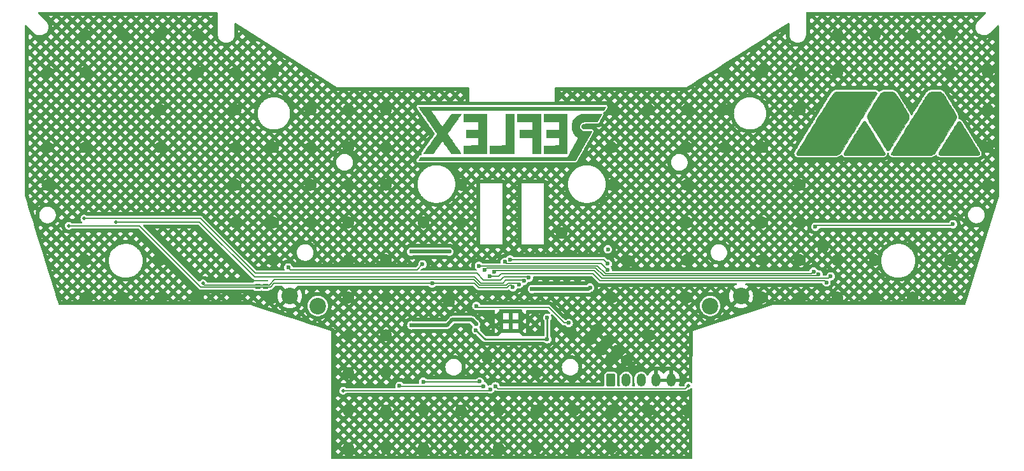
<source format=gbl>
G04 #@! TF.GenerationSoftware,KiCad,Pcbnew,7.0.9*
G04 #@! TF.CreationDate,2023-12-20T17:33:17-07:00*
G04 #@! TF.ProjectId,vb_controller_pcb,76625f63-6f6e-4747-926f-6c6c65725f70,4a*
G04 #@! TF.SameCoordinates,Original*
G04 #@! TF.FileFunction,Copper,L2,Bot*
G04 #@! TF.FilePolarity,Positive*
%FSLAX46Y46*%
G04 Gerber Fmt 4.6, Leading zero omitted, Abs format (unit mm)*
G04 Created by KiCad (PCBNEW 7.0.9) date 2023-12-20 17:33:17*
%MOMM*%
%LPD*%
G01*
G04 APERTURE LIST*
G04 Aperture macros list*
%AMRoundRect*
0 Rectangle with rounded corners*
0 $1 Rounding radius*
0 $2 $3 $4 $5 $6 $7 $8 $9 X,Y pos of 4 corners*
0 Add a 4 corners polygon primitive as box body*
4,1,4,$2,$3,$4,$5,$6,$7,$8,$9,$2,$3,0*
0 Add four circle primitives for the rounded corners*
1,1,$1+$1,$2,$3*
1,1,$1+$1,$4,$5*
1,1,$1+$1,$6,$7*
1,1,$1+$1,$8,$9*
0 Add four rect primitives between the rounded corners*
20,1,$1+$1,$2,$3,$4,$5,0*
20,1,$1+$1,$4,$5,$6,$7,0*
20,1,$1+$1,$6,$7,$8,$9,0*
20,1,$1+$1,$8,$9,$2,$3,0*%
G04 Aperture macros list end*
G04 #@! TA.AperFunction,EtchedComponent*
%ADD10C,0.010000*%
G04 #@! TD*
G04 #@! TA.AperFunction,ComponentPad*
%ADD11C,2.200000*%
G04 #@! TD*
G04 #@! TA.AperFunction,ComponentPad*
%ADD12C,0.600000*%
G04 #@! TD*
G04 #@! TA.AperFunction,SMDPad,CuDef*
%ADD13O,0.700000X0.200000*%
G04 #@! TD*
G04 #@! TA.AperFunction,ComponentPad*
%ADD14RoundRect,0.250000X-0.350000X-0.625000X0.350000X-0.625000X0.350000X0.625000X-0.350000X0.625000X0*%
G04 #@! TD*
G04 #@! TA.AperFunction,ComponentPad*
%ADD15O,1.200000X1.750000*%
G04 #@! TD*
G04 #@! TA.AperFunction,ViaPad*
%ADD16C,0.600000*%
G04 #@! TD*
G04 #@! TA.AperFunction,ViaPad*
%ADD17C,0.508000*%
G04 #@! TD*
G04 #@! TA.AperFunction,Conductor*
%ADD18C,0.500000*%
G04 #@! TD*
G04 #@! TA.AperFunction,Conductor*
%ADD19C,0.152400*%
G04 #@! TD*
G04 #@! TA.AperFunction,Conductor*
%ADD20C,0.250000*%
G04 #@! TD*
G04 APERTURE END LIST*
D10*
X211719838Y-114572642D02*
X211737100Y-114589849D01*
X211765162Y-114625657D01*
X211804879Y-114681483D01*
X211857185Y-114758798D01*
X211923016Y-114859074D01*
X212003305Y-114983782D01*
X212098989Y-115134394D01*
X212211001Y-115312382D01*
X212340278Y-115519218D01*
X212487753Y-115756372D01*
X212654362Y-116025317D01*
X212841039Y-116327524D01*
X213048720Y-116664465D01*
X213103050Y-116752726D01*
X213267137Y-117019736D01*
X213424761Y-117276894D01*
X213574486Y-117521824D01*
X213714875Y-117752147D01*
X213844492Y-117965486D01*
X213961898Y-118159464D01*
X214065658Y-118331703D01*
X214154334Y-118479826D01*
X214226490Y-118601455D01*
X214280688Y-118694212D01*
X214315493Y-118755722D01*
X214329467Y-118783605D01*
X214333906Y-118800449D01*
X214334920Y-118888291D01*
X214296568Y-118962484D01*
X214220430Y-119019612D01*
X214208237Y-119024910D01*
X214191677Y-119029887D01*
X214169015Y-119034301D01*
X214137986Y-119038179D01*
X214096326Y-119041549D01*
X214041771Y-119044437D01*
X213972055Y-119046871D01*
X213884916Y-119048877D01*
X213778088Y-119050482D01*
X213649306Y-119051715D01*
X213496307Y-119052600D01*
X213316826Y-119053166D01*
X213108598Y-119053439D01*
X212869359Y-119053447D01*
X212596845Y-119053216D01*
X212288791Y-119052774D01*
X211942933Y-119052147D01*
X211557006Y-119051362D01*
X208967642Y-119045923D01*
X208905881Y-118976797D01*
X208877103Y-118939885D01*
X208848357Y-118869229D01*
X208853663Y-118790650D01*
X208892590Y-118694968D01*
X208893437Y-118693349D01*
X208917717Y-118650409D01*
X208961817Y-118575765D01*
X209023989Y-118472243D01*
X209102484Y-118342665D01*
X209195555Y-118189856D01*
X209301452Y-118016641D01*
X209418426Y-117825844D01*
X209544731Y-117620289D01*
X209678615Y-117402800D01*
X209818333Y-117176202D01*
X209962133Y-116943319D01*
X210108269Y-116706976D01*
X210254992Y-116469996D01*
X210400552Y-116235204D01*
X210543203Y-116005424D01*
X210681194Y-115783481D01*
X210812777Y-115572199D01*
X210936204Y-115374401D01*
X211049727Y-115192913D01*
X211151596Y-115030559D01*
X211240064Y-114890163D01*
X211313381Y-114774549D01*
X211369799Y-114686542D01*
X211407570Y-114628966D01*
X211424945Y-114604645D01*
X211455948Y-114577442D01*
X211541280Y-114537077D01*
X211632288Y-114535146D01*
X211719838Y-114572642D01*
G04 #@! TA.AperFunction,EtchedComponent*
G36*
X211719838Y-114572642D02*
G01*
X211737100Y-114589849D01*
X211765162Y-114625657D01*
X211804879Y-114681483D01*
X211857185Y-114758798D01*
X211923016Y-114859074D01*
X212003305Y-114983782D01*
X212098989Y-115134394D01*
X212211001Y-115312382D01*
X212340278Y-115519218D01*
X212487753Y-115756372D01*
X212654362Y-116025317D01*
X212841039Y-116327524D01*
X213048720Y-116664465D01*
X213103050Y-116752726D01*
X213267137Y-117019736D01*
X213424761Y-117276894D01*
X213574486Y-117521824D01*
X213714875Y-117752147D01*
X213844492Y-117965486D01*
X213961898Y-118159464D01*
X214065658Y-118331703D01*
X214154334Y-118479826D01*
X214226490Y-118601455D01*
X214280688Y-118694212D01*
X214315493Y-118755722D01*
X214329467Y-118783605D01*
X214333906Y-118800449D01*
X214334920Y-118888291D01*
X214296568Y-118962484D01*
X214220430Y-119019612D01*
X214208237Y-119024910D01*
X214191677Y-119029887D01*
X214169015Y-119034301D01*
X214137986Y-119038179D01*
X214096326Y-119041549D01*
X214041771Y-119044437D01*
X213972055Y-119046871D01*
X213884916Y-119048877D01*
X213778088Y-119050482D01*
X213649306Y-119051715D01*
X213496307Y-119052600D01*
X213316826Y-119053166D01*
X213108598Y-119053439D01*
X212869359Y-119053447D01*
X212596845Y-119053216D01*
X212288791Y-119052774D01*
X211942933Y-119052147D01*
X211557006Y-119051362D01*
X208967642Y-119045923D01*
X208905881Y-118976797D01*
X208877103Y-118939885D01*
X208848357Y-118869229D01*
X208853663Y-118790650D01*
X208892590Y-118694968D01*
X208893437Y-118693349D01*
X208917717Y-118650409D01*
X208961817Y-118575765D01*
X209023989Y-118472243D01*
X209102484Y-118342665D01*
X209195555Y-118189856D01*
X209301452Y-118016641D01*
X209418426Y-117825844D01*
X209544731Y-117620289D01*
X209678615Y-117402800D01*
X209818333Y-117176202D01*
X209962133Y-116943319D01*
X210108269Y-116706976D01*
X210254992Y-116469996D01*
X210400552Y-116235204D01*
X210543203Y-116005424D01*
X210681194Y-115783481D01*
X210812777Y-115572199D01*
X210936204Y-115374401D01*
X211049727Y-115192913D01*
X211151596Y-115030559D01*
X211240064Y-114890163D01*
X211313381Y-114774549D01*
X211369799Y-114686542D01*
X211407570Y-114628966D01*
X211424945Y-114604645D01*
X211455948Y-114577442D01*
X211541280Y-114537077D01*
X211632288Y-114535146D01*
X211719838Y-114572642D01*
G37*
G04 #@! TD.AperFunction*
X224283946Y-114552964D02*
X224366106Y-114618305D01*
X224373494Y-114627650D01*
X224404598Y-114672790D01*
X224454909Y-114749649D01*
X224522694Y-114855406D01*
X224606222Y-114987245D01*
X224703760Y-115142344D01*
X224813576Y-115317886D01*
X224933936Y-115511051D01*
X225063108Y-115719020D01*
X225199361Y-115938974D01*
X225340961Y-116168095D01*
X225486176Y-116403562D01*
X225633273Y-116642557D01*
X225780521Y-116882261D01*
X225926186Y-117119855D01*
X226068536Y-117352520D01*
X226205838Y-117577437D01*
X226336361Y-117791786D01*
X226458371Y-117992749D01*
X226570136Y-118177507D01*
X226669924Y-118343240D01*
X226756002Y-118487130D01*
X226826638Y-118606357D01*
X226880099Y-118698103D01*
X226914653Y-118759548D01*
X226928566Y-118787873D01*
X226932719Y-118804769D01*
X226932843Y-118891026D01*
X226893383Y-118962481D01*
X226814192Y-119019431D01*
X226805306Y-119023434D01*
X226789555Y-119028578D01*
X226767988Y-119033162D01*
X226738323Y-119037215D01*
X226698277Y-119040772D01*
X226645567Y-119043865D01*
X226577913Y-119046525D01*
X226493030Y-119048784D01*
X226388637Y-119050676D01*
X226262452Y-119052232D01*
X226112192Y-119053485D01*
X225935575Y-119054467D01*
X225730319Y-119055210D01*
X225494141Y-119055747D01*
X225224759Y-119056109D01*
X224919891Y-119056329D01*
X224577254Y-119056440D01*
X224194566Y-119056473D01*
X224111366Y-119056475D01*
X223730214Y-119056504D01*
X223388699Y-119056491D01*
X223084585Y-119056341D01*
X222815634Y-119055960D01*
X222579609Y-119055255D01*
X222374272Y-119054130D01*
X222197387Y-119052491D01*
X222046715Y-119050243D01*
X221920020Y-119047293D01*
X221815065Y-119043545D01*
X221729611Y-119038905D01*
X221661423Y-119033280D01*
X221608262Y-119026574D01*
X221567892Y-119018693D01*
X221538075Y-119009543D01*
X221516573Y-118999029D01*
X221501150Y-118987057D01*
X221489569Y-118973532D01*
X221479591Y-118958360D01*
X221468981Y-118941447D01*
X221447503Y-118894574D01*
X221445029Y-118811495D01*
X221450684Y-118797483D01*
X221476791Y-118747954D01*
X221522462Y-118667104D01*
X221585981Y-118557734D01*
X221665630Y-118422646D01*
X221759692Y-118264642D01*
X221866448Y-118086523D01*
X221984183Y-117891091D01*
X222111177Y-117681147D01*
X222245714Y-117459493D01*
X222386076Y-117228932D01*
X222530546Y-116992264D01*
X222677407Y-116752291D01*
X222824940Y-116511814D01*
X222971428Y-116273637D01*
X223115155Y-116040559D01*
X223254402Y-115815384D01*
X223387451Y-115600911D01*
X223512587Y-115399944D01*
X223628090Y-115215284D01*
X223732244Y-115049732D01*
X223823331Y-114906091D01*
X223899634Y-114787161D01*
X223959435Y-114695744D01*
X224001017Y-114634643D01*
X224022662Y-114606658D01*
X224108612Y-114547537D01*
X224197086Y-114529340D01*
X224283946Y-114552964D01*
G04 #@! TA.AperFunction,EtchedComponent*
G36*
X224283946Y-114552964D02*
G01*
X224366106Y-114618305D01*
X224373494Y-114627650D01*
X224404598Y-114672790D01*
X224454909Y-114749649D01*
X224522694Y-114855406D01*
X224606222Y-114987245D01*
X224703760Y-115142344D01*
X224813576Y-115317886D01*
X224933936Y-115511051D01*
X225063108Y-115719020D01*
X225199361Y-115938974D01*
X225340961Y-116168095D01*
X225486176Y-116403562D01*
X225633273Y-116642557D01*
X225780521Y-116882261D01*
X225926186Y-117119855D01*
X226068536Y-117352520D01*
X226205838Y-117577437D01*
X226336361Y-117791786D01*
X226458371Y-117992749D01*
X226570136Y-118177507D01*
X226669924Y-118343240D01*
X226756002Y-118487130D01*
X226826638Y-118606357D01*
X226880099Y-118698103D01*
X226914653Y-118759548D01*
X226928566Y-118787873D01*
X226932719Y-118804769D01*
X226932843Y-118891026D01*
X226893383Y-118962481D01*
X226814192Y-119019431D01*
X226805306Y-119023434D01*
X226789555Y-119028578D01*
X226767988Y-119033162D01*
X226738323Y-119037215D01*
X226698277Y-119040772D01*
X226645567Y-119043865D01*
X226577913Y-119046525D01*
X226493030Y-119048784D01*
X226388637Y-119050676D01*
X226262452Y-119052232D01*
X226112192Y-119053485D01*
X225935575Y-119054467D01*
X225730319Y-119055210D01*
X225494141Y-119055747D01*
X225224759Y-119056109D01*
X224919891Y-119056329D01*
X224577254Y-119056440D01*
X224194566Y-119056473D01*
X224111366Y-119056475D01*
X223730214Y-119056504D01*
X223388699Y-119056491D01*
X223084585Y-119056341D01*
X222815634Y-119055960D01*
X222579609Y-119055255D01*
X222374272Y-119054130D01*
X222197387Y-119052491D01*
X222046715Y-119050243D01*
X221920020Y-119047293D01*
X221815065Y-119043545D01*
X221729611Y-119038905D01*
X221661423Y-119033280D01*
X221608262Y-119026574D01*
X221567892Y-119018693D01*
X221538075Y-119009543D01*
X221516573Y-118999029D01*
X221501150Y-118987057D01*
X221489569Y-118973532D01*
X221479591Y-118958360D01*
X221468981Y-118941447D01*
X221447503Y-118894574D01*
X221445029Y-118811495D01*
X221450684Y-118797483D01*
X221476791Y-118747954D01*
X221522462Y-118667104D01*
X221585981Y-118557734D01*
X221665630Y-118422646D01*
X221759692Y-118264642D01*
X221866448Y-118086523D01*
X221984183Y-117891091D01*
X222111177Y-117681147D01*
X222245714Y-117459493D01*
X222386076Y-117228932D01*
X222530546Y-116992264D01*
X222677407Y-116752291D01*
X222824940Y-116511814D01*
X222971428Y-116273637D01*
X223115155Y-116040559D01*
X223254402Y-115815384D01*
X223387451Y-115600911D01*
X223512587Y-115399944D01*
X223628090Y-115215284D01*
X223732244Y-115049732D01*
X223823331Y-114906091D01*
X223899634Y-114787161D01*
X223959435Y-114695744D01*
X224001017Y-114634643D01*
X224022662Y-114606658D01*
X224108612Y-114547537D01*
X224197086Y-114529340D01*
X224283946Y-114552964D01*
G37*
G04 #@! TD.AperFunction*
X209757748Y-110590990D02*
X210106023Y-110591198D01*
X210494276Y-110591466D01*
X210570863Y-110591519D01*
X210969931Y-110591931D01*
X211328634Y-110592555D01*
X211648639Y-110593408D01*
X211931615Y-110594507D01*
X212179227Y-110595870D01*
X212393143Y-110597514D01*
X212575029Y-110599456D01*
X212726554Y-110601714D01*
X212849383Y-110604304D01*
X212945185Y-110607244D01*
X213015625Y-110610551D01*
X213062372Y-110614243D01*
X213087092Y-110618337D01*
X213134111Y-110637598D01*
X213201571Y-110694192D01*
X213235288Y-110770751D01*
X213231204Y-110860462D01*
X213227281Y-110868633D01*
X213203530Y-110910529D01*
X213159442Y-110985367D01*
X213096254Y-111091133D01*
X213015200Y-111225814D01*
X212917518Y-111387396D01*
X212804443Y-111573865D01*
X212677211Y-111783208D01*
X212537058Y-112013410D01*
X212385221Y-112262459D01*
X212222934Y-112528340D01*
X212051434Y-112809040D01*
X211871958Y-113102545D01*
X211685740Y-113406842D01*
X211494018Y-113719916D01*
X211298026Y-114039754D01*
X211099001Y-114364343D01*
X210898179Y-114691668D01*
X210696796Y-115019717D01*
X210496088Y-115346474D01*
X210297290Y-115669928D01*
X210101640Y-115988063D01*
X209910372Y-116298866D01*
X209724723Y-116600324D01*
X209545928Y-116890423D01*
X209375225Y-117167149D01*
X209213848Y-117428488D01*
X209063033Y-117672428D01*
X208924017Y-117896953D01*
X208798036Y-118100051D01*
X208686326Y-118279707D01*
X208590122Y-118433909D01*
X208510660Y-118560642D01*
X208449177Y-118657892D01*
X208406909Y-118723647D01*
X208385090Y-118755892D01*
X208315872Y-118827344D01*
X208215906Y-118901479D01*
X208100673Y-118966856D01*
X207983571Y-119014837D01*
X207977878Y-119016632D01*
X207957675Y-119022350D01*
X207934535Y-119027454D01*
X207906139Y-119031974D01*
X207870172Y-119035939D01*
X207824315Y-119039381D01*
X207766250Y-119042329D01*
X207693661Y-119044813D01*
X207604231Y-119046864D01*
X207495641Y-119048512D01*
X207365574Y-119049788D01*
X207211713Y-119050721D01*
X207031741Y-119051342D01*
X206823340Y-119051681D01*
X206584193Y-119051768D01*
X206311982Y-119051634D01*
X206004390Y-119051308D01*
X205659100Y-119050822D01*
X205273794Y-119050205D01*
X202687717Y-119045923D01*
X202627960Y-119001459D01*
X202577733Y-118939799D01*
X202558013Y-118856516D01*
X202569715Y-118760014D01*
X202613181Y-118658272D01*
X202625816Y-118637347D01*
X202660376Y-118580763D01*
X202715194Y-118491308D01*
X202789212Y-118370698D01*
X202881374Y-118220651D01*
X202990624Y-118042884D01*
X203115906Y-117839114D01*
X203256162Y-117611059D01*
X203410337Y-117360437D01*
X203577373Y-117088963D01*
X203756215Y-116798357D01*
X203945807Y-116490334D01*
X204145091Y-116166613D01*
X204353011Y-115828911D01*
X204568510Y-115478945D01*
X204790533Y-115118432D01*
X205018023Y-114749089D01*
X205263907Y-114350132D01*
X205511081Y-113949555D01*
X205747186Y-113567410D01*
X205971433Y-113204958D01*
X206183035Y-112863463D01*
X206381203Y-112544186D01*
X206565150Y-112248391D01*
X206734088Y-111977339D01*
X206887228Y-111732294D01*
X207023784Y-111514517D01*
X207142966Y-111325272D01*
X207243987Y-111165821D01*
X207326060Y-111037425D01*
X207388395Y-110941349D01*
X207430206Y-110878854D01*
X207450704Y-110851203D01*
X207483592Y-110820076D01*
X207561269Y-110757749D01*
X207636287Y-110709025D01*
X207638283Y-110707937D01*
X207669956Y-110690497D01*
X207699186Y-110674861D01*
X207728332Y-110660933D01*
X207759748Y-110648615D01*
X207795793Y-110637811D01*
X207838822Y-110628424D01*
X207891191Y-110620356D01*
X207955258Y-110613511D01*
X208033380Y-110607792D01*
X208127912Y-110603102D01*
X208241211Y-110599344D01*
X208375635Y-110596421D01*
X208533539Y-110594236D01*
X208717280Y-110592692D01*
X208929215Y-110591692D01*
X209171700Y-110591140D01*
X209447092Y-110590938D01*
X209757748Y-110590990D01*
G04 #@! TA.AperFunction,EtchedComponent*
G36*
X209757748Y-110590990D02*
G01*
X210106023Y-110591198D01*
X210494276Y-110591466D01*
X210570863Y-110591519D01*
X210969931Y-110591931D01*
X211328634Y-110592555D01*
X211648639Y-110593408D01*
X211931615Y-110594507D01*
X212179227Y-110595870D01*
X212393143Y-110597514D01*
X212575029Y-110599456D01*
X212726554Y-110601714D01*
X212849383Y-110604304D01*
X212945185Y-110607244D01*
X213015625Y-110610551D01*
X213062372Y-110614243D01*
X213087092Y-110618337D01*
X213134111Y-110637598D01*
X213201571Y-110694192D01*
X213235288Y-110770751D01*
X213231204Y-110860462D01*
X213227281Y-110868633D01*
X213203530Y-110910529D01*
X213159442Y-110985367D01*
X213096254Y-111091133D01*
X213015200Y-111225814D01*
X212917518Y-111387396D01*
X212804443Y-111573865D01*
X212677211Y-111783208D01*
X212537058Y-112013410D01*
X212385221Y-112262459D01*
X212222934Y-112528340D01*
X212051434Y-112809040D01*
X211871958Y-113102545D01*
X211685740Y-113406842D01*
X211494018Y-113719916D01*
X211298026Y-114039754D01*
X211099001Y-114364343D01*
X210898179Y-114691668D01*
X210696796Y-115019717D01*
X210496088Y-115346474D01*
X210297290Y-115669928D01*
X210101640Y-115988063D01*
X209910372Y-116298866D01*
X209724723Y-116600324D01*
X209545928Y-116890423D01*
X209375225Y-117167149D01*
X209213848Y-117428488D01*
X209063033Y-117672428D01*
X208924017Y-117896953D01*
X208798036Y-118100051D01*
X208686326Y-118279707D01*
X208590122Y-118433909D01*
X208510660Y-118560642D01*
X208449177Y-118657892D01*
X208406909Y-118723647D01*
X208385090Y-118755892D01*
X208315872Y-118827344D01*
X208215906Y-118901479D01*
X208100673Y-118966856D01*
X207983571Y-119014837D01*
X207977878Y-119016632D01*
X207957675Y-119022350D01*
X207934535Y-119027454D01*
X207906139Y-119031974D01*
X207870172Y-119035939D01*
X207824315Y-119039381D01*
X207766250Y-119042329D01*
X207693661Y-119044813D01*
X207604231Y-119046864D01*
X207495641Y-119048512D01*
X207365574Y-119049788D01*
X207211713Y-119050721D01*
X207031741Y-119051342D01*
X206823340Y-119051681D01*
X206584193Y-119051768D01*
X206311982Y-119051634D01*
X206004390Y-119051308D01*
X205659100Y-119050822D01*
X205273794Y-119050205D01*
X202687717Y-119045923D01*
X202627960Y-119001459D01*
X202577733Y-118939799D01*
X202558013Y-118856516D01*
X202569715Y-118760014D01*
X202613181Y-118658272D01*
X202625816Y-118637347D01*
X202660376Y-118580763D01*
X202715194Y-118491308D01*
X202789212Y-118370698D01*
X202881374Y-118220651D01*
X202990624Y-118042884D01*
X203115906Y-117839114D01*
X203256162Y-117611059D01*
X203410337Y-117360437D01*
X203577373Y-117088963D01*
X203756215Y-116798357D01*
X203945807Y-116490334D01*
X204145091Y-116166613D01*
X204353011Y-115828911D01*
X204568510Y-115478945D01*
X204790533Y-115118432D01*
X205018023Y-114749089D01*
X205263907Y-114350132D01*
X205511081Y-113949555D01*
X205747186Y-113567410D01*
X205971433Y-113204958D01*
X206183035Y-112863463D01*
X206381203Y-112544186D01*
X206565150Y-112248391D01*
X206734088Y-111977339D01*
X206887228Y-111732294D01*
X207023784Y-111514517D01*
X207142966Y-111325272D01*
X207243987Y-111165821D01*
X207326060Y-111037425D01*
X207388395Y-110941349D01*
X207430206Y-110878854D01*
X207450704Y-110851203D01*
X207483592Y-110820076D01*
X207561269Y-110757749D01*
X207636287Y-110709025D01*
X207638283Y-110707937D01*
X207669956Y-110690497D01*
X207699186Y-110674861D01*
X207728332Y-110660933D01*
X207759748Y-110648615D01*
X207795793Y-110637811D01*
X207838822Y-110628424D01*
X207891191Y-110620356D01*
X207955258Y-110613511D01*
X208033380Y-110607792D01*
X208127912Y-110603102D01*
X208241211Y-110599344D01*
X208375635Y-110596421D01*
X208533539Y-110594236D01*
X208717280Y-110592692D01*
X208929215Y-110591692D01*
X209171700Y-110591140D01*
X209447092Y-110590938D01*
X209757748Y-110590990D01*
G37*
G04 #@! TD.AperFunction*
X215076634Y-110595205D02*
X215191517Y-110602466D01*
X215286051Y-110614743D01*
X215366454Y-110632721D01*
X215438948Y-110657082D01*
X215509752Y-110688510D01*
X215537630Y-110702481D01*
X215577723Y-110724724D01*
X215616235Y-110750209D01*
X215654980Y-110781467D01*
X215695777Y-110821028D01*
X215740441Y-110871426D01*
X215790788Y-110935190D01*
X215848636Y-111014852D01*
X215915801Y-111112944D01*
X215994100Y-111231996D01*
X216085349Y-111374539D01*
X216191364Y-111543106D01*
X216313962Y-111740227D01*
X216454960Y-111968433D01*
X216616173Y-112230256D01*
X216716445Y-112393353D01*
X216844732Y-112602322D01*
X216966095Y-112800349D01*
X217078622Y-112984296D01*
X217180401Y-113151028D01*
X217269520Y-113297407D01*
X217344069Y-113420298D01*
X217402135Y-113516563D01*
X217441806Y-113583067D01*
X217461172Y-113616673D01*
X217477837Y-113650099D01*
X217495502Y-113698224D01*
X217505829Y-113753887D01*
X217510668Y-113828675D01*
X217511870Y-113934173D01*
X217511565Y-113993151D01*
X217508538Y-114082609D01*
X217500863Y-114146819D01*
X217486825Y-114197063D01*
X217464711Y-114244624D01*
X217463569Y-114246748D01*
X217434919Y-114297119D01*
X217386803Y-114378519D01*
X217320957Y-114488154D01*
X217239115Y-114623226D01*
X217143010Y-114780941D01*
X217034378Y-114958502D01*
X216914953Y-115153113D01*
X216786468Y-115361980D01*
X216650659Y-115582304D01*
X216509259Y-115811292D01*
X216364003Y-116046147D01*
X216216625Y-116284073D01*
X216068859Y-116522274D01*
X215922441Y-116757955D01*
X215779103Y-116988319D01*
X215640581Y-117210571D01*
X215508608Y-117421914D01*
X215384919Y-117619554D01*
X215271248Y-117800694D01*
X215169330Y-117962537D01*
X215080899Y-118102290D01*
X215007689Y-118217154D01*
X214951435Y-118304335D01*
X214913870Y-118361037D01*
X214896729Y-118384464D01*
X214894374Y-118386607D01*
X214813185Y-118432947D01*
X214719964Y-118441316D01*
X214622669Y-118410947D01*
X214615334Y-118407187D01*
X214606219Y-118401980D01*
X214596435Y-118394712D01*
X214584850Y-118383595D01*
X214570330Y-118366840D01*
X214551740Y-118342659D01*
X214527947Y-118309263D01*
X214497818Y-118264864D01*
X214460219Y-118207673D01*
X214414017Y-118135903D01*
X214358077Y-118047764D01*
X214291266Y-117941468D01*
X214212451Y-117815227D01*
X214120498Y-117667253D01*
X214014273Y-117495756D01*
X213892643Y-117298949D01*
X213754474Y-117075043D01*
X213598632Y-116822249D01*
X213423984Y-116538780D01*
X213229397Y-116222847D01*
X213013735Y-115872661D01*
X212929011Y-115735071D01*
X212761784Y-115463275D01*
X212614884Y-115223963D01*
X212486996Y-115014725D01*
X212376802Y-114833149D01*
X212282988Y-114676823D01*
X212204236Y-114543337D01*
X212139231Y-114430278D01*
X212086656Y-114335237D01*
X212045196Y-114255802D01*
X212013534Y-114189561D01*
X211990355Y-114134103D01*
X211974341Y-114087018D01*
X211964176Y-114045893D01*
X211958546Y-114008318D01*
X211956132Y-113971882D01*
X211955620Y-113934173D01*
X211955621Y-113933289D01*
X211956304Y-113892189D01*
X211959274Y-113852513D01*
X211965958Y-113811587D01*
X211977785Y-113766741D01*
X211996186Y-113715301D01*
X212022588Y-113654596D01*
X212058422Y-113581952D01*
X212105115Y-113494699D01*
X212164098Y-113390163D01*
X212236799Y-113265673D01*
X212324647Y-113118556D01*
X212429072Y-112946140D01*
X212551502Y-112745753D01*
X212693366Y-112514721D01*
X212856095Y-112250374D01*
X212966131Y-112071804D01*
X213110492Y-111837874D01*
X213235571Y-111635797D01*
X213343033Y-111463036D01*
X213434546Y-111317051D01*
X213511775Y-111195306D01*
X213576387Y-111095263D01*
X213630048Y-111014382D01*
X213674426Y-110950127D01*
X213711186Y-110899958D01*
X213741996Y-110861338D01*
X213768521Y-110831730D01*
X213792428Y-110808594D01*
X213815383Y-110789393D01*
X213838870Y-110771135D01*
X213908773Y-110720290D01*
X213974593Y-110680743D01*
X214042960Y-110650957D01*
X214120505Y-110629393D01*
X214213859Y-110614512D01*
X214329651Y-110604778D01*
X214474513Y-110598650D01*
X214655074Y-110594592D01*
X214760933Y-110592997D01*
X214935179Y-110592276D01*
X215076634Y-110595205D01*
G04 #@! TA.AperFunction,EtchedComponent*
G36*
X215076634Y-110595205D02*
G01*
X215191517Y-110602466D01*
X215286051Y-110614743D01*
X215366454Y-110632721D01*
X215438948Y-110657082D01*
X215509752Y-110688510D01*
X215537630Y-110702481D01*
X215577723Y-110724724D01*
X215616235Y-110750209D01*
X215654980Y-110781467D01*
X215695777Y-110821028D01*
X215740441Y-110871426D01*
X215790788Y-110935190D01*
X215848636Y-111014852D01*
X215915801Y-111112944D01*
X215994100Y-111231996D01*
X216085349Y-111374539D01*
X216191364Y-111543106D01*
X216313962Y-111740227D01*
X216454960Y-111968433D01*
X216616173Y-112230256D01*
X216716445Y-112393353D01*
X216844732Y-112602322D01*
X216966095Y-112800349D01*
X217078622Y-112984296D01*
X217180401Y-113151028D01*
X217269520Y-113297407D01*
X217344069Y-113420298D01*
X217402135Y-113516563D01*
X217441806Y-113583067D01*
X217461172Y-113616673D01*
X217477837Y-113650099D01*
X217495502Y-113698224D01*
X217505829Y-113753887D01*
X217510668Y-113828675D01*
X217511870Y-113934173D01*
X217511565Y-113993151D01*
X217508538Y-114082609D01*
X217500863Y-114146819D01*
X217486825Y-114197063D01*
X217464711Y-114244624D01*
X217463569Y-114246748D01*
X217434919Y-114297119D01*
X217386803Y-114378519D01*
X217320957Y-114488154D01*
X217239115Y-114623226D01*
X217143010Y-114780941D01*
X217034378Y-114958502D01*
X216914953Y-115153113D01*
X216786468Y-115361980D01*
X216650659Y-115582304D01*
X216509259Y-115811292D01*
X216364003Y-116046147D01*
X216216625Y-116284073D01*
X216068859Y-116522274D01*
X215922441Y-116757955D01*
X215779103Y-116988319D01*
X215640581Y-117210571D01*
X215508608Y-117421914D01*
X215384919Y-117619554D01*
X215271248Y-117800694D01*
X215169330Y-117962537D01*
X215080899Y-118102290D01*
X215007689Y-118217154D01*
X214951435Y-118304335D01*
X214913870Y-118361037D01*
X214896729Y-118384464D01*
X214894374Y-118386607D01*
X214813185Y-118432947D01*
X214719964Y-118441316D01*
X214622669Y-118410947D01*
X214615334Y-118407187D01*
X214606219Y-118401980D01*
X214596435Y-118394712D01*
X214584850Y-118383595D01*
X214570330Y-118366840D01*
X214551740Y-118342659D01*
X214527947Y-118309263D01*
X214497818Y-118264864D01*
X214460219Y-118207673D01*
X214414017Y-118135903D01*
X214358077Y-118047764D01*
X214291266Y-117941468D01*
X214212451Y-117815227D01*
X214120498Y-117667253D01*
X214014273Y-117495756D01*
X213892643Y-117298949D01*
X213754474Y-117075043D01*
X213598632Y-116822249D01*
X213423984Y-116538780D01*
X213229397Y-116222847D01*
X213013735Y-115872661D01*
X212929011Y-115735071D01*
X212761784Y-115463275D01*
X212614884Y-115223963D01*
X212486996Y-115014725D01*
X212376802Y-114833149D01*
X212282988Y-114676823D01*
X212204236Y-114543337D01*
X212139231Y-114430278D01*
X212086656Y-114335237D01*
X212045196Y-114255802D01*
X212013534Y-114189561D01*
X211990355Y-114134103D01*
X211974341Y-114087018D01*
X211964176Y-114045893D01*
X211958546Y-114008318D01*
X211956132Y-113971882D01*
X211955620Y-113934173D01*
X211955621Y-113933289D01*
X211956304Y-113892189D01*
X211959274Y-113852513D01*
X211965958Y-113811587D01*
X211977785Y-113766741D01*
X211996186Y-113715301D01*
X212022588Y-113654596D01*
X212058422Y-113581952D01*
X212105115Y-113494699D01*
X212164098Y-113390163D01*
X212236799Y-113265673D01*
X212324647Y-113118556D01*
X212429072Y-112946140D01*
X212551502Y-112745753D01*
X212693366Y-112514721D01*
X212856095Y-112250374D01*
X212966131Y-112071804D01*
X213110492Y-111837874D01*
X213235571Y-111635797D01*
X213343033Y-111463036D01*
X213434546Y-111317051D01*
X213511775Y-111195306D01*
X213576387Y-111095263D01*
X213630048Y-111014382D01*
X213674426Y-110950127D01*
X213711186Y-110899958D01*
X213741996Y-110861338D01*
X213768521Y-110831730D01*
X213792428Y-110808594D01*
X213815383Y-110789393D01*
X213838870Y-110771135D01*
X213908773Y-110720290D01*
X213974593Y-110680743D01*
X214042960Y-110650957D01*
X214120505Y-110629393D01*
X214213859Y-110614512D01*
X214329651Y-110604778D01*
X214474513Y-110598650D01*
X214655074Y-110594592D01*
X214760933Y-110592997D01*
X214935179Y-110592276D01*
X215076634Y-110595205D01*
G37*
G04 #@! TD.AperFunction*
X221171192Y-110591349D02*
X221309107Y-110594158D01*
X221430789Y-110598826D01*
X221527550Y-110605332D01*
X221590704Y-110613657D01*
X221652091Y-110629571D01*
X221790331Y-110683271D01*
X221920644Y-110755786D01*
X222025833Y-110838238D01*
X222034472Y-110848010D01*
X222069540Y-110895610D01*
X222124373Y-110976137D01*
X222197493Y-111087274D01*
X222287421Y-111226704D01*
X222392679Y-111392109D01*
X222511789Y-111581173D01*
X222643272Y-111791578D01*
X222785650Y-112021008D01*
X222937445Y-112267145D01*
X223061973Y-112469767D01*
X223208156Y-112708138D01*
X223334558Y-112915223D01*
X223442612Y-113093700D01*
X223533751Y-113246244D01*
X223609408Y-113375531D01*
X223671018Y-113484238D01*
X223720011Y-113575042D01*
X223757823Y-113650618D01*
X223785885Y-113713643D01*
X223805632Y-113766793D01*
X223818495Y-113812745D01*
X223825909Y-113854175D01*
X223829307Y-113893758D01*
X223830120Y-113934173D01*
X223830075Y-113947595D01*
X223829227Y-113978371D01*
X223826428Y-114009275D01*
X223820554Y-114042303D01*
X223810480Y-114079451D01*
X223795081Y-114122715D01*
X223773231Y-114174088D01*
X223743806Y-114235568D01*
X223705680Y-114309148D01*
X223657730Y-114396825D01*
X223598829Y-114500594D01*
X223527853Y-114622450D01*
X223443677Y-114764389D01*
X223345175Y-114928406D01*
X223231224Y-115116496D01*
X223100697Y-115330654D01*
X222952471Y-115572877D01*
X222785419Y-115845158D01*
X222598417Y-116149495D01*
X222390340Y-116487881D01*
X222368526Y-116523348D01*
X222148940Y-116880030D01*
X221950362Y-117201910D01*
X221771972Y-117490287D01*
X221612948Y-117746460D01*
X221472470Y-117971727D01*
X221349715Y-118167389D01*
X221243863Y-118334744D01*
X221154092Y-118475090D01*
X221079581Y-118589728D01*
X221019508Y-118679957D01*
X220973053Y-118747074D01*
X220939394Y-118792380D01*
X220917709Y-118817174D01*
X220861315Y-118864315D01*
X220750622Y-118937469D01*
X220631638Y-118997974D01*
X220522164Y-119035982D01*
X220504554Y-119037509D01*
X220445729Y-119039563D01*
X220349196Y-119041561D01*
X220217625Y-119043484D01*
X220053686Y-119045313D01*
X219860052Y-119047031D01*
X219639393Y-119048617D01*
X219394379Y-119050053D01*
X219127683Y-119051322D01*
X218841974Y-119052403D01*
X218539923Y-119053279D01*
X218224203Y-119053931D01*
X217897482Y-119054339D01*
X217877172Y-119054356D01*
X217488354Y-119054697D01*
X217139541Y-119054961D01*
X216828515Y-119055066D01*
X216553057Y-119054926D01*
X216310948Y-119054457D01*
X216099971Y-119053573D01*
X215917906Y-119052189D01*
X215762535Y-119050222D01*
X215631641Y-119047586D01*
X215523003Y-119044197D01*
X215434404Y-119039969D01*
X215363625Y-119034819D01*
X215308449Y-119028660D01*
X215266655Y-119021409D01*
X215236026Y-119012980D01*
X215214343Y-119003290D01*
X215199388Y-118992252D01*
X215188943Y-118979782D01*
X215180788Y-118965796D01*
X215172706Y-118950209D01*
X215167961Y-118941661D01*
X215160494Y-118928370D01*
X215154302Y-118915026D01*
X215150222Y-118900187D01*
X215149090Y-118882414D01*
X215151740Y-118860267D01*
X215159010Y-118832304D01*
X215171735Y-118797085D01*
X215190751Y-118753171D01*
X215216893Y-118699120D01*
X215250998Y-118633493D01*
X215293902Y-118554850D01*
X215346440Y-118461749D01*
X215409449Y-118352750D01*
X215483764Y-118226414D01*
X215570222Y-118081300D01*
X215669657Y-117915967D01*
X215782907Y-117728976D01*
X215910806Y-117518886D01*
X216054191Y-117284256D01*
X216213898Y-117023646D01*
X216390762Y-116735616D01*
X216585621Y-116418726D01*
X216799308Y-116071536D01*
X217032661Y-115692604D01*
X217286515Y-115280491D01*
X217561706Y-114833756D01*
X217585445Y-114795219D01*
X217845908Y-114372657D01*
X218095736Y-113967826D01*
X218334165Y-113581951D01*
X218560431Y-113216258D01*
X218773769Y-112871971D01*
X218973414Y-112550316D01*
X219158603Y-112252517D01*
X219328571Y-111979799D01*
X219482554Y-111733388D01*
X219619787Y-111514509D01*
X219739506Y-111324386D01*
X219840947Y-111164244D01*
X219923345Y-111035310D01*
X219985935Y-110938806D01*
X220027955Y-110875960D01*
X220048638Y-110847995D01*
X220103317Y-110798417D01*
X220225354Y-110716766D01*
X220364473Y-110651540D01*
X220504551Y-110611118D01*
X220542182Y-110605901D01*
X220630951Y-110599110D01*
X220746924Y-110594280D01*
X220881413Y-110591390D01*
X221025732Y-110590420D01*
X221171192Y-110591349D01*
G04 #@! TA.AperFunction,EtchedComponent*
G36*
X221171192Y-110591349D02*
G01*
X221309107Y-110594158D01*
X221430789Y-110598826D01*
X221527550Y-110605332D01*
X221590704Y-110613657D01*
X221652091Y-110629571D01*
X221790331Y-110683271D01*
X221920644Y-110755786D01*
X222025833Y-110838238D01*
X222034472Y-110848010D01*
X222069540Y-110895610D01*
X222124373Y-110976137D01*
X222197493Y-111087274D01*
X222287421Y-111226704D01*
X222392679Y-111392109D01*
X222511789Y-111581173D01*
X222643272Y-111791578D01*
X222785650Y-112021008D01*
X222937445Y-112267145D01*
X223061973Y-112469767D01*
X223208156Y-112708138D01*
X223334558Y-112915223D01*
X223442612Y-113093700D01*
X223533751Y-113246244D01*
X223609408Y-113375531D01*
X223671018Y-113484238D01*
X223720011Y-113575042D01*
X223757823Y-113650618D01*
X223785885Y-113713643D01*
X223805632Y-113766793D01*
X223818495Y-113812745D01*
X223825909Y-113854175D01*
X223829307Y-113893758D01*
X223830120Y-113934173D01*
X223830075Y-113947595D01*
X223829227Y-113978371D01*
X223826428Y-114009275D01*
X223820554Y-114042303D01*
X223810480Y-114079451D01*
X223795081Y-114122715D01*
X223773231Y-114174088D01*
X223743806Y-114235568D01*
X223705680Y-114309148D01*
X223657730Y-114396825D01*
X223598829Y-114500594D01*
X223527853Y-114622450D01*
X223443677Y-114764389D01*
X223345175Y-114928406D01*
X223231224Y-115116496D01*
X223100697Y-115330654D01*
X222952471Y-115572877D01*
X222785419Y-115845158D01*
X222598417Y-116149495D01*
X222390340Y-116487881D01*
X222368526Y-116523348D01*
X222148940Y-116880030D01*
X221950362Y-117201910D01*
X221771972Y-117490287D01*
X221612948Y-117746460D01*
X221472470Y-117971727D01*
X221349715Y-118167389D01*
X221243863Y-118334744D01*
X221154092Y-118475090D01*
X221079581Y-118589728D01*
X221019508Y-118679957D01*
X220973053Y-118747074D01*
X220939394Y-118792380D01*
X220917709Y-118817174D01*
X220861315Y-118864315D01*
X220750622Y-118937469D01*
X220631638Y-118997974D01*
X220522164Y-119035982D01*
X220504554Y-119037509D01*
X220445729Y-119039563D01*
X220349196Y-119041561D01*
X220217625Y-119043484D01*
X220053686Y-119045313D01*
X219860052Y-119047031D01*
X219639393Y-119048617D01*
X219394379Y-119050053D01*
X219127683Y-119051322D01*
X218841974Y-119052403D01*
X218539923Y-119053279D01*
X218224203Y-119053931D01*
X217897482Y-119054339D01*
X217877172Y-119054356D01*
X217488354Y-119054697D01*
X217139541Y-119054961D01*
X216828515Y-119055066D01*
X216553057Y-119054926D01*
X216310948Y-119054457D01*
X216099971Y-119053573D01*
X215917906Y-119052189D01*
X215762535Y-119050222D01*
X215631641Y-119047586D01*
X215523003Y-119044197D01*
X215434404Y-119039969D01*
X215363625Y-119034819D01*
X215308449Y-119028660D01*
X215266655Y-119021409D01*
X215236026Y-119012980D01*
X215214343Y-119003290D01*
X215199388Y-118992252D01*
X215188943Y-118979782D01*
X215180788Y-118965796D01*
X215172706Y-118950209D01*
X215167961Y-118941661D01*
X215160494Y-118928370D01*
X215154302Y-118915026D01*
X215150222Y-118900187D01*
X215149090Y-118882414D01*
X215151740Y-118860267D01*
X215159010Y-118832304D01*
X215171735Y-118797085D01*
X215190751Y-118753171D01*
X215216893Y-118699120D01*
X215250998Y-118633493D01*
X215293902Y-118554850D01*
X215346440Y-118461749D01*
X215409449Y-118352750D01*
X215483764Y-118226414D01*
X215570222Y-118081300D01*
X215669657Y-117915967D01*
X215782907Y-117728976D01*
X215910806Y-117518886D01*
X216054191Y-117284256D01*
X216213898Y-117023646D01*
X216390762Y-116735616D01*
X216585621Y-116418726D01*
X216799308Y-116071536D01*
X217032661Y-115692604D01*
X217286515Y-115280491D01*
X217561706Y-114833756D01*
X217585445Y-114795219D01*
X217845908Y-114372657D01*
X218095736Y-113967826D01*
X218334165Y-113581951D01*
X218560431Y-113216258D01*
X218773769Y-112871971D01*
X218973414Y-112550316D01*
X219158603Y-112252517D01*
X219328571Y-111979799D01*
X219482554Y-111733388D01*
X219619787Y-111514509D01*
X219739506Y-111324386D01*
X219840947Y-111164244D01*
X219923345Y-111035310D01*
X219985935Y-110938806D01*
X220027955Y-110875960D01*
X220048638Y-110847995D01*
X220103317Y-110798417D01*
X220225354Y-110716766D01*
X220364473Y-110651540D01*
X220504551Y-110611118D01*
X220542182Y-110605901D01*
X220630951Y-110599110D01*
X220746924Y-110594280D01*
X220881413Y-110591390D01*
X221025732Y-110590420D01*
X221171192Y-110591349D01*
G37*
G04 #@! TD.AperFunction*
X168549416Y-118823726D02*
X168025541Y-118818065D01*
X167501666Y-118812403D01*
X167491083Y-117764653D01*
X167480499Y-116716903D01*
X166628541Y-116711371D01*
X165776583Y-116705840D01*
X165776583Y-115669633D01*
X166628541Y-115664102D01*
X167480499Y-115658570D01*
X167486160Y-115134898D01*
X167491821Y-114611227D01*
X165448499Y-114600237D01*
X165448499Y-113563070D01*
X166998958Y-113557641D01*
X168549416Y-113552212D01*
X168549416Y-118823726D01*
G04 #@! TA.AperFunction,EtchedComponent*
G36*
X168549416Y-118823726D02*
G01*
X168025541Y-118818065D01*
X167501666Y-118812403D01*
X167491083Y-117764653D01*
X167480499Y-116716903D01*
X166628541Y-116711371D01*
X165776583Y-116705840D01*
X165776583Y-115669633D01*
X166628541Y-115664102D01*
X167480499Y-115658570D01*
X167486160Y-115134898D01*
X167491821Y-114611227D01*
X165448499Y-114600237D01*
X165448499Y-113563070D01*
X166998958Y-113557641D01*
X168549416Y-113552212D01*
X168549416Y-118823726D01*
G37*
G04 #@! TD.AperFunction*
X172063083Y-118822987D02*
X168993177Y-118822987D01*
X169004499Y-117775237D01*
X169999333Y-117764653D01*
X170994166Y-117754070D01*
X170999850Y-117247561D01*
X171000261Y-117209082D01*
X171001316Y-117048858D01*
X171000735Y-116925924D01*
X170998349Y-116836125D01*
X170993990Y-116775309D01*
X170987491Y-116739322D01*
X170978683Y-116724010D01*
X170977162Y-116723387D01*
X170944298Y-116719605D01*
X170874652Y-116716121D01*
X170773009Y-116713034D01*
X170644156Y-116710443D01*
X170492881Y-116708449D01*
X170323969Y-116707149D01*
X170142208Y-116706644D01*
X169332583Y-116706320D01*
X169332583Y-115669645D01*
X170163374Y-115664107D01*
X170994166Y-115658570D01*
X170994166Y-114621403D01*
X169999333Y-114610820D01*
X169004499Y-114600237D01*
X169004499Y-113563070D01*
X172063083Y-113552208D01*
X172063083Y-118822987D01*
G04 #@! TA.AperFunction,EtchedComponent*
G36*
X172063083Y-118822987D02*
G01*
X168993177Y-118822987D01*
X169004499Y-117775237D01*
X169999333Y-117764653D01*
X170994166Y-117754070D01*
X170999850Y-117247561D01*
X171000261Y-117209082D01*
X171001316Y-117048858D01*
X171000735Y-116925924D01*
X170998349Y-116836125D01*
X170993990Y-116775309D01*
X170987491Y-116739322D01*
X170978683Y-116724010D01*
X170977162Y-116723387D01*
X170944298Y-116719605D01*
X170874652Y-116716121D01*
X170773009Y-116713034D01*
X170644156Y-116710443D01*
X170492881Y-116708449D01*
X170323969Y-116707149D01*
X170142208Y-116706644D01*
X169332583Y-116706320D01*
X169332583Y-115669645D01*
X170163374Y-115664107D01*
X170994166Y-115658570D01*
X170994166Y-114621403D01*
X169999333Y-114610820D01*
X169004499Y-114600237D01*
X169004499Y-113563070D01*
X172063083Y-113552208D01*
X172063083Y-118822987D01*
G37*
G04 #@! TD.AperFunction*
X159812874Y-113557639D02*
X161342166Y-113563070D01*
X161347541Y-116193028D01*
X161352915Y-118822987D01*
X158283583Y-118822987D01*
X158283583Y-117765068D01*
X160283833Y-117754070D01*
X160289517Y-117247561D01*
X160289927Y-117209082D01*
X160290983Y-117048858D01*
X160290402Y-116925924D01*
X160288016Y-116836125D01*
X160283657Y-116775309D01*
X160277158Y-116739322D01*
X160268350Y-116724010D01*
X160267386Y-116723568D01*
X160236348Y-116719751D01*
X160168338Y-116716231D01*
X160068178Y-116713110D01*
X159940689Y-116710490D01*
X159790692Y-116708471D01*
X159623008Y-116707155D01*
X159442458Y-116706644D01*
X158643416Y-116706320D01*
X158643416Y-115669650D01*
X159463624Y-115664110D01*
X160283833Y-115658570D01*
X160283833Y-114621403D01*
X158283583Y-114610405D01*
X158283583Y-113552208D01*
X159812874Y-113557639D01*
G04 #@! TA.AperFunction,EtchedComponent*
G36*
X159812874Y-113557639D02*
G01*
X161342166Y-113563070D01*
X161347541Y-116193028D01*
X161352915Y-118822987D01*
X158283583Y-118822987D01*
X158283583Y-117765068D01*
X160283833Y-117754070D01*
X160289517Y-117247561D01*
X160289927Y-117209082D01*
X160290983Y-117048858D01*
X160290402Y-116925924D01*
X160288016Y-116836125D01*
X160283657Y-116775309D01*
X160277158Y-116739322D01*
X160268350Y-116724010D01*
X160267386Y-116723568D01*
X160236348Y-116719751D01*
X160168338Y-116716231D01*
X160068178Y-116713110D01*
X159940689Y-116710490D01*
X159790692Y-116708471D01*
X159623008Y-116707155D01*
X159442458Y-116706644D01*
X158643416Y-116706320D01*
X158643416Y-115669650D01*
X159463624Y-115664110D01*
X160283833Y-115658570D01*
X160283833Y-114621403D01*
X158283583Y-114610405D01*
X158283583Y-113552208D01*
X159812874Y-113557639D01*
G37*
G04 #@! TD.AperFunction*
X164459061Y-113557409D02*
X164982833Y-113563070D01*
X164988278Y-116166570D01*
X164988817Y-116453727D01*
X164989268Y-116772586D01*
X164989543Y-117077601D01*
X164989647Y-117366181D01*
X164989585Y-117635737D01*
X164989361Y-117883679D01*
X164988980Y-118107417D01*
X164988447Y-118304361D01*
X164987766Y-118471922D01*
X164986941Y-118607508D01*
X164985977Y-118708532D01*
X164984879Y-118772402D01*
X164983651Y-118796528D01*
X164981808Y-118798512D01*
X164965345Y-118803414D01*
X164930255Y-118807662D01*
X164874165Y-118811297D01*
X164794706Y-118814357D01*
X164689508Y-118816882D01*
X164556200Y-118818911D01*
X164392411Y-118820483D01*
X164195772Y-118821637D01*
X163963911Y-118822413D01*
X163694459Y-118822850D01*
X163385044Y-118822987D01*
X161796510Y-118822987D01*
X161802171Y-118299112D01*
X161807833Y-117775237D01*
X162866166Y-117764653D01*
X163924499Y-117754070D01*
X163929894Y-115652909D01*
X163935288Y-113551747D01*
X164459061Y-113557409D01*
G04 #@! TA.AperFunction,EtchedComponent*
G36*
X164459061Y-113557409D02*
G01*
X164982833Y-113563070D01*
X164988278Y-116166570D01*
X164988817Y-116453727D01*
X164989268Y-116772586D01*
X164989543Y-117077601D01*
X164989647Y-117366181D01*
X164989585Y-117635737D01*
X164989361Y-117883679D01*
X164988980Y-118107417D01*
X164988447Y-118304361D01*
X164987766Y-118471922D01*
X164986941Y-118607508D01*
X164985977Y-118708532D01*
X164984879Y-118772402D01*
X164983651Y-118796528D01*
X164981808Y-118798512D01*
X164965345Y-118803414D01*
X164930255Y-118807662D01*
X164874165Y-118811297D01*
X164794706Y-118814357D01*
X164689508Y-118816882D01*
X164556200Y-118818911D01*
X164392411Y-118820483D01*
X164195772Y-118821637D01*
X163963911Y-118822413D01*
X163694459Y-118822850D01*
X163385044Y-118822987D01*
X161796510Y-118822987D01*
X161802171Y-118299112D01*
X161807833Y-117775237D01*
X162866166Y-117764653D01*
X163924499Y-117754070D01*
X163929894Y-115652909D01*
X163935288Y-113551747D01*
X164459061Y-113557409D01*
G37*
G04 #@! TD.AperFunction*
X176277170Y-113553573D02*
X176396440Y-113555231D01*
X176489061Y-113558240D01*
X176557895Y-113562829D01*
X176605801Y-113569225D01*
X176635639Y-113577657D01*
X176650270Y-113588352D01*
X176652553Y-113601537D01*
X176645348Y-113617442D01*
X176631516Y-113636294D01*
X176613916Y-113658320D01*
X176612797Y-113659756D01*
X176584173Y-113700159D01*
X176572053Y-113724439D01*
X176571935Y-113725129D01*
X176559938Y-113750677D01*
X176531129Y-113804667D01*
X176489563Y-113879657D01*
X176439291Y-113968206D01*
X176385648Y-114062313D01*
X176336672Y-114149361D01*
X176298082Y-114219123D01*
X176275283Y-114261919D01*
X176273383Y-114265684D01*
X176248937Y-114311065D01*
X176232950Y-114335653D01*
X176213136Y-114364121D01*
X176175045Y-114429652D01*
X176120184Y-114530088D01*
X176078344Y-114608107D01*
X175134338Y-114614755D01*
X175034119Y-114615465D01*
X174826382Y-114617038D01*
X174655262Y-114618638D01*
X174516748Y-114620478D01*
X174406827Y-114622768D01*
X174321486Y-114625720D01*
X174256715Y-114629545D01*
X174208500Y-114634454D01*
X174172829Y-114640659D01*
X174145691Y-114648370D01*
X174123073Y-114657800D01*
X174100963Y-114669158D01*
X174022383Y-114716623D01*
X173895488Y-114826436D01*
X173804350Y-114958164D01*
X173783620Y-115001704D01*
X173762186Y-115065435D01*
X173751675Y-115137676D01*
X173748714Y-115235237D01*
X173749312Y-115280561D01*
X173759631Y-115398133D01*
X173782030Y-115481607D01*
X173806725Y-115528733D01*
X173879153Y-115626778D01*
X173971905Y-115719122D01*
X174072146Y-115792033D01*
X174169166Y-115849070D01*
X174756541Y-115855588D01*
X174775582Y-115855808D01*
X174926826Y-115858220D01*
X175062633Y-115861526D01*
X175177625Y-115865507D01*
X175266423Y-115869947D01*
X175323646Y-115874628D01*
X175343916Y-115879333D01*
X175336639Y-115898163D01*
X175312078Y-115947360D01*
X175274274Y-116018071D01*
X175227499Y-116102126D01*
X175186735Y-116174797D01*
X175147530Y-116246314D01*
X175120901Y-116296850D01*
X175111083Y-116318530D01*
X175111039Y-116319104D01*
X175098977Y-116343746D01*
X175071979Y-116385552D01*
X175049903Y-116419556D01*
X175010341Y-116485485D01*
X174969264Y-116558153D01*
X174940642Y-116610228D01*
X174896310Y-116689979D01*
X174860201Y-116753945D01*
X174841606Y-116786425D01*
X174784681Y-116886006D01*
X174741248Y-116962314D01*
X174705315Y-117025902D01*
X174670891Y-117087320D01*
X174644850Y-117133671D01*
X174600104Y-117212856D01*
X174546636Y-117307156D01*
X174491099Y-117404820D01*
X174445666Y-117484848D01*
X174388500Y-117586180D01*
X174337794Y-117676717D01*
X174300833Y-117743487D01*
X174270116Y-117798667D01*
X174238931Y-117852445D01*
X174220433Y-117881554D01*
X174206233Y-117903731D01*
X174177008Y-117954370D01*
X174141438Y-118019137D01*
X174113411Y-118070289D01*
X174067362Y-118152896D01*
X174009255Y-118256241D01*
X173943737Y-118372057D01*
X173875456Y-118492081D01*
X173868380Y-118504488D01*
X173806153Y-118614148D01*
X173752166Y-118710238D01*
X173709630Y-118786971D01*
X173681755Y-118838564D01*
X173671749Y-118859230D01*
X173671703Y-118859791D01*
X173659624Y-118883974D01*
X173632646Y-118925552D01*
X173610569Y-118959556D01*
X173571008Y-119025485D01*
X173529931Y-119098153D01*
X173501308Y-119150228D01*
X173456976Y-119229979D01*
X173420867Y-119293945D01*
X173416078Y-119302315D01*
X173372604Y-119378635D01*
X173330671Y-119452695D01*
X173276269Y-119548969D01*
X173228050Y-119633514D01*
X173194357Y-119691322D01*
X173171930Y-119727968D01*
X173157513Y-119749028D01*
X173154938Y-119749725D01*
X173119506Y-119751908D01*
X173043846Y-119754003D01*
X172929516Y-119756011D01*
X172778075Y-119757933D01*
X172591080Y-119759768D01*
X172370088Y-119761517D01*
X172116657Y-119763180D01*
X171832346Y-119764757D01*
X171518711Y-119766248D01*
X171177311Y-119767653D01*
X170809704Y-119768973D01*
X170417446Y-119770207D01*
X170002097Y-119771356D01*
X169565212Y-119772420D01*
X169108352Y-119773400D01*
X168633072Y-119774294D01*
X168140931Y-119775104D01*
X167633487Y-119775829D01*
X167112297Y-119776470D01*
X166578919Y-119777027D01*
X166034911Y-119777499D01*
X165481831Y-119777888D01*
X164921236Y-119778193D01*
X164354684Y-119778415D01*
X163783733Y-119778553D01*
X163209940Y-119778608D01*
X162634864Y-119778580D01*
X162060062Y-119778469D01*
X161487091Y-119778275D01*
X160917510Y-119777999D01*
X160352877Y-119777640D01*
X159794748Y-119777199D01*
X159244683Y-119776676D01*
X158704238Y-119776070D01*
X158174971Y-119775383D01*
X157658440Y-119774614D01*
X157156203Y-119773763D01*
X156669817Y-119772831D01*
X156200841Y-119771818D01*
X155750832Y-119770724D01*
X155321348Y-119769549D01*
X154913946Y-119768293D01*
X154530185Y-119766956D01*
X154171621Y-119765539D01*
X153839813Y-119764042D01*
X153536319Y-119762464D01*
X153262696Y-119760806D01*
X153020503Y-119759069D01*
X152811296Y-119757252D01*
X152636633Y-119755355D01*
X152498073Y-119753379D01*
X152397172Y-119751323D01*
X152335490Y-119749189D01*
X152314583Y-119746975D01*
X152323558Y-119718048D01*
X152351624Y-119675656D01*
X152355118Y-119671509D01*
X152387695Y-119628930D01*
X152433490Y-119565216D01*
X152483748Y-119492500D01*
X152578830Y-119352153D01*
X162326248Y-119351829D01*
X162920056Y-119351781D01*
X163550591Y-119351665D01*
X164169265Y-119351487D01*
X164774753Y-119351248D01*
X165365731Y-119350950D01*
X165940873Y-119350595D01*
X166498855Y-119350186D01*
X167038351Y-119349724D01*
X167558038Y-119349213D01*
X168056589Y-119348653D01*
X168532680Y-119348047D01*
X168984987Y-119347398D01*
X169412184Y-119346707D01*
X169812946Y-119345976D01*
X170185949Y-119345209D01*
X170529867Y-119344406D01*
X170843376Y-119343570D01*
X171125151Y-119342703D01*
X171373867Y-119341808D01*
X171588198Y-119340886D01*
X171766821Y-119339940D01*
X171908410Y-119338971D01*
X172011641Y-119337983D01*
X172075188Y-119336976D01*
X172097726Y-119335954D01*
X172109264Y-119324707D01*
X172139510Y-119282977D01*
X172174173Y-119225153D01*
X172433891Y-118748903D01*
X172498054Y-118630251D01*
X172574375Y-118489465D01*
X172638674Y-118371354D01*
X172695604Y-118267362D01*
X172731731Y-118201137D01*
X172782225Y-118107777D01*
X172830043Y-118018653D01*
X172871031Y-117942311D01*
X172918166Y-117855398D01*
X172956381Y-117785820D01*
X172984201Y-117735152D01*
X173028158Y-117654193D01*
X173080117Y-117557883D01*
X173133850Y-117457737D01*
X173184156Y-117364055D01*
X173231992Y-117275645D01*
X173270703Y-117204792D01*
X173294903Y-117161403D01*
X173314342Y-117126297D01*
X173351214Y-117056551D01*
X173389457Y-116981487D01*
X173417092Y-116927451D01*
X173444169Y-116877729D01*
X173459085Y-116854487D01*
X173465834Y-116847027D01*
X173490594Y-116808293D01*
X173513505Y-116761746D01*
X173523583Y-116728791D01*
X173514061Y-116713629D01*
X173477548Y-116680188D01*
X173423041Y-116639662D01*
X173349879Y-116586536D01*
X173159531Y-116415152D01*
X172995419Y-116216385D01*
X172862735Y-115997160D01*
X172766672Y-115764403D01*
X172764361Y-115757195D01*
X172742822Y-115690163D01*
X172719737Y-115618499D01*
X172713151Y-115592341D01*
X172702088Y-115509730D01*
X172695456Y-115400890D01*
X172693169Y-115276689D01*
X172695142Y-115147996D01*
X172701292Y-115025680D01*
X172711532Y-114920610D01*
X172725779Y-114843653D01*
X172739306Y-114794773D01*
X172762819Y-114714673D01*
X172784059Y-114651714D01*
X172808305Y-114589653D01*
X172808903Y-114588198D01*
X172923997Y-114363096D01*
X173079083Y-114149077D01*
X173104073Y-114120161D01*
X173262840Y-113964784D01*
X173444309Y-113827384D01*
X173637266Y-113715600D01*
X173830499Y-113637072D01*
X173843617Y-113632894D01*
X173912619Y-113609093D01*
X173968083Y-113587414D01*
X173999505Y-113581927D01*
X174070173Y-113576818D01*
X174180237Y-113572228D01*
X174330187Y-113568148D01*
X174520512Y-113564566D01*
X174751700Y-113561472D01*
X175024241Y-113558854D01*
X175338624Y-113556701D01*
X175476414Y-113555899D01*
X175730875Y-113554430D01*
X175947248Y-113553400D01*
X176128393Y-113553039D01*
X176277170Y-113553573D01*
G04 #@! TA.AperFunction,EtchedComponent*
G36*
X176277170Y-113553573D02*
G01*
X176396440Y-113555231D01*
X176489061Y-113558240D01*
X176557895Y-113562829D01*
X176605801Y-113569225D01*
X176635639Y-113577657D01*
X176650270Y-113588352D01*
X176652553Y-113601537D01*
X176645348Y-113617442D01*
X176631516Y-113636294D01*
X176613916Y-113658320D01*
X176612797Y-113659756D01*
X176584173Y-113700159D01*
X176572053Y-113724439D01*
X176571935Y-113725129D01*
X176559938Y-113750677D01*
X176531129Y-113804667D01*
X176489563Y-113879657D01*
X176439291Y-113968206D01*
X176385648Y-114062313D01*
X176336672Y-114149361D01*
X176298082Y-114219123D01*
X176275283Y-114261919D01*
X176273383Y-114265684D01*
X176248937Y-114311065D01*
X176232950Y-114335653D01*
X176213136Y-114364121D01*
X176175045Y-114429652D01*
X176120184Y-114530088D01*
X176078344Y-114608107D01*
X175134338Y-114614755D01*
X175034119Y-114615465D01*
X174826382Y-114617038D01*
X174655262Y-114618638D01*
X174516748Y-114620478D01*
X174406827Y-114622768D01*
X174321486Y-114625720D01*
X174256715Y-114629545D01*
X174208500Y-114634454D01*
X174172829Y-114640659D01*
X174145691Y-114648370D01*
X174123073Y-114657800D01*
X174100963Y-114669158D01*
X174022383Y-114716623D01*
X173895488Y-114826436D01*
X173804350Y-114958164D01*
X173783620Y-115001704D01*
X173762186Y-115065435D01*
X173751675Y-115137676D01*
X173748714Y-115235237D01*
X173749312Y-115280561D01*
X173759631Y-115398133D01*
X173782030Y-115481607D01*
X173806725Y-115528733D01*
X173879153Y-115626778D01*
X173971905Y-115719122D01*
X174072146Y-115792033D01*
X174169166Y-115849070D01*
X174756541Y-115855588D01*
X174775582Y-115855808D01*
X174926826Y-115858220D01*
X175062633Y-115861526D01*
X175177625Y-115865507D01*
X175266423Y-115869947D01*
X175323646Y-115874628D01*
X175343916Y-115879333D01*
X175336639Y-115898163D01*
X175312078Y-115947360D01*
X175274274Y-116018071D01*
X175227499Y-116102126D01*
X175186735Y-116174797D01*
X175147530Y-116246314D01*
X175120901Y-116296850D01*
X175111083Y-116318530D01*
X175111039Y-116319104D01*
X175098977Y-116343746D01*
X175071979Y-116385552D01*
X175049903Y-116419556D01*
X175010341Y-116485485D01*
X174969264Y-116558153D01*
X174940642Y-116610228D01*
X174896310Y-116689979D01*
X174860201Y-116753945D01*
X174841606Y-116786425D01*
X174784681Y-116886006D01*
X174741248Y-116962314D01*
X174705315Y-117025902D01*
X174670891Y-117087320D01*
X174644850Y-117133671D01*
X174600104Y-117212856D01*
X174546636Y-117307156D01*
X174491099Y-117404820D01*
X174445666Y-117484848D01*
X174388500Y-117586180D01*
X174337794Y-117676717D01*
X174300833Y-117743487D01*
X174270116Y-117798667D01*
X174238931Y-117852445D01*
X174220433Y-117881554D01*
X174206233Y-117903731D01*
X174177008Y-117954370D01*
X174141438Y-118019137D01*
X174113411Y-118070289D01*
X174067362Y-118152896D01*
X174009255Y-118256241D01*
X173943737Y-118372057D01*
X173875456Y-118492081D01*
X173868380Y-118504488D01*
X173806153Y-118614148D01*
X173752166Y-118710238D01*
X173709630Y-118786971D01*
X173681755Y-118838564D01*
X173671749Y-118859230D01*
X173671703Y-118859791D01*
X173659624Y-118883974D01*
X173632646Y-118925552D01*
X173610569Y-118959556D01*
X173571008Y-119025485D01*
X173529931Y-119098153D01*
X173501308Y-119150228D01*
X173456976Y-119229979D01*
X173420867Y-119293945D01*
X173416078Y-119302315D01*
X173372604Y-119378635D01*
X173330671Y-119452695D01*
X173276269Y-119548969D01*
X173228050Y-119633514D01*
X173194357Y-119691322D01*
X173171930Y-119727968D01*
X173157513Y-119749028D01*
X173154938Y-119749725D01*
X173119506Y-119751908D01*
X173043846Y-119754003D01*
X172929516Y-119756011D01*
X172778075Y-119757933D01*
X172591080Y-119759768D01*
X172370088Y-119761517D01*
X172116657Y-119763180D01*
X171832346Y-119764757D01*
X171518711Y-119766248D01*
X171177311Y-119767653D01*
X170809704Y-119768973D01*
X170417446Y-119770207D01*
X170002097Y-119771356D01*
X169565212Y-119772420D01*
X169108352Y-119773400D01*
X168633072Y-119774294D01*
X168140931Y-119775104D01*
X167633487Y-119775829D01*
X167112297Y-119776470D01*
X166578919Y-119777027D01*
X166034911Y-119777499D01*
X165481831Y-119777888D01*
X164921236Y-119778193D01*
X164354684Y-119778415D01*
X163783733Y-119778553D01*
X163209940Y-119778608D01*
X162634864Y-119778580D01*
X162060062Y-119778469D01*
X161487091Y-119778275D01*
X160917510Y-119777999D01*
X160352877Y-119777640D01*
X159794748Y-119777199D01*
X159244683Y-119776676D01*
X158704238Y-119776070D01*
X158174971Y-119775383D01*
X157658440Y-119774614D01*
X157156203Y-119773763D01*
X156669817Y-119772831D01*
X156200841Y-119771818D01*
X155750832Y-119770724D01*
X155321348Y-119769549D01*
X154913946Y-119768293D01*
X154530185Y-119766956D01*
X154171621Y-119765539D01*
X153839813Y-119764042D01*
X153536319Y-119762464D01*
X153262696Y-119760806D01*
X153020503Y-119759069D01*
X152811296Y-119757252D01*
X152636633Y-119755355D01*
X152498073Y-119753379D01*
X152397172Y-119751323D01*
X152335490Y-119749189D01*
X152314583Y-119746975D01*
X152323558Y-119718048D01*
X152351624Y-119675656D01*
X152355118Y-119671509D01*
X152387695Y-119628930D01*
X152433490Y-119565216D01*
X152483748Y-119492500D01*
X152578830Y-119352153D01*
X162326248Y-119351829D01*
X162920056Y-119351781D01*
X163550591Y-119351665D01*
X164169265Y-119351487D01*
X164774753Y-119351248D01*
X165365731Y-119350950D01*
X165940873Y-119350595D01*
X166498855Y-119350186D01*
X167038351Y-119349724D01*
X167558038Y-119349213D01*
X168056589Y-119348653D01*
X168532680Y-119348047D01*
X168984987Y-119347398D01*
X169412184Y-119346707D01*
X169812946Y-119345976D01*
X170185949Y-119345209D01*
X170529867Y-119344406D01*
X170843376Y-119343570D01*
X171125151Y-119342703D01*
X171373867Y-119341808D01*
X171588198Y-119340886D01*
X171766821Y-119339940D01*
X171908410Y-119338971D01*
X172011641Y-119337983D01*
X172075188Y-119336976D01*
X172097726Y-119335954D01*
X172109264Y-119324707D01*
X172139510Y-119282977D01*
X172174173Y-119225153D01*
X172433891Y-118748903D01*
X172498054Y-118630251D01*
X172574375Y-118489465D01*
X172638674Y-118371354D01*
X172695604Y-118267362D01*
X172731731Y-118201137D01*
X172782225Y-118107777D01*
X172830043Y-118018653D01*
X172871031Y-117942311D01*
X172918166Y-117855398D01*
X172956381Y-117785820D01*
X172984201Y-117735152D01*
X173028158Y-117654193D01*
X173080117Y-117557883D01*
X173133850Y-117457737D01*
X173184156Y-117364055D01*
X173231992Y-117275645D01*
X173270703Y-117204792D01*
X173294903Y-117161403D01*
X173314342Y-117126297D01*
X173351214Y-117056551D01*
X173389457Y-116981487D01*
X173417092Y-116927451D01*
X173444169Y-116877729D01*
X173459085Y-116854487D01*
X173465834Y-116847027D01*
X173490594Y-116808293D01*
X173513505Y-116761746D01*
X173523583Y-116728791D01*
X173514061Y-116713629D01*
X173477548Y-116680188D01*
X173423041Y-116639662D01*
X173349879Y-116586536D01*
X173159531Y-116415152D01*
X172995419Y-116216385D01*
X172862735Y-115997160D01*
X172766672Y-115764403D01*
X172764361Y-115757195D01*
X172742822Y-115690163D01*
X172719737Y-115618499D01*
X172713151Y-115592341D01*
X172702088Y-115509730D01*
X172695456Y-115400890D01*
X172693169Y-115276689D01*
X172695142Y-115147996D01*
X172701292Y-115025680D01*
X172711532Y-114920610D01*
X172725779Y-114843653D01*
X172739306Y-114794773D01*
X172762819Y-114714673D01*
X172784059Y-114651714D01*
X172808305Y-114589653D01*
X172808903Y-114588198D01*
X172923997Y-114363096D01*
X173079083Y-114149077D01*
X173104073Y-114120161D01*
X173262840Y-113964784D01*
X173444309Y-113827384D01*
X173637266Y-113715600D01*
X173830499Y-113637072D01*
X173843617Y-113632894D01*
X173912619Y-113609093D01*
X173968083Y-113587414D01*
X173999505Y-113581927D01*
X174070173Y-113576818D01*
X174180237Y-113572228D01*
X174330187Y-113568148D01*
X174520512Y-113564566D01*
X174751700Y-113561472D01*
X175024241Y-113558854D01*
X175338624Y-113556701D01*
X175476414Y-113555899D01*
X175730875Y-113554430D01*
X175947248Y-113553400D01*
X176128393Y-113553039D01*
X176277170Y-113553573D01*
G37*
G04 #@! TD.AperFunction*
X165182733Y-112621410D02*
X165809836Y-112621454D01*
X166434549Y-112621527D01*
X167055443Y-112621628D01*
X167671093Y-112621757D01*
X168280072Y-112621914D01*
X168880954Y-112622098D01*
X169472311Y-112622311D01*
X170052719Y-112622551D01*
X170620750Y-112622819D01*
X171174977Y-112623115D01*
X171713974Y-112623439D01*
X172236315Y-112623790D01*
X172740574Y-112624169D01*
X173225323Y-112624576D01*
X173689136Y-112625010D01*
X174130587Y-112625472D01*
X174548248Y-112625962D01*
X174940695Y-112626479D01*
X175306500Y-112627023D01*
X175644236Y-112627595D01*
X175952478Y-112628195D01*
X176229798Y-112628822D01*
X176474770Y-112629476D01*
X176685968Y-112630158D01*
X176861966Y-112630867D01*
X177001335Y-112631604D01*
X177102652Y-112632368D01*
X177164487Y-112633159D01*
X177185416Y-112633977D01*
X177182907Y-112641361D01*
X177164453Y-112679257D01*
X177131982Y-112740509D01*
X177090166Y-112816177D01*
X177068710Y-112854758D01*
X177030847Y-112925299D01*
X177004682Y-112977496D01*
X176994916Y-113002171D01*
X176990469Y-113012128D01*
X176961435Y-113031639D01*
X176961372Y-113031658D01*
X176937338Y-113032437D01*
X176872224Y-113033203D01*
X176767252Y-113033957D01*
X176623645Y-113034695D01*
X176442626Y-113035418D01*
X176225417Y-113036123D01*
X175973241Y-113036810D01*
X175687321Y-113037476D01*
X175368880Y-113038121D01*
X175019139Y-113038742D01*
X174639323Y-113039340D01*
X174230654Y-113039912D01*
X173794354Y-113040457D01*
X173331646Y-113040973D01*
X172843752Y-113041460D01*
X172331897Y-113041916D01*
X171797302Y-113042339D01*
X171241190Y-113042729D01*
X170664783Y-113043083D01*
X170069305Y-113043401D01*
X169455979Y-113043681D01*
X168826026Y-113043921D01*
X168180670Y-113044121D01*
X167521133Y-113044279D01*
X166848638Y-113044393D01*
X166164408Y-113044463D01*
X165469666Y-113044487D01*
X165452451Y-113044487D01*
X164757952Y-113044511D01*
X164073997Y-113044582D01*
X163401806Y-113044697D01*
X162742604Y-113044856D01*
X162097612Y-113045057D01*
X161468054Y-113045299D01*
X160855152Y-113045579D01*
X160260129Y-113045898D01*
X159684207Y-113046253D01*
X159128610Y-113046644D01*
X158594560Y-113047068D01*
X158083279Y-113047524D01*
X157595991Y-113048012D01*
X157133919Y-113048529D01*
X156698284Y-113049075D01*
X156290310Y-113049647D01*
X155911219Y-113050246D01*
X155562234Y-113050868D01*
X155244579Y-113051513D01*
X154959474Y-113052180D01*
X154708145Y-113052867D01*
X154491812Y-113053573D01*
X154311698Y-113054296D01*
X154169028Y-113055035D01*
X154065022Y-113055788D01*
X154000904Y-113056555D01*
X153977897Y-113057334D01*
X153961388Y-113066452D01*
X153944416Y-113091444D01*
X153954124Y-113110630D01*
X153983490Y-113157672D01*
X154027375Y-113224570D01*
X154080562Y-113303702D01*
X154137831Y-113387441D01*
X154193966Y-113468164D01*
X154243749Y-113538245D01*
X154281961Y-113590061D01*
X154303386Y-113615987D01*
X154312641Y-113626836D01*
X154335999Y-113661244D01*
X154340394Y-113668107D01*
X154367288Y-113707951D01*
X154411772Y-113772547D01*
X154468837Y-113854645D01*
X154533473Y-113946994D01*
X154612849Y-114060152D01*
X154700837Y-114185785D01*
X154785903Y-114307417D01*
X154857331Y-114409737D01*
X154915041Y-114492197D01*
X154971720Y-114572539D01*
X155017163Y-114636277D01*
X155044925Y-114674320D01*
X155051094Y-114682621D01*
X155084096Y-114728438D01*
X155133791Y-114798540D01*
X155194568Y-114884987D01*
X155260817Y-114979839D01*
X155286838Y-115016919D01*
X155348831Y-115102795D01*
X155401911Y-115172949D01*
X155441120Y-115220946D01*
X155461505Y-115240354D01*
X155463999Y-115240546D01*
X155490000Y-115222870D01*
X155529728Y-115178888D01*
X155575648Y-115116761D01*
X155579701Y-115110800D01*
X155627129Y-115042218D01*
X155667889Y-114985176D01*
X155693547Y-114951495D01*
X155697397Y-114946709D01*
X155725090Y-114909281D01*
X155769976Y-114846425D01*
X155826753Y-114765614D01*
X155890124Y-114674320D01*
X155909187Y-114646728D01*
X155969645Y-114559637D01*
X156020886Y-114486442D01*
X156057991Y-114434142D01*
X156076043Y-114409737D01*
X156077946Y-114407434D01*
X156103390Y-114373419D01*
X156137279Y-114325070D01*
X156139699Y-114321535D01*
X156168361Y-114280216D01*
X156216227Y-114211693D01*
X156278804Y-114122380D01*
X156351600Y-114018687D01*
X156430125Y-113907028D01*
X156679670Y-113552487D01*
X157322877Y-113552487D01*
X157389153Y-113552554D01*
X157544018Y-113553270D01*
X157682253Y-113554683D01*
X157798718Y-113556692D01*
X157888271Y-113559194D01*
X157945773Y-113562088D01*
X157966083Y-113565270D01*
X157966004Y-113565793D01*
X157952663Y-113589421D01*
X157919699Y-113639824D01*
X157871823Y-113709966D01*
X157813745Y-113792812D01*
X157763740Y-113863411D01*
X157680779Y-113980852D01*
X157598156Y-114098125D01*
X157527972Y-114198070D01*
X157524076Y-114203631D01*
X157457974Y-114297700D01*
X157377778Y-114411437D01*
X157293257Y-114531005D01*
X157214178Y-114642570D01*
X157202633Y-114658831D01*
X157126660Y-114765984D01*
X157050330Y-114873842D01*
X156981942Y-114970671D01*
X156929793Y-115044737D01*
X156883732Y-115110091D01*
X156815033Y-115207092D01*
X156739544Y-115313306D01*
X156666904Y-115415153D01*
X156613214Y-115490587D01*
X156523979Y-115616903D01*
X156433322Y-115746133D01*
X156354337Y-115859653D01*
X156350843Y-115864702D01*
X156289145Y-115952730D01*
X156233183Y-116030636D01*
X156188993Y-116090133D01*
X156162609Y-116122936D01*
X156137633Y-116154504D01*
X156124583Y-116182622D01*
X156127306Y-116192266D01*
X156148078Y-116231276D01*
X156182087Y-116284953D01*
X156220661Y-116340544D01*
X156255126Y-116385297D01*
X156276809Y-116406459D01*
X156283128Y-116411072D01*
X156293916Y-116441737D01*
X156295150Y-116452668D01*
X156311259Y-116477014D01*
X156313747Y-116478639D01*
X156337199Y-116505003D01*
X156375355Y-116555710D01*
X156421286Y-116621653D01*
X156464719Y-116685171D01*
X156526132Y-116773664D01*
X156599077Y-116877954D01*
X156677609Y-116989612D01*
X156755784Y-117100207D01*
X156827659Y-117201310D01*
X156887289Y-117284491D01*
X156928732Y-117341320D01*
X156937755Y-117353735D01*
X156971714Y-117401468D01*
X157023797Y-117475320D01*
X157089986Y-117569572D01*
X157166260Y-117678506D01*
X157248600Y-117796403D01*
X157295325Y-117863295D01*
X157371513Y-117971939D01*
X157437749Y-118065856D01*
X157490482Y-118140037D01*
X157526159Y-118189472D01*
X157541229Y-118209153D01*
X157550882Y-118220110D01*
X157574499Y-118254695D01*
X157576771Y-118258325D01*
X157600839Y-118294369D01*
X157642952Y-118355831D01*
X157697881Y-118435116D01*
X157760393Y-118524625D01*
X157774660Y-118545029D01*
X157834846Y-118632330D01*
X157885300Y-118707430D01*
X157921089Y-118762896D01*
X157937283Y-118791292D01*
X157937906Y-118793316D01*
X157935030Y-118802020D01*
X157919215Y-118808861D01*
X157886263Y-118814050D01*
X157831974Y-118817800D01*
X157752150Y-118820324D01*
X157642590Y-118821834D01*
X157499098Y-118822542D01*
X157317472Y-118822662D01*
X157264326Y-118822580D01*
X157108180Y-118821684D01*
X156967266Y-118819918D01*
X156847004Y-118817413D01*
X156752815Y-118814302D01*
X156690117Y-118810716D01*
X156664333Y-118806787D01*
X156646278Y-118788972D01*
X156616403Y-118748903D01*
X156609517Y-118738077D01*
X156591516Y-118710480D01*
X156568354Y-118676173D01*
X156536168Y-118629589D01*
X156491095Y-118565163D01*
X156429271Y-118477329D01*
X156346833Y-118360520D01*
X156290214Y-118280336D01*
X156184998Y-118131227D01*
X156096809Y-118006053D01*
X156020582Y-117897590D01*
X155951254Y-117798613D01*
X155883758Y-117701896D01*
X155813030Y-117600216D01*
X155734006Y-117486347D01*
X155677124Y-117405105D01*
X155610906Y-117312586D01*
X155554659Y-117236265D01*
X155513011Y-117182401D01*
X155490589Y-117157251D01*
X155484900Y-117152903D01*
X155473221Y-117146340D01*
X155460351Y-117146752D01*
X155443434Y-117157623D01*
X155419617Y-117182438D01*
X155386045Y-117224682D01*
X155339864Y-117287841D01*
X155278220Y-117375399D01*
X155198257Y-117490841D01*
X155097122Y-117637653D01*
X155059406Y-117692108D01*
X155012148Y-117759291D01*
X154977495Y-117807266D01*
X154961074Y-117828153D01*
X154959321Y-117830042D01*
X154938092Y-117857928D01*
X154897656Y-117913647D01*
X154842004Y-117991549D01*
X154775126Y-118085985D01*
X154701013Y-118191304D01*
X154623655Y-118301858D01*
X154547044Y-118411996D01*
X154475169Y-118516070D01*
X154445824Y-118558393D01*
X154395256Y-118629634D01*
X154354839Y-118684446D01*
X154331358Y-118713512D01*
X154313347Y-118734850D01*
X154282200Y-118782304D01*
X154282132Y-118782429D01*
X154274039Y-118793992D01*
X154260510Y-118803124D01*
X154236933Y-118810109D01*
X154198694Y-118815236D01*
X154141183Y-118818789D01*
X154059788Y-118821054D01*
X153949895Y-118822318D01*
X153806894Y-118822867D01*
X153626171Y-118822987D01*
X153601145Y-118822986D01*
X153425766Y-118822851D01*
X153287703Y-118822287D01*
X153182501Y-118821011D01*
X153105706Y-118818736D01*
X153052862Y-118815178D01*
X153019516Y-118810052D01*
X153001213Y-118803073D01*
X152993498Y-118793957D01*
X152991916Y-118782417D01*
X152994662Y-118759009D01*
X153008571Y-118734792D01*
X153013175Y-118731058D01*
X153040335Y-118698817D01*
X153086758Y-118637574D01*
X153149225Y-118551726D01*
X153224517Y-118445670D01*
X153309416Y-118323804D01*
X153362950Y-118246692D01*
X153431937Y-118148000D01*
X153509117Y-118038096D01*
X153590430Y-117922715D01*
X153671814Y-117807592D01*
X153749209Y-117698462D01*
X153818554Y-117601059D01*
X153875787Y-117521120D01*
X153916847Y-117464378D01*
X153937673Y-117436570D01*
X153945806Y-117425737D01*
X153975428Y-117384072D01*
X154019207Y-117321238D01*
X154070963Y-117246070D01*
X154099841Y-117204099D01*
X154150145Y-117131942D01*
X154190181Y-117075723D01*
X154213197Y-117044987D01*
X154214892Y-117042904D01*
X154243419Y-117004945D01*
X154292770Y-116936508D01*
X154360120Y-116841595D01*
X154442643Y-116724206D01*
X154537513Y-116588344D01*
X154641903Y-116438008D01*
X154644144Y-116434769D01*
X154701286Y-116349288D01*
X154747998Y-116274114D01*
X154779518Y-116217268D01*
X154791083Y-116186770D01*
X154781474Y-116163367D01*
X154749677Y-116108845D01*
X154698615Y-116028800D01*
X154631359Y-115927770D01*
X154550980Y-115810294D01*
X154460548Y-115680910D01*
X154363135Y-115544156D01*
X154261810Y-115404570D01*
X154210966Y-115334187D01*
X154148314Y-115245912D01*
X154089089Y-115161153D01*
X153994502Y-115024658D01*
X153897106Y-114884777D01*
X153810612Y-114761264D01*
X153737634Y-114657825D01*
X153680787Y-114578162D01*
X153642685Y-114525982D01*
X153625944Y-114504987D01*
X153612272Y-114488104D01*
X153579091Y-114442524D01*
X153532212Y-114376003D01*
X153476965Y-114296018D01*
X153385145Y-114162264D01*
X153289994Y-114024515D01*
X153204358Y-113901435D01*
X153131094Y-113797091D01*
X153073061Y-113715550D01*
X153033115Y-113660882D01*
X153014114Y-113637153D01*
X153004743Y-113626250D01*
X152981333Y-113591766D01*
X152972903Y-113578699D01*
X152941561Y-113532563D01*
X152895788Y-113466677D01*
X152842252Y-113390683D01*
X152715525Y-113211590D01*
X152601235Y-113049080D01*
X152509089Y-112916737D01*
X152437656Y-112812445D01*
X152385506Y-112734090D01*
X152351211Y-112679557D01*
X152333340Y-112646730D01*
X152330464Y-112633494D01*
X152333079Y-112633219D01*
X152368602Y-112632411D01*
X152444528Y-112631632D01*
X152559431Y-112630881D01*
X152711885Y-112630160D01*
X152900462Y-112629467D01*
X153123738Y-112628803D01*
X153380284Y-112628168D01*
X153668675Y-112627561D01*
X153987485Y-112626983D01*
X154335285Y-112626434D01*
X154710651Y-112625913D01*
X155112156Y-112625420D01*
X155538373Y-112624957D01*
X155987875Y-112624521D01*
X156459236Y-112624115D01*
X156951030Y-112623736D01*
X157461831Y-112623386D01*
X157990210Y-112623065D01*
X158534743Y-112622771D01*
X159094003Y-112622507D01*
X159666562Y-112622270D01*
X160250996Y-112622062D01*
X160845876Y-112621882D01*
X161449777Y-112621730D01*
X162061272Y-112621606D01*
X162678935Y-112621510D01*
X163301339Y-112621443D01*
X163927058Y-112621404D01*
X164554665Y-112621393D01*
X165182733Y-112621410D01*
G04 #@! TA.AperFunction,EtchedComponent*
G36*
X165182733Y-112621410D02*
G01*
X165809836Y-112621454D01*
X166434549Y-112621527D01*
X167055443Y-112621628D01*
X167671093Y-112621757D01*
X168280072Y-112621914D01*
X168880954Y-112622098D01*
X169472311Y-112622311D01*
X170052719Y-112622551D01*
X170620750Y-112622819D01*
X171174977Y-112623115D01*
X171713974Y-112623439D01*
X172236315Y-112623790D01*
X172740574Y-112624169D01*
X173225323Y-112624576D01*
X173689136Y-112625010D01*
X174130587Y-112625472D01*
X174548248Y-112625962D01*
X174940695Y-112626479D01*
X175306500Y-112627023D01*
X175644236Y-112627595D01*
X175952478Y-112628195D01*
X176229798Y-112628822D01*
X176474770Y-112629476D01*
X176685968Y-112630158D01*
X176861966Y-112630867D01*
X177001335Y-112631604D01*
X177102652Y-112632368D01*
X177164487Y-112633159D01*
X177185416Y-112633977D01*
X177182907Y-112641361D01*
X177164453Y-112679257D01*
X177131982Y-112740509D01*
X177090166Y-112816177D01*
X177068710Y-112854758D01*
X177030847Y-112925299D01*
X177004682Y-112977496D01*
X176994916Y-113002171D01*
X176990469Y-113012128D01*
X176961435Y-113031639D01*
X176961372Y-113031658D01*
X176937338Y-113032437D01*
X176872224Y-113033203D01*
X176767252Y-113033957D01*
X176623645Y-113034695D01*
X176442626Y-113035418D01*
X176225417Y-113036123D01*
X175973241Y-113036810D01*
X175687321Y-113037476D01*
X175368880Y-113038121D01*
X175019139Y-113038742D01*
X174639323Y-113039340D01*
X174230654Y-113039912D01*
X173794354Y-113040457D01*
X173331646Y-113040973D01*
X172843752Y-113041460D01*
X172331897Y-113041916D01*
X171797302Y-113042339D01*
X171241190Y-113042729D01*
X170664783Y-113043083D01*
X170069305Y-113043401D01*
X169455979Y-113043681D01*
X168826026Y-113043921D01*
X168180670Y-113044121D01*
X167521133Y-113044279D01*
X166848638Y-113044393D01*
X166164408Y-113044463D01*
X165469666Y-113044487D01*
X165452451Y-113044487D01*
X164757952Y-113044511D01*
X164073997Y-113044582D01*
X163401806Y-113044697D01*
X162742604Y-113044856D01*
X162097612Y-113045057D01*
X161468054Y-113045299D01*
X160855152Y-113045579D01*
X160260129Y-113045898D01*
X159684207Y-113046253D01*
X159128610Y-113046644D01*
X158594560Y-113047068D01*
X158083279Y-113047524D01*
X157595991Y-113048012D01*
X157133919Y-113048529D01*
X156698284Y-113049075D01*
X156290310Y-113049647D01*
X155911219Y-113050246D01*
X155562234Y-113050868D01*
X155244579Y-113051513D01*
X154959474Y-113052180D01*
X154708145Y-113052867D01*
X154491812Y-113053573D01*
X154311698Y-113054296D01*
X154169028Y-113055035D01*
X154065022Y-113055788D01*
X154000904Y-113056555D01*
X153977897Y-113057334D01*
X153961388Y-113066452D01*
X153944416Y-113091444D01*
X153954124Y-113110630D01*
X153983490Y-113157672D01*
X154027375Y-113224570D01*
X154080562Y-113303702D01*
X154137831Y-113387441D01*
X154193966Y-113468164D01*
X154243749Y-113538245D01*
X154281961Y-113590061D01*
X154303386Y-113615987D01*
X154312641Y-113626836D01*
X154335999Y-113661244D01*
X154340394Y-113668107D01*
X154367288Y-113707951D01*
X154411772Y-113772547D01*
X154468837Y-113854645D01*
X154533473Y-113946994D01*
X154612849Y-114060152D01*
X154700837Y-114185785D01*
X154785903Y-114307417D01*
X154857331Y-114409737D01*
X154915041Y-114492197D01*
X154971720Y-114572539D01*
X155017163Y-114636277D01*
X155044925Y-114674320D01*
X155051094Y-114682621D01*
X155084096Y-114728438D01*
X155133791Y-114798540D01*
X155194568Y-114884987D01*
X155260817Y-114979839D01*
X155286838Y-115016919D01*
X155348831Y-115102795D01*
X155401911Y-115172949D01*
X155441120Y-115220946D01*
X155461505Y-115240354D01*
X155463999Y-115240546D01*
X155490000Y-115222870D01*
X155529728Y-115178888D01*
X155575648Y-115116761D01*
X155579701Y-115110800D01*
X155627129Y-115042218D01*
X155667889Y-114985176D01*
X155693547Y-114951495D01*
X155697397Y-114946709D01*
X155725090Y-114909281D01*
X155769976Y-114846425D01*
X155826753Y-114765614D01*
X155890124Y-114674320D01*
X155909187Y-114646728D01*
X155969645Y-114559637D01*
X156020886Y-114486442D01*
X156057991Y-114434142D01*
X156076043Y-114409737D01*
X156077946Y-114407434D01*
X156103390Y-114373419D01*
X156137279Y-114325070D01*
X156139699Y-114321535D01*
X156168361Y-114280216D01*
X156216227Y-114211693D01*
X156278804Y-114122380D01*
X156351600Y-114018687D01*
X156430125Y-113907028D01*
X156679670Y-113552487D01*
X157322877Y-113552487D01*
X157389153Y-113552554D01*
X157544018Y-113553270D01*
X157682253Y-113554683D01*
X157798718Y-113556692D01*
X157888271Y-113559194D01*
X157945773Y-113562088D01*
X157966083Y-113565270D01*
X157966004Y-113565793D01*
X157952663Y-113589421D01*
X157919699Y-113639824D01*
X157871823Y-113709966D01*
X157813745Y-113792812D01*
X157763740Y-113863411D01*
X157680779Y-113980852D01*
X157598156Y-114098125D01*
X157527972Y-114198070D01*
X157524076Y-114203631D01*
X157457974Y-114297700D01*
X157377778Y-114411437D01*
X157293257Y-114531005D01*
X157214178Y-114642570D01*
X157202633Y-114658831D01*
X157126660Y-114765984D01*
X157050330Y-114873842D01*
X156981942Y-114970671D01*
X156929793Y-115044737D01*
X156883732Y-115110091D01*
X156815033Y-115207092D01*
X156739544Y-115313306D01*
X156666904Y-115415153D01*
X156613214Y-115490587D01*
X156523979Y-115616903D01*
X156433322Y-115746133D01*
X156354337Y-115859653D01*
X156350843Y-115864702D01*
X156289145Y-115952730D01*
X156233183Y-116030636D01*
X156188993Y-116090133D01*
X156162609Y-116122936D01*
X156137633Y-116154504D01*
X156124583Y-116182622D01*
X156127306Y-116192266D01*
X156148078Y-116231276D01*
X156182087Y-116284953D01*
X156220661Y-116340544D01*
X156255126Y-116385297D01*
X156276809Y-116406459D01*
X156283128Y-116411072D01*
X156293916Y-116441737D01*
X156295150Y-116452668D01*
X156311259Y-116477014D01*
X156313747Y-116478639D01*
X156337199Y-116505003D01*
X156375355Y-116555710D01*
X156421286Y-116621653D01*
X156464719Y-116685171D01*
X156526132Y-116773664D01*
X156599077Y-116877954D01*
X156677609Y-116989612D01*
X156755784Y-117100207D01*
X156827659Y-117201310D01*
X156887289Y-117284491D01*
X156928732Y-117341320D01*
X156937755Y-117353735D01*
X156971714Y-117401468D01*
X157023797Y-117475320D01*
X157089986Y-117569572D01*
X157166260Y-117678506D01*
X157248600Y-117796403D01*
X157295325Y-117863295D01*
X157371513Y-117971939D01*
X157437749Y-118065856D01*
X157490482Y-118140037D01*
X157526159Y-118189472D01*
X157541229Y-118209153D01*
X157550882Y-118220110D01*
X157574499Y-118254695D01*
X157576771Y-118258325D01*
X157600839Y-118294369D01*
X157642952Y-118355831D01*
X157697881Y-118435116D01*
X157760393Y-118524625D01*
X157774660Y-118545029D01*
X157834846Y-118632330D01*
X157885300Y-118707430D01*
X157921089Y-118762896D01*
X157937283Y-118791292D01*
X157937906Y-118793316D01*
X157935030Y-118802020D01*
X157919215Y-118808861D01*
X157886263Y-118814050D01*
X157831974Y-118817800D01*
X157752150Y-118820324D01*
X157642590Y-118821834D01*
X157499098Y-118822542D01*
X157317472Y-118822662D01*
X157264326Y-118822580D01*
X157108180Y-118821684D01*
X156967266Y-118819918D01*
X156847004Y-118817413D01*
X156752815Y-118814302D01*
X156690117Y-118810716D01*
X156664333Y-118806787D01*
X156646278Y-118788972D01*
X156616403Y-118748903D01*
X156609517Y-118738077D01*
X156591516Y-118710480D01*
X156568354Y-118676173D01*
X156536168Y-118629589D01*
X156491095Y-118565163D01*
X156429271Y-118477329D01*
X156346833Y-118360520D01*
X156290214Y-118280336D01*
X156184998Y-118131227D01*
X156096809Y-118006053D01*
X156020582Y-117897590D01*
X155951254Y-117798613D01*
X155883758Y-117701896D01*
X155813030Y-117600216D01*
X155734006Y-117486347D01*
X155677124Y-117405105D01*
X155610906Y-117312586D01*
X155554659Y-117236265D01*
X155513011Y-117182401D01*
X155490589Y-117157251D01*
X155484900Y-117152903D01*
X155473221Y-117146340D01*
X155460351Y-117146752D01*
X155443434Y-117157623D01*
X155419617Y-117182438D01*
X155386045Y-117224682D01*
X155339864Y-117287841D01*
X155278220Y-117375399D01*
X155198257Y-117490841D01*
X155097122Y-117637653D01*
X155059406Y-117692108D01*
X155012148Y-117759291D01*
X154977495Y-117807266D01*
X154961074Y-117828153D01*
X154959321Y-117830042D01*
X154938092Y-117857928D01*
X154897656Y-117913647D01*
X154842004Y-117991549D01*
X154775126Y-118085985D01*
X154701013Y-118191304D01*
X154623655Y-118301858D01*
X154547044Y-118411996D01*
X154475169Y-118516070D01*
X154445824Y-118558393D01*
X154395256Y-118629634D01*
X154354839Y-118684446D01*
X154331358Y-118713512D01*
X154313347Y-118734850D01*
X154282200Y-118782304D01*
X154282132Y-118782429D01*
X154274039Y-118793992D01*
X154260510Y-118803124D01*
X154236933Y-118810109D01*
X154198694Y-118815236D01*
X154141183Y-118818789D01*
X154059788Y-118821054D01*
X153949895Y-118822318D01*
X153806894Y-118822867D01*
X153626171Y-118822987D01*
X153601145Y-118822986D01*
X153425766Y-118822851D01*
X153287703Y-118822287D01*
X153182501Y-118821011D01*
X153105706Y-118818736D01*
X153052862Y-118815178D01*
X153019516Y-118810052D01*
X153001213Y-118803073D01*
X152993498Y-118793957D01*
X152991916Y-118782417D01*
X152994662Y-118759009D01*
X153008571Y-118734792D01*
X153013175Y-118731058D01*
X153040335Y-118698817D01*
X153086758Y-118637574D01*
X153149225Y-118551726D01*
X153224517Y-118445670D01*
X153309416Y-118323804D01*
X153362950Y-118246692D01*
X153431937Y-118148000D01*
X153509117Y-118038096D01*
X153590430Y-117922715D01*
X153671814Y-117807592D01*
X153749209Y-117698462D01*
X153818554Y-117601059D01*
X153875787Y-117521120D01*
X153916847Y-117464378D01*
X153937673Y-117436570D01*
X153945806Y-117425737D01*
X153975428Y-117384072D01*
X154019207Y-117321238D01*
X154070963Y-117246070D01*
X154099841Y-117204099D01*
X154150145Y-117131942D01*
X154190181Y-117075723D01*
X154213197Y-117044987D01*
X154214892Y-117042904D01*
X154243419Y-117004945D01*
X154292770Y-116936508D01*
X154360120Y-116841595D01*
X154442643Y-116724206D01*
X154537513Y-116588344D01*
X154641903Y-116438008D01*
X154644144Y-116434769D01*
X154701286Y-116349288D01*
X154747998Y-116274114D01*
X154779518Y-116217268D01*
X154791083Y-116186770D01*
X154781474Y-116163367D01*
X154749677Y-116108845D01*
X154698615Y-116028800D01*
X154631359Y-115927770D01*
X154550980Y-115810294D01*
X154460548Y-115680910D01*
X154363135Y-115544156D01*
X154261810Y-115404570D01*
X154210966Y-115334187D01*
X154148314Y-115245912D01*
X154089089Y-115161153D01*
X153994502Y-115024658D01*
X153897106Y-114884777D01*
X153810612Y-114761264D01*
X153737634Y-114657825D01*
X153680787Y-114578162D01*
X153642685Y-114525982D01*
X153625944Y-114504987D01*
X153612272Y-114488104D01*
X153579091Y-114442524D01*
X153532212Y-114376003D01*
X153476965Y-114296018D01*
X153385145Y-114162264D01*
X153289994Y-114024515D01*
X153204358Y-113901435D01*
X153131094Y-113797091D01*
X153073061Y-113715550D01*
X153033115Y-113660882D01*
X153014114Y-113637153D01*
X153004743Y-113626250D01*
X152981333Y-113591766D01*
X152972903Y-113578699D01*
X152941561Y-113532563D01*
X152895788Y-113466677D01*
X152842252Y-113390683D01*
X152715525Y-113211590D01*
X152601235Y-113049080D01*
X152509089Y-112916737D01*
X152437656Y-112812445D01*
X152385506Y-112734090D01*
X152351211Y-112679557D01*
X152333340Y-112646730D01*
X152330464Y-112633494D01*
X152333079Y-112633219D01*
X152368602Y-112632411D01*
X152444528Y-112631632D01*
X152559431Y-112630881D01*
X152711885Y-112630160D01*
X152900462Y-112629467D01*
X153123738Y-112628803D01*
X153380284Y-112628168D01*
X153668675Y-112627561D01*
X153987485Y-112626983D01*
X154335285Y-112626434D01*
X154710651Y-112625913D01*
X155112156Y-112625420D01*
X155538373Y-112624957D01*
X155987875Y-112624521D01*
X156459236Y-112624115D01*
X156951030Y-112623736D01*
X157461831Y-112623386D01*
X157990210Y-112623065D01*
X158534743Y-112622771D01*
X159094003Y-112622507D01*
X159666562Y-112622270D01*
X160250996Y-112622062D01*
X160845876Y-112621882D01*
X161449777Y-112621730D01*
X162061272Y-112621606D01*
X162678935Y-112621510D01*
X163301339Y-112621443D01*
X163927058Y-112621404D01*
X164554665Y-112621393D01*
X165182733Y-112621410D01*
G37*
G04 #@! TD.AperFunction*
D11*
X195200000Y-137800000D03*
X138923677Y-139100000D03*
X191100000Y-139100000D03*
D12*
X165839495Y-139855000D03*
X164564495Y-139855000D03*
X163289495Y-139855000D03*
X165839495Y-141130000D03*
X164564495Y-141130000D03*
X163289495Y-141130000D03*
X165839495Y-142405000D03*
X164564495Y-142405000D03*
X163289495Y-142405000D03*
D11*
X135200000Y-137800000D03*
D13*
X132000000Y-134770000D03*
X132000000Y-135270000D03*
X132000000Y-135770000D03*
X132000000Y-136270000D03*
X132000000Y-136770000D03*
X130950000Y-136770000D03*
X130950000Y-136270000D03*
X130950000Y-135770000D03*
X130950000Y-135270000D03*
X130950000Y-134770000D03*
D14*
X177900000Y-149000000D03*
D15*
X179900000Y-149000000D03*
X181900000Y-149000000D03*
X183900000Y-149000000D03*
X185900000Y-149000000D03*
D16*
X133000000Y-108000000D03*
X148000000Y-138000000D03*
X148000000Y-153000000D03*
X158000000Y-128000000D03*
X198000000Y-128000000D03*
X128000000Y-128000000D03*
X203000000Y-113000000D03*
X223000000Y-138000000D03*
X103000000Y-118000000D03*
X178000000Y-113000000D03*
X178000000Y-153000000D03*
X143000000Y-133000000D03*
X203000000Y-133000000D03*
X203000000Y-128000000D03*
X143000000Y-153000000D03*
X188000000Y-123000000D03*
X198000000Y-108000000D03*
X179311049Y-147588950D03*
X118000000Y-103000000D03*
X108000000Y-138000000D03*
X178000000Y-158000000D03*
X153000000Y-153000000D03*
X148000000Y-113000000D03*
X128000000Y-108000000D03*
X158000000Y-158000000D03*
X161451900Y-145920000D03*
X133000000Y-128000000D03*
X133000000Y-133000000D03*
X177911049Y-146188950D03*
X223000000Y-103000000D03*
X172452290Y-132401386D03*
X138000000Y-113000000D03*
X156370000Y-138480000D03*
X178000000Y-123000000D03*
X118000000Y-118000000D03*
X108000000Y-108000000D03*
X188000000Y-118000000D03*
X108000000Y-133000000D03*
X183000000Y-143000000D03*
X180330000Y-133150000D03*
X103000000Y-123000000D03*
X193000000Y-108000000D03*
X218000000Y-103000000D03*
X175231050Y-143508950D03*
X143000000Y-113000000D03*
X143000000Y-128000000D03*
X108000000Y-103000000D03*
X176621050Y-144898950D03*
X118000000Y-113000000D03*
X153000000Y-128000000D03*
X193000000Y-113000000D03*
X203000000Y-108000000D03*
X113000000Y-138000000D03*
X208000000Y-138000000D03*
X208000000Y-108000000D03*
X158000000Y-153000000D03*
X128000000Y-138000000D03*
X177403424Y-143756576D03*
X148000000Y-118000000D03*
X218000000Y-138000000D03*
X168000000Y-153000000D03*
X173000000Y-153000000D03*
X228000000Y-113000000D03*
X128000000Y-113000000D03*
X171328424Y-129398424D03*
X223000000Y-108000000D03*
X208000000Y-133000000D03*
X183000000Y-153000000D03*
X188000000Y-153000000D03*
X113000000Y-103000000D03*
X148000000Y-123000000D03*
X133000000Y-138000000D03*
X128000000Y-118000000D03*
X183000000Y-158000000D03*
X148000000Y-148000000D03*
X203000000Y-123000000D03*
X188000000Y-133000000D03*
X118000000Y-133000000D03*
X203000000Y-138000000D03*
X143000000Y-143000000D03*
X193000000Y-118000000D03*
X228000000Y-118000000D03*
X178713424Y-145066576D03*
X133000000Y-118000000D03*
X178000000Y-118000000D03*
X143000000Y-118000000D03*
X118000000Y-138000000D03*
X223000000Y-133000000D03*
X138000000Y-123000000D03*
X148000000Y-143000000D03*
X168000000Y-148000000D03*
X148000000Y-158000000D03*
X206118100Y-131220000D03*
X163000000Y-153000000D03*
X228000000Y-123000000D03*
X228000000Y-108000000D03*
X208000000Y-103000000D03*
X123000000Y-108000000D03*
X188000000Y-113000000D03*
X178000000Y-138000000D03*
X138000000Y-118000000D03*
X198000000Y-118000000D03*
X172520000Y-142424500D03*
X213000000Y-138000000D03*
X138000000Y-128000000D03*
X188000000Y-138000000D03*
X158000000Y-123000000D03*
X148000000Y-133000000D03*
X130250000Y-135741900D03*
X143000000Y-158000000D03*
X181388424Y-147741576D03*
X168000000Y-158000000D03*
X198000000Y-133000000D03*
X123000000Y-103000000D03*
X153000000Y-158000000D03*
X213000000Y-133000000D03*
X183000000Y-113000000D03*
X143000000Y-148000000D03*
X180008424Y-146361576D03*
X175943424Y-142296576D03*
X213000000Y-103000000D03*
X188000000Y-128000000D03*
X161874297Y-140129924D03*
X143000000Y-138000000D03*
X103000000Y-108000000D03*
X163000000Y-158000000D03*
X198000000Y-138000000D03*
X123000000Y-138000000D03*
X128000000Y-123000000D03*
X173000000Y-158000000D03*
X108000000Y-118000000D03*
X143000000Y-123000000D03*
X193000000Y-138000000D03*
X151372400Y-141675000D03*
X156430000Y-131885000D03*
X167420000Y-136865000D03*
X151350000Y-131890000D03*
X177500423Y-131580000D03*
X159990000Y-141525000D03*
X175135000Y-136670000D03*
X169440000Y-143535000D03*
X159970000Y-142315000D03*
X169440000Y-140665000D03*
D17*
X142300000Y-150390000D03*
D16*
X161876301Y-150201510D03*
X162550000Y-149800000D03*
D17*
X188200000Y-149700000D03*
D16*
X160980000Y-149770000D03*
X149810000Y-149720000D03*
D17*
X107890000Y-127490000D03*
D16*
X166990000Y-135347600D03*
X166344320Y-135768100D03*
D17*
X112080000Y-127967900D03*
D16*
X154133600Y-136128100D03*
D17*
X105830000Y-128450000D03*
D16*
X164863400Y-136609500D03*
X165701092Y-136222061D03*
D17*
X123670000Y-136130000D03*
D16*
X160451900Y-149170000D03*
X135000000Y-133990000D03*
X152837325Y-133557482D03*
X152950000Y-149180000D03*
X164491126Y-132929486D03*
X177490000Y-133490000D03*
X163807200Y-133241900D03*
X177460000Y-134277100D03*
X207128100Y-135160000D03*
X162364495Y-134604200D03*
X161829271Y-135132300D03*
X206570000Y-135980000D03*
X160020000Y-139110000D03*
X172290000Y-141368300D03*
X161110000Y-134319100D03*
X205500500Y-134917100D03*
X160362800Y-133770000D03*
X205090000Y-128570000D03*
X204850000Y-134540000D03*
X223370000Y-128230000D03*
D18*
X164564495Y-141130000D02*
X163289495Y-141130000D01*
X165839495Y-141130000D02*
X164564495Y-141130000D01*
X165839495Y-142405000D02*
X165839495Y-139855000D01*
D19*
X130278100Y-135770000D02*
X130250000Y-135741900D01*
X130950000Y-135770000D02*
X130278100Y-135770000D01*
X132000000Y-135770000D02*
X130950000Y-135770000D01*
D18*
X165839495Y-142405000D02*
X163289495Y-142405000D01*
X163289495Y-139855000D02*
X165810000Y-139855000D01*
X163289495Y-142405000D02*
X163289495Y-139855000D01*
X164564495Y-139855000D02*
X164564495Y-142405000D01*
X156100000Y-141675000D02*
X151372400Y-141675000D01*
X159990000Y-141525000D02*
X159420000Y-140955000D01*
X159420000Y-140955000D02*
X156820000Y-140955000D01*
X156820000Y-140955000D02*
X156100000Y-141675000D01*
X151350000Y-131890000D02*
X151355000Y-131885000D01*
X167420000Y-136865000D02*
X174940000Y-136865000D01*
X174940000Y-136865000D02*
X175135000Y-136670000D01*
X151355000Y-131885000D02*
X156430000Y-131885000D01*
D20*
X169440000Y-140665000D02*
X169440000Y-143535000D01*
X161190000Y-143535000D02*
X169440000Y-143535000D01*
X159970000Y-142315000D02*
X161190000Y-143535000D01*
D19*
X142330000Y-150360000D02*
X161717811Y-150360000D01*
X142300000Y-150390000D02*
X142330000Y-150360000D01*
X161717811Y-150360000D02*
X161876301Y-150201510D01*
X187796400Y-150103600D02*
X188200000Y-149700000D01*
X162550000Y-149800000D02*
X162853600Y-150103600D01*
X162853600Y-150103600D02*
X187796400Y-150103600D01*
X149810000Y-149720000D02*
X149900000Y-149810000D01*
X149900000Y-149810000D02*
X160940000Y-149810000D01*
X160940000Y-149810000D02*
X160980000Y-149770000D01*
X163630000Y-135240000D02*
X163209600Y-135660400D01*
X163209600Y-135660400D02*
X160960400Y-135660400D01*
X107920000Y-127460000D02*
X107890000Y-127490000D01*
X123320000Y-127460000D02*
X107920000Y-127460000D01*
X160070000Y-134770000D02*
X130950000Y-134770000D01*
X130950000Y-134770000D02*
X130630000Y-134770000D01*
X160960400Y-135660400D02*
X160070000Y-134770000D01*
X130630000Y-134770000D02*
X123320000Y-127460000D01*
X166990000Y-135347600D02*
X166882400Y-135240000D01*
X166882400Y-135240000D02*
X163630000Y-135240000D01*
X163946039Y-135693961D02*
X163560000Y-136080000D01*
X123223554Y-127967900D02*
X112080000Y-127967900D01*
X160580000Y-136080000D02*
X159770000Y-135270000D01*
X166344320Y-135768100D02*
X166270181Y-135693961D01*
X166270181Y-135693961D02*
X163946039Y-135693961D01*
X159770000Y-135270000D02*
X130525654Y-135270000D01*
X163560000Y-136080000D02*
X160580000Y-136080000D01*
X130525654Y-135270000D02*
X123223554Y-127967900D01*
X115230000Y-128450000D02*
X105830000Y-128450000D01*
X160327496Y-136689600D02*
X159765996Y-136128100D01*
X123392600Y-136612600D02*
X115230000Y-128450000D01*
X164863400Y-136609500D02*
X164640100Y-136386200D01*
X159765996Y-136128100D02*
X133109115Y-136128100D01*
X164640100Y-136386200D02*
X164394747Y-136386200D01*
X164091347Y-136689600D02*
X160327496Y-136689600D01*
X164394747Y-136386200D02*
X164091347Y-136689600D01*
X132624615Y-136612600D02*
X123392600Y-136612600D01*
X133109115Y-136128100D02*
X132624615Y-136612600D01*
X159668948Y-135600000D02*
X133206163Y-135600000D01*
X123847800Y-136307800D02*
X123670000Y-136130000D01*
X133206163Y-135600000D02*
X132498363Y-136307800D01*
X132498363Y-136307800D02*
X123847800Y-136307800D01*
X163965095Y-136384800D02*
X160453748Y-136384800D01*
X165560431Y-136081400D02*
X164268495Y-136081400D01*
X164268495Y-136081400D02*
X163965095Y-136384800D01*
X165701092Y-136222061D02*
X165560431Y-136081400D01*
X160453748Y-136384800D02*
X159668948Y-135600000D01*
X135290000Y-134280000D02*
X135000000Y-133990000D01*
X152837325Y-133557482D02*
X152114807Y-134280000D01*
X160411900Y-149210000D02*
X160451900Y-149170000D01*
X152950000Y-149180000D02*
X152980000Y-149210000D01*
X152114807Y-134280000D02*
X135290000Y-134280000D01*
X152980000Y-149210000D02*
X160411900Y-149210000D01*
X176929486Y-132929486D02*
X164491126Y-132929486D01*
X177490000Y-133490000D02*
X176929486Y-132929486D01*
X164030500Y-133465200D02*
X176648100Y-133465200D01*
X163807200Y-133241900D02*
X164030500Y-133465200D01*
X176648100Y-133465200D02*
X177460000Y-134277100D01*
X176705200Y-135445200D02*
X175690000Y-134430000D01*
X207128100Y-135160000D02*
X206842900Y-135445200D01*
X175690000Y-134430000D02*
X162538695Y-134430000D01*
X162538695Y-134430000D02*
X162364495Y-134604200D01*
X206842900Y-135445200D02*
X176705200Y-135445200D01*
X163310500Y-134819500D02*
X162997700Y-135132300D01*
X175529500Y-134819500D02*
X163310500Y-134819500D01*
X162997700Y-135132300D02*
X161829271Y-135132300D01*
X176460000Y-135750000D02*
X175529500Y-134819500D01*
X206340000Y-135750000D02*
X176460000Y-135750000D01*
X206570000Y-135980000D02*
X206340000Y-135750000D01*
X169653846Y-139326400D02*
X171695746Y-141368300D01*
X160020000Y-139110000D02*
X160236400Y-139326400D01*
X160236400Y-139326400D02*
X169653846Y-139326400D01*
X171695746Y-141368300D02*
X172290000Y-141368300D01*
X162587849Y-134080000D02*
X162583449Y-134075600D01*
X162583449Y-134075600D02*
X161353500Y-134075600D01*
X205307600Y-135110000D02*
X176910000Y-135110000D01*
X176910000Y-135110000D02*
X175880000Y-134080000D01*
X161353500Y-134075600D02*
X161110000Y-134319100D01*
X205500500Y-134917100D02*
X205307600Y-135110000D01*
X175880000Y-134080000D02*
X162587849Y-134080000D01*
X204584800Y-134805200D02*
X177165200Y-134805200D01*
X204850000Y-134540000D02*
X204584800Y-134805200D01*
X223370000Y-128230000D02*
X223180000Y-128420000D01*
X205240000Y-128420000D02*
X205090000Y-128570000D01*
X177165200Y-134805200D02*
X176130000Y-133770000D01*
X176130000Y-133770000D02*
X160362800Y-133770000D01*
X223180000Y-128420000D02*
X205240000Y-128420000D01*
G04 #@! TA.AperFunction,Conductor*
G36*
X166010825Y-139676785D02*
G01*
X166031467Y-139693419D01*
X166556155Y-140218107D01*
X166556156Y-140218107D01*
X166564828Y-140204307D01*
X166624373Y-140034138D01*
X166644557Y-139855002D01*
X166644557Y-139854997D01*
X166637795Y-139794984D01*
X166649849Y-139726162D01*
X166697198Y-139674782D01*
X166761015Y-139657100D01*
X169465504Y-139657100D01*
X169532543Y-139676785D01*
X169553185Y-139693419D01*
X169826424Y-139966658D01*
X169859909Y-140027981D01*
X169854925Y-140097673D01*
X169813053Y-140153606D01*
X169747589Y-140178023D01*
X169691291Y-140168900D01*
X169584757Y-140124773D01*
X169584752Y-140124771D01*
X169440001Y-140105715D01*
X169439999Y-140105715D01*
X169295247Y-140124771D01*
X169295245Y-140124772D01*
X169160361Y-140180643D01*
X169160358Y-140180644D01*
X169160358Y-140180645D01*
X169044526Y-140269526D01*
X168957109Y-140383451D01*
X168955643Y-140385361D01*
X168899772Y-140520245D01*
X168899771Y-140520247D01*
X168880715Y-140664998D01*
X168880715Y-140665001D01*
X168899771Y-140809752D01*
X168899773Y-140809757D01*
X168955642Y-140944638D01*
X168955642Y-140944639D01*
X168955644Y-140944642D01*
X168955645Y-140944643D01*
X169034876Y-141047898D01*
X169060070Y-141113066D01*
X169060500Y-141123384D01*
X169060500Y-143031500D01*
X169040815Y-143098539D01*
X168988011Y-143144294D01*
X168936500Y-143155500D01*
X166287804Y-143155500D01*
X166220765Y-143135815D01*
X166200123Y-143119181D01*
X165573623Y-142492681D01*
X165540138Y-142431358D01*
X165543577Y-142383275D01*
X165660572Y-142383275D01*
X165670970Y-142468913D01*
X165719976Y-142539909D01*
X165796361Y-142580000D01*
X165860742Y-142580000D01*
X165923255Y-142564592D01*
X165987827Y-142507386D01*
X166018418Y-142426725D01*
X166015780Y-142405000D01*
X166193048Y-142405000D01*
X166556155Y-142768107D01*
X166556156Y-142768107D01*
X166564828Y-142754307D01*
X166624373Y-142584138D01*
X166644557Y-142405002D01*
X166644557Y-142404997D01*
X166624373Y-142225861D01*
X166624372Y-142225858D01*
X166606497Y-142174773D01*
X167463325Y-142174773D01*
X167818294Y-142529742D01*
X168173262Y-142174773D01*
X167818294Y-141819805D01*
X167463325Y-142174773D01*
X166606497Y-142174773D01*
X166564832Y-142055701D01*
X166564830Y-142055697D01*
X166556155Y-142041891D01*
X166193048Y-142404999D01*
X166193048Y-142405000D01*
X166015780Y-142405000D01*
X166008020Y-142341087D01*
X165959014Y-142270091D01*
X165882629Y-142230000D01*
X165818248Y-142230000D01*
X165755735Y-142245408D01*
X165691163Y-142302614D01*
X165660572Y-142383275D01*
X165543577Y-142383275D01*
X165545122Y-142361666D01*
X165573623Y-142317319D01*
X166123442Y-141767500D01*
X166071092Y-141715150D01*
X167003702Y-141715150D01*
X167111187Y-141822635D01*
X167466155Y-141467667D01*
X168170432Y-141467667D01*
X168525400Y-141822635D01*
X168562500Y-141785536D01*
X168562500Y-141250340D01*
X168549393Y-141233259D01*
X168547029Y-141229960D01*
X168535682Y-141212980D01*
X168533541Y-141209536D01*
X168515198Y-141177769D01*
X168513283Y-141174186D01*
X168504247Y-141155861D01*
X168502572Y-141152166D01*
X168497698Y-141140400D01*
X168170432Y-141467667D01*
X167466155Y-141467667D01*
X167142557Y-141144069D01*
X167142557Y-141145718D01*
X167142459Y-141149197D01*
X167141477Y-141166677D01*
X167141185Y-141170141D01*
X167117481Y-141380522D01*
X167116995Y-141383971D01*
X167114061Y-141401232D01*
X167113383Y-141404639D01*
X167106389Y-141435282D01*
X167105520Y-141438653D01*
X167100672Y-141455476D01*
X167099617Y-141458788D01*
X167029694Y-141658616D01*
X167028454Y-141661862D01*
X167021756Y-141678035D01*
X167020334Y-141681214D01*
X167006692Y-141709541D01*
X167005096Y-141712630D01*
X167003702Y-141715150D01*
X166071092Y-141715150D01*
X165573623Y-141217681D01*
X165540138Y-141156358D01*
X165543577Y-141108275D01*
X165660572Y-141108275D01*
X165670970Y-141193913D01*
X165719976Y-141264909D01*
X165796361Y-141305000D01*
X165860742Y-141305000D01*
X165923255Y-141289592D01*
X165987827Y-141232386D01*
X166018418Y-141151725D01*
X166015780Y-141130000D01*
X166193048Y-141130000D01*
X166556155Y-141493107D01*
X166556156Y-141493107D01*
X166564828Y-141479307D01*
X166624373Y-141309138D01*
X166644557Y-141130002D01*
X166644557Y-141129997D01*
X166624373Y-140950861D01*
X166624372Y-140950858D01*
X166564832Y-140780701D01*
X166564830Y-140780697D01*
X166556155Y-140766891D01*
X166193048Y-141129999D01*
X166193048Y-141130000D01*
X166015780Y-141130000D01*
X166008020Y-141066087D01*
X165959014Y-140995091D01*
X165882629Y-140955000D01*
X165818248Y-140955000D01*
X165755735Y-140970408D01*
X165691163Y-141027614D01*
X165660572Y-141108275D01*
X165543577Y-141108275D01*
X165545122Y-141086666D01*
X165573623Y-141042319D01*
X165855382Y-140760560D01*
X167463326Y-140760560D01*
X167818294Y-141115528D01*
X168173262Y-140760560D01*
X167818294Y-140405592D01*
X167463326Y-140760560D01*
X165855382Y-140760560D01*
X166123442Y-140492500D01*
X165972564Y-140341622D01*
X167044388Y-140341622D01*
X167111187Y-140408421D01*
X167364508Y-140155100D01*
X168272079Y-140155100D01*
X168441721Y-140324741D01*
X168502573Y-140177834D01*
X168504249Y-140174135D01*
X168513286Y-140155811D01*
X168513666Y-140155100D01*
X168272079Y-140155100D01*
X167364508Y-140155100D01*
X167107572Y-140155100D01*
X167106389Y-140160282D01*
X167105520Y-140163653D01*
X167100672Y-140180476D01*
X167099617Y-140183788D01*
X167044388Y-140341622D01*
X165972564Y-140341622D01*
X165573623Y-139942681D01*
X165540138Y-139881358D01*
X165543577Y-139833275D01*
X165660572Y-139833275D01*
X165670970Y-139918913D01*
X165719976Y-139989909D01*
X165796361Y-140030000D01*
X165860742Y-140030000D01*
X165923255Y-140014592D01*
X165987827Y-139957386D01*
X166018418Y-139876725D01*
X166008020Y-139791087D01*
X165959014Y-139720091D01*
X165882629Y-139680000D01*
X165818248Y-139680000D01*
X165755735Y-139695408D01*
X165691163Y-139752614D01*
X165660572Y-139833275D01*
X165543577Y-139833275D01*
X165545122Y-139811666D01*
X165573623Y-139767319D01*
X165647523Y-139693419D01*
X165708846Y-139659934D01*
X165735204Y-139657100D01*
X165943786Y-139657100D01*
X166010825Y-139676785D01*
G37*
G04 #@! TD.AperFunction*
G04 #@! TA.AperFunction,Conductor*
G36*
X123102251Y-128318285D02*
G01*
X123122893Y-128334919D01*
X130140594Y-135352620D01*
X130174079Y-135413943D01*
X130169095Y-135483635D01*
X130167475Y-135487752D01*
X130115444Y-135613369D01*
X130094823Y-135769999D01*
X130103633Y-135836914D01*
X130092868Y-135905949D01*
X130046488Y-135958205D01*
X129980694Y-135977100D01*
X124238880Y-135977100D01*
X124171841Y-135957415D01*
X124126086Y-135904612D01*
X124118180Y-135887302D01*
X124102176Y-135852257D01*
X124006421Y-135741750D01*
X124006418Y-135741748D01*
X124006419Y-135741748D01*
X123883413Y-135662697D01*
X123883412Y-135662696D01*
X123883411Y-135662696D01*
X123801432Y-135638624D01*
X123743112Y-135621500D01*
X123743111Y-135621500D01*
X123596889Y-135621500D01*
X123596888Y-135621500D01*
X123456586Y-135662697D01*
X123333580Y-135741748D01*
X123333580Y-135741749D01*
X123261028Y-135825477D01*
X123202250Y-135863251D01*
X123132380Y-135863250D01*
X123079635Y-135831954D01*
X122351387Y-135103706D01*
X123622705Y-135103706D01*
X123642499Y-135123500D01*
X123763122Y-135123500D01*
X123767547Y-135123658D01*
X123789772Y-135125248D01*
X123794172Y-135125721D01*
X123833786Y-135131416D01*
X123838143Y-135132202D01*
X123859922Y-135136939D01*
X123864214Y-135138034D01*
X124042915Y-135190507D01*
X124047115Y-135191905D01*
X124067989Y-135199691D01*
X124072077Y-135201384D01*
X124108481Y-135218007D01*
X124112442Y-135219990D01*
X124132006Y-135230672D01*
X124135814Y-135232932D01*
X124176966Y-135259379D01*
X124332639Y-135103706D01*
X125036919Y-135103706D01*
X125391887Y-135458674D01*
X125746855Y-135103706D01*
X126451132Y-135103706D01*
X126806100Y-135458674D01*
X127161067Y-135103706D01*
X127865346Y-135103706D01*
X128220314Y-135458674D01*
X128575282Y-135103706D01*
X128220314Y-134748738D01*
X127865346Y-135103706D01*
X127161067Y-135103706D01*
X127161068Y-135103705D01*
X126806100Y-134748737D01*
X126451132Y-135103706D01*
X125746855Y-135103706D01*
X125391887Y-134748738D01*
X125036919Y-135103706D01*
X124332639Y-135103706D01*
X124332640Y-135103705D01*
X123977673Y-134748738D01*
X123622705Y-135103706D01*
X122351387Y-135103706D01*
X121644280Y-134396599D01*
X122915598Y-134396599D01*
X123270566Y-134751567D01*
X123625535Y-134396599D01*
X124329812Y-134396599D01*
X124684780Y-134751567D01*
X125039748Y-134396599D01*
X125744026Y-134396599D01*
X126098994Y-134751567D01*
X126453962Y-134396599D01*
X127158239Y-134396599D01*
X127513207Y-134751567D01*
X127868175Y-134396599D01*
X127513207Y-134041631D01*
X127158239Y-134396599D01*
X126453962Y-134396599D01*
X126098994Y-134041631D01*
X125744026Y-134396599D01*
X125039748Y-134396599D01*
X124684780Y-134041631D01*
X124329812Y-134396599D01*
X123625535Y-134396599D01*
X123270566Y-134041630D01*
X122915598Y-134396599D01*
X121644280Y-134396599D01*
X120937173Y-133689492D01*
X122208492Y-133689492D01*
X122563460Y-134044460D01*
X122918428Y-133689492D01*
X123622705Y-133689492D01*
X123977673Y-134044460D01*
X124332641Y-133689492D01*
X125036919Y-133689492D01*
X125391887Y-134044460D01*
X125746855Y-133689492D01*
X126451132Y-133689492D01*
X126806100Y-134044460D01*
X127161068Y-133689492D01*
X126806100Y-133334523D01*
X126451132Y-133689492D01*
X125746855Y-133689492D01*
X125391887Y-133334524D01*
X125036919Y-133689492D01*
X124332641Y-133689492D01*
X123977673Y-133334524D01*
X123622705Y-133689492D01*
X122918428Y-133689492D01*
X122563460Y-133334524D01*
X122208492Y-133689492D01*
X120937173Y-133689492D01*
X120230066Y-132982385D01*
X121501385Y-132982385D01*
X121856353Y-133337353D01*
X122211321Y-132982385D01*
X122915598Y-132982385D01*
X123270566Y-133337353D01*
X123625535Y-132982385D01*
X124329812Y-132982385D01*
X124684780Y-133337353D01*
X125039748Y-132982385D01*
X125744026Y-132982385D01*
X126098994Y-133337353D01*
X126453962Y-132982385D01*
X126098994Y-132627417D01*
X125744026Y-132982385D01*
X125039748Y-132982385D01*
X124684780Y-132627417D01*
X124329812Y-132982385D01*
X123625535Y-132982385D01*
X123270566Y-132627416D01*
X122915598Y-132982385D01*
X122211321Y-132982385D01*
X121856353Y-132627417D01*
X121501385Y-132982385D01*
X120230066Y-132982385D01*
X119522960Y-132275279D01*
X120794278Y-132275279D01*
X121149246Y-132630247D01*
X121504214Y-132275279D01*
X122208492Y-132275279D01*
X122563460Y-132630247D01*
X122918428Y-132275279D01*
X123622705Y-132275279D01*
X123977673Y-132630247D01*
X124332641Y-132275279D01*
X125036919Y-132275279D01*
X125391887Y-132630247D01*
X125746855Y-132275279D01*
X125391887Y-131920311D01*
X125036919Y-132275279D01*
X124332641Y-132275279D01*
X123977673Y-131920311D01*
X123622705Y-132275279D01*
X122918428Y-132275279D01*
X122563460Y-131920311D01*
X122208492Y-132275279D01*
X121504214Y-132275279D01*
X121149246Y-131920311D01*
X120794278Y-132275279D01*
X119522960Y-132275279D01*
X119423956Y-132176275D01*
X118815853Y-131568172D01*
X120087171Y-131568172D01*
X120442139Y-131923140D01*
X120797107Y-131568172D01*
X121501385Y-131568172D01*
X121856353Y-131923140D01*
X122211321Y-131568172D01*
X122915598Y-131568172D01*
X123270566Y-131923140D01*
X123625535Y-131568172D01*
X124329812Y-131568172D01*
X124684780Y-131923140D01*
X125039748Y-131568172D01*
X124684780Y-131213204D01*
X124329812Y-131568172D01*
X123625535Y-131568172D01*
X123270566Y-131213203D01*
X122915598Y-131568172D01*
X122211321Y-131568172D01*
X121856353Y-131213204D01*
X121501385Y-131568172D01*
X120797107Y-131568172D01*
X120442139Y-131213204D01*
X120087171Y-131568172D01*
X118815853Y-131568172D01*
X118108745Y-130861065D01*
X119380065Y-130861065D01*
X119735033Y-131216033D01*
X120090001Y-130861065D01*
X120794278Y-130861065D01*
X121149246Y-131216033D01*
X121504214Y-130861065D01*
X122208492Y-130861065D01*
X122563460Y-131216033D01*
X122918428Y-130861065D01*
X123622705Y-130861065D01*
X123977673Y-131216033D01*
X124332641Y-130861065D01*
X123977673Y-130506097D01*
X123622705Y-130861065D01*
X122918428Y-130861065D01*
X122563460Y-130506097D01*
X122208492Y-130861065D01*
X121504214Y-130861065D01*
X121149246Y-130506097D01*
X120794278Y-130861065D01*
X120090001Y-130861065D01*
X119735033Y-130506097D01*
X119380065Y-130861065D01*
X118108745Y-130861065D01*
X117401638Y-130153958D01*
X118672958Y-130153958D01*
X119027926Y-130508926D01*
X119382894Y-130153958D01*
X120087171Y-130153958D01*
X120442139Y-130508926D01*
X120797107Y-130153958D01*
X121501385Y-130153958D01*
X121856353Y-130508926D01*
X122211321Y-130153958D01*
X122915598Y-130153958D01*
X123270566Y-130508926D01*
X123625535Y-130153958D01*
X123270566Y-129798989D01*
X122915598Y-130153958D01*
X122211321Y-130153958D01*
X121856353Y-129798990D01*
X121501385Y-130153958D01*
X120797107Y-130153958D01*
X120442139Y-129798990D01*
X120087171Y-130153958D01*
X119382894Y-130153958D01*
X119027926Y-129798990D01*
X118672958Y-130153958D01*
X117401638Y-130153958D01*
X116694531Y-129446851D01*
X117965850Y-129446851D01*
X118320819Y-129801820D01*
X118675787Y-129446851D01*
X119380064Y-129446851D01*
X119735033Y-129801820D01*
X120090001Y-129446851D01*
X120794277Y-129446851D01*
X121149246Y-129801820D01*
X121504214Y-129446851D01*
X122208491Y-129446851D01*
X122563460Y-129801820D01*
X122918428Y-129446851D01*
X122563460Y-129091883D01*
X122208491Y-129446851D01*
X121504214Y-129446851D01*
X121149246Y-129091883D01*
X120794277Y-129446851D01*
X120090001Y-129446851D01*
X119735033Y-129091883D01*
X119380064Y-129446851D01*
X118675787Y-129446851D01*
X118320819Y-129091883D01*
X117965850Y-129446851D01*
X116694531Y-129446851D01*
X116044280Y-128796600D01*
X117315599Y-128796600D01*
X117613712Y-129094713D01*
X117911825Y-128796600D01*
X118729813Y-128796600D01*
X119027926Y-129094713D01*
X119326039Y-128796600D01*
X120144026Y-128796600D01*
X120442139Y-129094713D01*
X120740252Y-128796600D01*
X121558240Y-128796600D01*
X121856353Y-129094713D01*
X122154466Y-128796600D01*
X121558240Y-128796600D01*
X120740252Y-128796600D01*
X120144026Y-128796600D01*
X119326039Y-128796600D01*
X118729813Y-128796600D01*
X117911825Y-128796600D01*
X117315599Y-128796600D01*
X116044280Y-128796600D01*
X115757960Y-128510280D01*
X115724476Y-128448958D01*
X115729460Y-128379266D01*
X115771332Y-128323333D01*
X115836796Y-128298916D01*
X115845642Y-128298600D01*
X123035212Y-128298600D01*
X123102251Y-128318285D01*
G37*
G04 #@! TD.AperFunction*
G04 #@! TA.AperFunction,Conductor*
G36*
X125592539Y-100020185D02*
G01*
X125638294Y-100072989D01*
X125649500Y-100124500D01*
X125649501Y-101588467D01*
X125649501Y-102999500D01*
X125649501Y-103000000D01*
X125649501Y-103101976D01*
X125686977Y-103302456D01*
X125691967Y-103315337D01*
X125760651Y-103492633D01*
X125760654Y-103492639D01*
X125868018Y-103666038D01*
X125868020Y-103666040D01*
X126005419Y-103816761D01*
X126005422Y-103816763D01*
X126168180Y-103939672D01*
X126195953Y-103953501D01*
X126350747Y-104030580D01*
X126350751Y-104030581D01*
X126546917Y-104086396D01*
X126731181Y-104103470D01*
X126749999Y-104105214D01*
X126750000Y-104105214D01*
X126750001Y-104105214D01*
X126767223Y-104103618D01*
X126953083Y-104086396D01*
X127023104Y-104066473D01*
X127940812Y-104066473D01*
X128220314Y-104345975D01*
X128575282Y-103991007D01*
X129279559Y-103991007D01*
X129634527Y-104345975D01*
X129989496Y-103991007D01*
X129989495Y-103991006D01*
X130693772Y-103991006D01*
X131048740Y-104345974D01*
X131271653Y-104123061D01*
X130836706Y-103848072D01*
X130693772Y-103991006D01*
X129989495Y-103991006D01*
X129634527Y-103636038D01*
X129279559Y-103991007D01*
X128575282Y-103991007D01*
X128220314Y-103636039D01*
X128216301Y-103640051D01*
X128199043Y-103684603D01*
X128197947Y-103687248D01*
X128192122Y-103700443D01*
X128190902Y-103703041D01*
X128179363Y-103726211D01*
X128178029Y-103728742D01*
X128171018Y-103741329D01*
X128169567Y-103743798D01*
X128048575Y-103939206D01*
X128047012Y-103941605D01*
X128038863Y-103953501D01*
X128037189Y-103955828D01*
X128021592Y-103976482D01*
X128019813Y-103978728D01*
X128010604Y-103989818D01*
X128008724Y-103991978D01*
X127940812Y-104066473D01*
X127023104Y-104066473D01*
X127149249Y-104030581D01*
X127149249Y-104030580D01*
X127149252Y-104030580D01*
X127209603Y-104000528D01*
X127331820Y-103939672D01*
X127494578Y-103816763D01*
X127631980Y-103666040D01*
X127739347Y-103492636D01*
X127813023Y-103302456D01*
X127816492Y-103283901D01*
X128572453Y-103283901D01*
X128927421Y-103638869D01*
X129209660Y-103356630D01*
X130059395Y-103356630D01*
X130341633Y-103638868D01*
X130405225Y-103575276D01*
X130059395Y-103356630D01*
X129209660Y-103356630D01*
X129282389Y-103283901D01*
X128927421Y-102928933D01*
X128572453Y-103283901D01*
X127816492Y-103283901D01*
X127850499Y-103101976D01*
X127850499Y-103000000D01*
X127850499Y-102999500D01*
X127850499Y-102350011D01*
X128348499Y-102350011D01*
X128348499Y-102803577D01*
X128575282Y-102576794D01*
X128348499Y-102350011D01*
X127850499Y-102350011D01*
X127850499Y-101596009D01*
X127870184Y-101528970D01*
X127922988Y-101483215D01*
X127992146Y-101473271D01*
X128040761Y-101491198D01*
X141487921Y-109992954D01*
X141495112Y-109998700D01*
X141499812Y-110000473D01*
X141499817Y-110000476D01*
X141499821Y-110000476D01*
X141499857Y-110000490D01*
X141499896Y-110000498D01*
X141499901Y-110000500D01*
X141499906Y-110000500D01*
X141504848Y-110001507D01*
X141513958Y-110000500D01*
X158925500Y-110000500D01*
X158992539Y-110020185D01*
X159038294Y-110072989D01*
X159049500Y-110124500D01*
X159049500Y-111975467D01*
X159049416Y-111975889D01*
X159049459Y-112000001D01*
X159049500Y-112000099D01*
X159049616Y-112000382D01*
X159049618Y-112000384D01*
X159049808Y-112000462D01*
X159050000Y-112000541D01*
X159050002Y-112000539D01*
X159074616Y-112000524D01*
X159074616Y-112000528D01*
X159074760Y-112000500D01*
X170425240Y-112000500D01*
X170425383Y-112000528D01*
X170425384Y-112000524D01*
X170449997Y-112000539D01*
X170450000Y-112000541D01*
X170450383Y-112000383D01*
X170450500Y-112000099D01*
X170450541Y-112000000D01*
X170450540Y-111999997D01*
X170450583Y-111975889D01*
X170450500Y-111975467D01*
X170450500Y-111769182D01*
X170998860Y-111769182D01*
X171095248Y-111865570D01*
X171142257Y-111865596D01*
X171142319Y-111865595D01*
X171175363Y-111865615D01*
X171207840Y-111865633D01*
X171207876Y-111865633D01*
X171612101Y-111865875D01*
X171708794Y-111769182D01*
X172413073Y-111769182D01*
X172510384Y-111866493D01*
X172705416Y-111866641D01*
X172705455Y-111866640D01*
X172734023Y-111866663D01*
X172775304Y-111866695D01*
X172775375Y-111866696D01*
X173025283Y-111866906D01*
X173123007Y-111769182D01*
X173827287Y-111769182D01*
X173925859Y-111867754D01*
X174094436Y-111867932D01*
X174094545Y-111867929D01*
X174133615Y-111867974D01*
X174166599Y-111868010D01*
X174166660Y-111868011D01*
X174438073Y-111868330D01*
X174537221Y-111769182D01*
X175241500Y-111769182D01*
X175341893Y-111869575D01*
X175346153Y-111869582D01*
X175346298Y-111869587D01*
X175606633Y-111870028D01*
X175606843Y-111870021D01*
X175645970Y-111870096D01*
X175684970Y-111870163D01*
X175685153Y-111870171D01*
X175850125Y-111870491D01*
X175951434Y-111769182D01*
X176655714Y-111769182D01*
X176759478Y-111872946D01*
X176824929Y-111873210D01*
X176827084Y-111873171D01*
X176865737Y-111873375D01*
X176904079Y-111873530D01*
X176906193Y-111873589D01*
X176964495Y-111873896D01*
X176964916Y-111873880D01*
X176967884Y-111873831D01*
X177006122Y-111874117D01*
X177044634Y-111874323D01*
X177047643Y-111874412D01*
X177048061Y-111874434D01*
X177066966Y-111874576D01*
X177070126Y-111874463D01*
X177073130Y-111874429D01*
X177107725Y-111874870D01*
X177108311Y-111874803D01*
X177163251Y-111871218D01*
X177169338Y-111871120D01*
X177199974Y-111872132D01*
X177206042Y-111872631D01*
X177249900Y-111878419D01*
X177254290Y-111878591D01*
X177256123Y-111878707D01*
X177365648Y-111769182D01*
X178069927Y-111769182D01*
X178424895Y-112124150D01*
X178779863Y-111769182D01*
X179484141Y-111769182D01*
X179839109Y-112124150D01*
X180194077Y-111769182D01*
X180898354Y-111769182D01*
X181253322Y-112124150D01*
X181608291Y-111769182D01*
X182312568Y-111769182D01*
X182667536Y-112124150D01*
X183022504Y-111769182D01*
X183726782Y-111769182D01*
X184081750Y-112124150D01*
X184436718Y-111769182D01*
X185140995Y-111769182D01*
X185495963Y-112124150D01*
X185850931Y-111769182D01*
X186555209Y-111769182D01*
X186910177Y-112124150D01*
X187265145Y-111769182D01*
X187969422Y-111769182D01*
X188324390Y-112124150D01*
X188679358Y-111769182D01*
X189383636Y-111769182D01*
X189738604Y-112124150D01*
X190093572Y-111769182D01*
X190797849Y-111769182D01*
X191152817Y-112124150D01*
X191507786Y-111769182D01*
X192212063Y-111769182D01*
X192567031Y-112124150D01*
X192921999Y-111769182D01*
X193626277Y-111769182D01*
X193981245Y-112124150D01*
X194336213Y-111769182D01*
X193981245Y-111414214D01*
X193626277Y-111769182D01*
X192921999Y-111769182D01*
X192567031Y-111414214D01*
X192212063Y-111769182D01*
X191507786Y-111769182D01*
X191152817Y-111414213D01*
X190797849Y-111769182D01*
X190093572Y-111769182D01*
X189738604Y-111414214D01*
X189383636Y-111769182D01*
X188679358Y-111769182D01*
X188324390Y-111414214D01*
X187969422Y-111769182D01*
X187265145Y-111769182D01*
X186910177Y-111414214D01*
X186555209Y-111769182D01*
X185850931Y-111769182D01*
X185495963Y-111414214D01*
X185140995Y-111769182D01*
X184436718Y-111769182D01*
X184081750Y-111414214D01*
X183726782Y-111769182D01*
X183022504Y-111769182D01*
X182667536Y-111414214D01*
X182312568Y-111769182D01*
X181608291Y-111769182D01*
X181253322Y-111414213D01*
X180898354Y-111769182D01*
X180194077Y-111769182D01*
X179839109Y-111414214D01*
X179484141Y-111769182D01*
X178779863Y-111769182D01*
X178424895Y-111414213D01*
X178069927Y-111769182D01*
X177365648Y-111769182D01*
X177365649Y-111769181D01*
X177010682Y-111414214D01*
X176655714Y-111769182D01*
X175951434Y-111769182D01*
X175951435Y-111769181D01*
X175596468Y-111414214D01*
X175241500Y-111769182D01*
X174537221Y-111769182D01*
X174537222Y-111769181D01*
X174182255Y-111414214D01*
X173827287Y-111769182D01*
X173123007Y-111769182D01*
X173123008Y-111769181D01*
X172768041Y-111414214D01*
X172413073Y-111769182D01*
X171708794Y-111769182D01*
X171708795Y-111769181D01*
X171353828Y-111414214D01*
X170998860Y-111769182D01*
X170450500Y-111769182D01*
X170450500Y-111062075D01*
X171705966Y-111062075D01*
X172060934Y-111417043D01*
X172415902Y-111062075D01*
X173120180Y-111062075D01*
X173475148Y-111417043D01*
X173830116Y-111062075D01*
X174534393Y-111062075D01*
X174889361Y-111417043D01*
X175244330Y-111062075D01*
X175948607Y-111062075D01*
X176303575Y-111417043D01*
X176658543Y-111062075D01*
X177362821Y-111062075D01*
X177717789Y-111417043D01*
X178072757Y-111062075D01*
X178777034Y-111062075D01*
X179132002Y-111417043D01*
X179486970Y-111062075D01*
X180191248Y-111062075D01*
X180546216Y-111417043D01*
X180901184Y-111062075D01*
X181605461Y-111062075D01*
X181960429Y-111417043D01*
X182315397Y-111062075D01*
X183019675Y-111062075D01*
X183374643Y-111417043D01*
X183729611Y-111062075D01*
X184433888Y-111062075D01*
X184788856Y-111417043D01*
X185143824Y-111062075D01*
X185848102Y-111062075D01*
X186203070Y-111417043D01*
X186558038Y-111062075D01*
X187262316Y-111062075D01*
X187617284Y-111417043D01*
X187972252Y-111062075D01*
X188676529Y-111062075D01*
X189031497Y-111417043D01*
X189386465Y-111062075D01*
X190090743Y-111062075D01*
X190445711Y-111417043D01*
X190800679Y-111062075D01*
X191504956Y-111062075D01*
X191859924Y-111417043D01*
X192214892Y-111062075D01*
X192919170Y-111062075D01*
X193274138Y-111417043D01*
X193629106Y-111062075D01*
X194333383Y-111062075D01*
X194688351Y-111417043D01*
X195043319Y-111062075D01*
X194974001Y-110992757D01*
X197231126Y-110992757D01*
X197263082Y-111001712D01*
X197275257Y-111005578D01*
X197295270Y-111012691D01*
X197307147Y-111017375D01*
X197408760Y-111061511D01*
X197430362Y-111069189D01*
X197442252Y-111073878D01*
X197461733Y-111082342D01*
X197473260Y-111087824D01*
X197493591Y-111098359D01*
X197595218Y-111142501D01*
X197606760Y-111147990D01*
X197625628Y-111157767D01*
X197636752Y-111164024D01*
X197719486Y-111214334D01*
X197871745Y-111062075D01*
X198576024Y-111062075D01*
X198930992Y-111417043D01*
X199285960Y-111062075D01*
X199990238Y-111062075D01*
X200345206Y-111417043D01*
X200700174Y-111062075D01*
X201404451Y-111062075D01*
X201759419Y-111417043D01*
X202114387Y-111062075D01*
X202818665Y-111062075D01*
X203173633Y-111417043D01*
X203528601Y-111062075D01*
X204232878Y-111062075D01*
X204587846Y-111417043D01*
X204942814Y-111062075D01*
X205647092Y-111062075D01*
X206002060Y-111417043D01*
X206357028Y-111062075D01*
X206002060Y-110707107D01*
X205647092Y-111062075D01*
X204942814Y-111062075D01*
X204587846Y-110707107D01*
X204232878Y-111062075D01*
X203528601Y-111062075D01*
X203173633Y-110707107D01*
X202818665Y-111062075D01*
X202114387Y-111062075D01*
X201759419Y-110707107D01*
X201404451Y-111062075D01*
X200700174Y-111062075D01*
X200345206Y-110707107D01*
X199990238Y-111062075D01*
X199285960Y-111062075D01*
X198930992Y-110707107D01*
X198576024Y-111062075D01*
X197871745Y-111062075D01*
X197871746Y-111062074D01*
X197516778Y-110707106D01*
X197231126Y-110992757D01*
X194974001Y-110992757D01*
X194885982Y-110904738D01*
X195904933Y-110904738D01*
X195994904Y-110892370D01*
X196017355Y-110887707D01*
X196029938Y-110885538D01*
X196050970Y-110882648D01*
X196063662Y-110881342D01*
X196086541Y-110879775D01*
X196196304Y-110864691D01*
X196209007Y-110863386D01*
X196230202Y-110861935D01*
X196242968Y-110861500D01*
X196256958Y-110861500D01*
X196102565Y-110707107D01*
X195904933Y-110904738D01*
X194885982Y-110904738D01*
X194688351Y-110707107D01*
X194333383Y-111062075D01*
X193629106Y-111062075D01*
X193274138Y-110707107D01*
X192919170Y-111062075D01*
X192214892Y-111062075D01*
X191859924Y-110707107D01*
X191504956Y-111062075D01*
X190800679Y-111062075D01*
X190445711Y-110707107D01*
X190090743Y-111062075D01*
X189386465Y-111062075D01*
X189031497Y-110707107D01*
X188676529Y-111062075D01*
X187972252Y-111062075D01*
X187617284Y-110707107D01*
X187262316Y-111062075D01*
X186558038Y-111062075D01*
X186203070Y-110707107D01*
X185848102Y-111062075D01*
X185143824Y-111062075D01*
X184788856Y-110707106D01*
X184433888Y-111062075D01*
X183729611Y-111062075D01*
X183374643Y-110707107D01*
X183019675Y-111062075D01*
X182315397Y-111062075D01*
X181960429Y-110707107D01*
X181605461Y-111062075D01*
X180901184Y-111062075D01*
X180546216Y-110707107D01*
X180191248Y-111062075D01*
X179486970Y-111062075D01*
X179132002Y-110707107D01*
X178777034Y-111062075D01*
X178072757Y-111062075D01*
X177717789Y-110707107D01*
X177362821Y-111062075D01*
X176658543Y-111062075D01*
X176303575Y-110707107D01*
X175948607Y-111062075D01*
X175244330Y-111062075D01*
X174889361Y-110707106D01*
X174534393Y-111062075D01*
X173830116Y-111062075D01*
X173475148Y-110707107D01*
X173120180Y-111062075D01*
X172415902Y-111062075D01*
X172060934Y-110707107D01*
X171705966Y-111062075D01*
X170450500Y-111062075D01*
X170450500Y-110498500D01*
X171142392Y-110498500D01*
X171353828Y-110709936D01*
X171565264Y-110498500D01*
X172556605Y-110498500D01*
X172768041Y-110709936D01*
X172979477Y-110498500D01*
X173970819Y-110498500D01*
X174182255Y-110709936D01*
X174393691Y-110498500D01*
X175385032Y-110498500D01*
X175596468Y-110709936D01*
X175807904Y-110498500D01*
X176799246Y-110498500D01*
X177010682Y-110709936D01*
X177222118Y-110498500D01*
X178213459Y-110498500D01*
X178424895Y-110709936D01*
X178636332Y-110498500D01*
X179627673Y-110498500D01*
X179839109Y-110709936D01*
X180050545Y-110498500D01*
X181041886Y-110498500D01*
X181253322Y-110709936D01*
X181464759Y-110498500D01*
X182456100Y-110498500D01*
X182667536Y-110709936D01*
X182878972Y-110498500D01*
X183870314Y-110498500D01*
X184081750Y-110709936D01*
X184293186Y-110498500D01*
X185284527Y-110498500D01*
X185495963Y-110709936D01*
X185707399Y-110498500D01*
X186698741Y-110498500D01*
X186910177Y-110709936D01*
X187121613Y-110498500D01*
X186698741Y-110498500D01*
X185707399Y-110498500D01*
X185284527Y-110498500D01*
X184293186Y-110498500D01*
X183870314Y-110498500D01*
X182878972Y-110498500D01*
X182456100Y-110498500D01*
X181464759Y-110498500D01*
X181041886Y-110498500D01*
X180050545Y-110498500D01*
X179627673Y-110498500D01*
X178636332Y-110498500D01*
X178213459Y-110498500D01*
X177222118Y-110498500D01*
X176799246Y-110498500D01*
X175807904Y-110498500D01*
X175385032Y-110498500D01*
X174393691Y-110498500D01*
X173970819Y-110498500D01*
X172979477Y-110498500D01*
X172556605Y-110498500D01*
X171565264Y-110498500D01*
X171142392Y-110498500D01*
X170450500Y-110498500D01*
X170450500Y-110488561D01*
X188103015Y-110488561D01*
X188324390Y-110709936D01*
X188679358Y-110354968D01*
X189383636Y-110354968D01*
X189738604Y-110709936D01*
X190093572Y-110354968D01*
X190797849Y-110354968D01*
X191152817Y-110709936D01*
X191507786Y-110354968D01*
X192212063Y-110354968D01*
X192567031Y-110709936D01*
X192921999Y-110354968D01*
X193626277Y-110354968D01*
X193981245Y-110709936D01*
X194336213Y-110354968D01*
X195040490Y-110354968D01*
X195395458Y-110709936D01*
X195750426Y-110354968D01*
X196454704Y-110354968D01*
X196809672Y-110709936D01*
X197164640Y-110354968D01*
X197868917Y-110354968D01*
X198223885Y-110709936D01*
X198578853Y-110354968D01*
X199283131Y-110354968D01*
X199638099Y-110709936D01*
X199993067Y-110354968D01*
X200697344Y-110354968D01*
X201052312Y-110709936D01*
X201407280Y-110354968D01*
X202111558Y-110354968D01*
X202466526Y-110709936D01*
X202821494Y-110354968D01*
X203525771Y-110354968D01*
X203880739Y-110709936D01*
X204235708Y-110354968D01*
X204939985Y-110354968D01*
X205294953Y-110709936D01*
X205649921Y-110354968D01*
X206354199Y-110354968D01*
X206664751Y-110665520D01*
X206665322Y-110664627D01*
X206667645Y-110660633D01*
X206669228Y-110658058D01*
X206689237Y-110627219D01*
X206708964Y-110596358D01*
X206710656Y-110593849D01*
X206713324Y-110590091D01*
X206728744Y-110566325D01*
X206735322Y-110555369D01*
X206736946Y-110552808D01*
X206755848Y-110524551D01*
X206774321Y-110496081D01*
X206776036Y-110493575D01*
X206778929Y-110489559D01*
X206786388Y-110477112D01*
X206788012Y-110474547D01*
X206796510Y-110461821D01*
X206798263Y-110459331D01*
X206810784Y-110442438D01*
X206822481Y-110424958D01*
X206824234Y-110422472D01*
X206833350Y-110410196D01*
X206835216Y-110407808D01*
X206844540Y-110396456D01*
X206855411Y-110381121D01*
X206857225Y-110378690D01*
X206866660Y-110366673D01*
X206868591Y-110364333D01*
X206874684Y-110357308D01*
X206877192Y-110354255D01*
X206879137Y-110351999D01*
X206882914Y-110347826D01*
X206886664Y-110343507D01*
X206888681Y-110341295D01*
X206891436Y-110338416D01*
X206897646Y-110331563D01*
X206899740Y-110329363D01*
X206910558Y-110318541D01*
X206912759Y-110316445D01*
X206933475Y-110297658D01*
X206941082Y-110289452D01*
X206943200Y-110287276D01*
X206962844Y-110268060D01*
X206965069Y-110265988D01*
X206970415Y-110261248D01*
X206709167Y-110000000D01*
X206354199Y-110354968D01*
X205649921Y-110354968D01*
X205294953Y-110000000D01*
X204939985Y-110354968D01*
X204235708Y-110354968D01*
X203880739Y-109999999D01*
X203525771Y-110354968D01*
X202821494Y-110354968D01*
X202466526Y-110000000D01*
X202111558Y-110354968D01*
X201407280Y-110354968D01*
X201052312Y-109999999D01*
X200697344Y-110354968D01*
X199993067Y-110354968D01*
X199638099Y-110000000D01*
X199283131Y-110354968D01*
X198578853Y-110354968D01*
X198223885Y-110000000D01*
X197868917Y-110354968D01*
X197164640Y-110354968D01*
X196809672Y-110000000D01*
X196454704Y-110354968D01*
X195750426Y-110354968D01*
X195395458Y-110000000D01*
X195040490Y-110354968D01*
X194336213Y-110354968D01*
X193981245Y-110000000D01*
X193626277Y-110354968D01*
X192921999Y-110354968D01*
X192567031Y-110000000D01*
X192212063Y-110354968D01*
X191507786Y-110354968D01*
X191152817Y-109999999D01*
X190797849Y-110354968D01*
X190093572Y-110354968D01*
X189738604Y-110000000D01*
X189383636Y-110354968D01*
X188679358Y-110354968D01*
X188560067Y-110235677D01*
X188310266Y-110393610D01*
X188299366Y-110402595D01*
X188257547Y-110430537D01*
X188235632Y-110442192D01*
X188214852Y-110450697D01*
X188209122Y-110453572D01*
X188203162Y-110456180D01*
X188187345Y-110462134D01*
X188172678Y-110468530D01*
X188166702Y-110470777D01*
X188151821Y-110475515D01*
X188148294Y-110476845D01*
X188142095Y-110478818D01*
X188138519Y-110479752D01*
X188136100Y-110480523D01*
X188129899Y-110482150D01*
X188127168Y-110482717D01*
X188110478Y-110487082D01*
X188104114Y-110488394D01*
X188103015Y-110488561D01*
X170450500Y-110488561D01*
X170450500Y-110124500D01*
X170470185Y-110057461D01*
X170522989Y-110011706D01*
X170574500Y-110000500D01*
X187986042Y-110000500D01*
X187995225Y-110001515D01*
X187998630Y-110000806D01*
X188000123Y-110000536D01*
X188001443Y-110000001D01*
X188005054Y-109998641D01*
X188012339Y-109992790D01*
X188059646Y-109962881D01*
X188991548Y-109962881D01*
X189031497Y-110002830D01*
X189208799Y-109825527D01*
X188991548Y-109962881D01*
X188059646Y-109962881D01*
X188557909Y-109647862D01*
X190090743Y-109647862D01*
X190445711Y-110002830D01*
X190800679Y-109647862D01*
X191504956Y-109647862D01*
X191859924Y-110002830D01*
X192214892Y-109647862D01*
X192919170Y-109647862D01*
X193274138Y-110002830D01*
X193629106Y-109647862D01*
X194333383Y-109647862D01*
X194688351Y-110002830D01*
X195043319Y-109647862D01*
X195747597Y-109647862D01*
X196102565Y-110002830D01*
X196457533Y-109647862D01*
X197161810Y-109647862D01*
X197516778Y-110002830D01*
X197871747Y-109647862D01*
X198576024Y-109647862D01*
X198930992Y-110002830D01*
X199285960Y-109647862D01*
X199990238Y-109647862D01*
X200345206Y-110002830D01*
X200700174Y-109647862D01*
X201404451Y-109647862D01*
X201759419Y-110002830D01*
X202114387Y-109647862D01*
X202818665Y-109647862D01*
X203173633Y-110002830D01*
X203528601Y-109647862D01*
X204232878Y-109647862D01*
X204587846Y-110002830D01*
X204942814Y-109647862D01*
X205647092Y-109647862D01*
X206002060Y-110002830D01*
X206357028Y-109647862D01*
X207061305Y-109647862D01*
X207393436Y-109979993D01*
X207395729Y-109978824D01*
X207398467Y-109977511D01*
X207412403Y-109971241D01*
X207415200Y-109970064D01*
X207426377Y-109965679D01*
X207437202Y-109960507D01*
X207439983Y-109959261D01*
X207454113Y-109953343D01*
X207456940Y-109952240D01*
X207466882Y-109948637D01*
X207472958Y-109946143D01*
X207771240Y-109647862D01*
X208475519Y-109647862D01*
X208663274Y-109835617D01*
X208669802Y-109835562D01*
X208671478Y-109835473D01*
X208674486Y-109835386D01*
X208712340Y-109835205D01*
X208750177Y-109834889D01*
X208753190Y-109834937D01*
X208754857Y-109835003D01*
X208884841Y-109834390D01*
X208885422Y-109834361D01*
X208888383Y-109834284D01*
X208926402Y-109834196D01*
X208964851Y-109834015D01*
X208967830Y-109834073D01*
X208968417Y-109834098D01*
X208999287Y-109834028D01*
X209185453Y-109647862D01*
X209889733Y-109647862D01*
X210075547Y-109833676D01*
X210107554Y-109833698D01*
X210143007Y-109833719D01*
X210143099Y-109833721D01*
X210413620Y-109833909D01*
X210599667Y-109647862D01*
X211303946Y-109647862D01*
X211491567Y-109835483D01*
X211610652Y-109835801D01*
X211612622Y-109835763D01*
X211650869Y-109835911D01*
X211689593Y-109836014D01*
X211691639Y-109836068D01*
X211825156Y-109836586D01*
X212013880Y-109647862D01*
X212718160Y-109647862D01*
X212918876Y-109848578D01*
X212922944Y-109848703D01*
X212923116Y-109848699D01*
X212938409Y-109848667D01*
X212941446Y-109848735D01*
X212974554Y-109850288D01*
X213007703Y-109851306D01*
X213010733Y-109851473D01*
X213013512Y-109851694D01*
X213014705Y-109851672D01*
X213017745Y-109851688D01*
X213033038Y-109852143D01*
X213036071Y-109852308D01*
X213063215Y-109854450D01*
X213090415Y-109855728D01*
X213090500Y-109855734D01*
X213111667Y-109855653D01*
X213117742Y-109855928D01*
X213148237Y-109858811D01*
X213154260Y-109859680D01*
X213177590Y-109864223D01*
X213179463Y-109864465D01*
X213182450Y-109864925D01*
X213206697Y-109869259D01*
X213428094Y-109647862D01*
X214132373Y-109647862D01*
X214330467Y-109845956D01*
X214341196Y-109846109D01*
X214396860Y-109843755D01*
X214396939Y-109843746D01*
X214399948Y-109843457D01*
X214415185Y-109842367D01*
X214418217Y-109842224D01*
X214450002Y-109841510D01*
X214481761Y-109840167D01*
X214484802Y-109840113D01*
X214500089Y-109840216D01*
X214503118Y-109840311D01*
X214503158Y-109840313D01*
X214596202Y-109838222D01*
X214601395Y-109837890D01*
X214604412Y-109837771D01*
X214640784Y-109837221D01*
X214653228Y-109836941D01*
X214842307Y-109647862D01*
X215546587Y-109647862D01*
X215901555Y-110002830D01*
X216256523Y-109647862D01*
X216960800Y-109647862D01*
X217315768Y-110002830D01*
X217670736Y-109647862D01*
X218375014Y-109647862D01*
X218729982Y-110002830D01*
X219084950Y-109647862D01*
X219084949Y-109647861D01*
X219789227Y-109647861D01*
X220086782Y-109945417D01*
X220097412Y-109941182D01*
X220098141Y-109940927D01*
X220124229Y-109931691D01*
X220127123Y-109930746D01*
X220141783Y-109926353D01*
X220144714Y-109925553D01*
X220168600Y-109919653D01*
X220251211Y-109895813D01*
X220499162Y-109647862D01*
X221203441Y-109647862D01*
X221394972Y-109839393D01*
X221415476Y-109840180D01*
X221421010Y-109840009D01*
X221424050Y-109839990D01*
X221439350Y-109840267D01*
X221442386Y-109840396D01*
X221470737Y-109842302D01*
X221499113Y-109843391D01*
X221502151Y-109843582D01*
X221517393Y-109844919D01*
X221520408Y-109845257D01*
X221525864Y-109846006D01*
X221533822Y-109846541D01*
X221535772Y-109846510D01*
X221538802Y-109846535D01*
X221566260Y-109847440D01*
X221569292Y-109847615D01*
X221584551Y-109848868D01*
X221587580Y-109849191D01*
X221602535Y-109851163D01*
X221617596Y-109852176D01*
X221620629Y-109852455D01*
X221635832Y-109854231D01*
X221638838Y-109854657D01*
X221665951Y-109859178D01*
X221666329Y-109859250D01*
X221673358Y-109859655D01*
X221676387Y-109859903D01*
X221691595Y-109861528D01*
X221694606Y-109861924D01*
X221698676Y-109862561D01*
X221913375Y-109647862D01*
X222617655Y-109647862D01*
X222972623Y-110002830D01*
X223327591Y-109647862D01*
X224031868Y-109647862D01*
X224386836Y-110002830D01*
X224741804Y-109647862D01*
X225446082Y-109647862D01*
X225801050Y-110002830D01*
X226156018Y-109647862D01*
X226860295Y-109647862D01*
X227215263Y-110002830D01*
X227570231Y-109647862D01*
X228274509Y-109647862D01*
X228629477Y-110002830D01*
X228984445Y-109647862D01*
X228629477Y-109292894D01*
X228274509Y-109647862D01*
X227570231Y-109647862D01*
X227215263Y-109292894D01*
X226860295Y-109647862D01*
X226156018Y-109647862D01*
X225801050Y-109292894D01*
X225446082Y-109647862D01*
X224741804Y-109647862D01*
X224386836Y-109292894D01*
X224031868Y-109647862D01*
X223327591Y-109647862D01*
X222972623Y-109292894D01*
X222617655Y-109647862D01*
X221913375Y-109647862D01*
X221913376Y-109647861D01*
X221558409Y-109292894D01*
X221203441Y-109647862D01*
X220499162Y-109647862D01*
X220499163Y-109647861D01*
X220144195Y-109292893D01*
X219789227Y-109647861D01*
X219084949Y-109647861D01*
X218729982Y-109292894D01*
X218375014Y-109647862D01*
X217670736Y-109647862D01*
X217315768Y-109292894D01*
X216960800Y-109647862D01*
X216256523Y-109647862D01*
X215901555Y-109292894D01*
X215546587Y-109647862D01*
X214842307Y-109647862D01*
X214842308Y-109647861D01*
X214487341Y-109292894D01*
X214132373Y-109647862D01*
X213428094Y-109647862D01*
X213428095Y-109647861D01*
X213073128Y-109292894D01*
X212718160Y-109647862D01*
X212013880Y-109647862D01*
X212013881Y-109647861D01*
X211658914Y-109292894D01*
X211303946Y-109647862D01*
X210599667Y-109647862D01*
X210599668Y-109647861D01*
X210244701Y-109292894D01*
X209889733Y-109647862D01*
X209185453Y-109647862D01*
X209185454Y-109647861D01*
X208830487Y-109292894D01*
X208475519Y-109647862D01*
X207771240Y-109647862D01*
X207771241Y-109647861D01*
X207416273Y-109292893D01*
X207061305Y-109647862D01*
X206357028Y-109647862D01*
X206002060Y-109292894D01*
X205647092Y-109647862D01*
X204942814Y-109647862D01*
X204587846Y-109292894D01*
X204232878Y-109647862D01*
X203528601Y-109647862D01*
X203173633Y-109292894D01*
X202818665Y-109647862D01*
X202114387Y-109647862D01*
X201759419Y-109292894D01*
X201404451Y-109647862D01*
X200700174Y-109647862D01*
X200345206Y-109292894D01*
X199990238Y-109647862D01*
X199285960Y-109647862D01*
X198930992Y-109292894D01*
X198576024Y-109647862D01*
X197871747Y-109647862D01*
X197516778Y-109292893D01*
X197161810Y-109647862D01*
X196457533Y-109647862D01*
X196102565Y-109292894D01*
X195747597Y-109647862D01*
X195043319Y-109647862D01*
X194688351Y-109292894D01*
X194333383Y-109647862D01*
X193629106Y-109647862D01*
X193274138Y-109292894D01*
X192919170Y-109647862D01*
X192214892Y-109647862D01*
X191859924Y-109292894D01*
X191504956Y-109647862D01*
X190800679Y-109647862D01*
X190445711Y-109292894D01*
X190090743Y-109647862D01*
X188557909Y-109647862D01*
X189676336Y-108940754D01*
X190797848Y-108940754D01*
X191152817Y-109295723D01*
X191507786Y-108940755D01*
X191507785Y-108940754D01*
X192212062Y-108940754D01*
X192567031Y-109295723D01*
X192921999Y-108940755D01*
X193626277Y-108940755D01*
X193981245Y-109295723D01*
X194336213Y-108940755D01*
X195040490Y-108940755D01*
X195395458Y-109295723D01*
X195750426Y-108940755D01*
X196454704Y-108940755D01*
X196809672Y-109295723D01*
X197164640Y-108940755D01*
X197868917Y-108940755D01*
X198223885Y-109295723D01*
X198578853Y-108940755D01*
X199283131Y-108940755D01*
X199638099Y-109295723D01*
X199993067Y-108940755D01*
X200697344Y-108940755D01*
X201052312Y-109295723D01*
X201407280Y-108940755D01*
X202111558Y-108940755D01*
X202466526Y-109295723D01*
X202821494Y-108940755D01*
X203525771Y-108940755D01*
X203880739Y-109295723D01*
X204235708Y-108940755D01*
X204939985Y-108940755D01*
X205294953Y-109295723D01*
X205649921Y-108940755D01*
X206354199Y-108940755D01*
X206709167Y-109295723D01*
X207064135Y-108940755D01*
X207064134Y-108940754D01*
X207768411Y-108940754D01*
X208123380Y-109295723D01*
X208478348Y-108940755D01*
X209182626Y-108940755D01*
X209537594Y-109295723D01*
X209892562Y-108940755D01*
X210596839Y-108940755D01*
X210951807Y-109295723D01*
X211306775Y-108940755D01*
X212011053Y-108940755D01*
X212366021Y-109295723D01*
X212720989Y-108940755D01*
X213425266Y-108940755D01*
X213780234Y-109295723D01*
X214135203Y-108940755D01*
X214839480Y-108940755D01*
X215194448Y-109295723D01*
X215549416Y-108940755D01*
X216253694Y-108940755D01*
X216608662Y-109295723D01*
X216963630Y-108940755D01*
X217667907Y-108940755D01*
X218022875Y-109295723D01*
X218377843Y-108940755D01*
X219082121Y-108940755D01*
X219437089Y-109295723D01*
X219792057Y-108940755D01*
X220496334Y-108940755D01*
X220851302Y-109295723D01*
X221206270Y-108940755D01*
X221910548Y-108940755D01*
X222265516Y-109295723D01*
X222620484Y-108940755D01*
X223324761Y-108940755D01*
X223679729Y-109295723D01*
X224034697Y-108940755D01*
X224738975Y-108940755D01*
X225093943Y-109295723D01*
X225448911Y-108940755D01*
X226153188Y-108940755D01*
X226508156Y-109295723D01*
X226863125Y-108940755D01*
X226863124Y-108940754D01*
X227567401Y-108940754D01*
X227922370Y-109295723D01*
X228277338Y-108940755D01*
X228107155Y-108770572D01*
X228078924Y-108774000D01*
X227921076Y-108774000D01*
X227891401Y-108770397D01*
X227768140Y-108740015D01*
X227567401Y-108940754D01*
X226863124Y-108940754D01*
X226508156Y-108585786D01*
X226153188Y-108940755D01*
X225448911Y-108940755D01*
X225093943Y-108585787D01*
X224738975Y-108940755D01*
X224034697Y-108940755D01*
X223679729Y-108585786D01*
X223324761Y-108940755D01*
X222620484Y-108940755D01*
X222265516Y-108585787D01*
X221910548Y-108940755D01*
X221206270Y-108940755D01*
X220851302Y-108585787D01*
X220496334Y-108940755D01*
X219792057Y-108940755D01*
X219437089Y-108585787D01*
X219082121Y-108940755D01*
X218377843Y-108940755D01*
X218022875Y-108585787D01*
X217667907Y-108940755D01*
X216963630Y-108940755D01*
X216608662Y-108585787D01*
X216253694Y-108940755D01*
X215549416Y-108940755D01*
X215194448Y-108585787D01*
X214839480Y-108940755D01*
X214135203Y-108940755D01*
X213780234Y-108585786D01*
X213425266Y-108940755D01*
X212720989Y-108940755D01*
X212366021Y-108585787D01*
X212011053Y-108940755D01*
X211306775Y-108940755D01*
X210951807Y-108585787D01*
X210596839Y-108940755D01*
X209892562Y-108940755D01*
X209537594Y-108585787D01*
X209182626Y-108940755D01*
X208478348Y-108940755D01*
X208267917Y-108730324D01*
X208261861Y-108732621D01*
X208108599Y-108770397D01*
X208078924Y-108774000D01*
X207935166Y-108774000D01*
X207768411Y-108940754D01*
X207064134Y-108940754D01*
X206709167Y-108585787D01*
X206354199Y-108940755D01*
X205649921Y-108940755D01*
X205294953Y-108585787D01*
X204939985Y-108940755D01*
X204235708Y-108940755D01*
X203880739Y-108585786D01*
X203525771Y-108940755D01*
X202821494Y-108940755D01*
X202466526Y-108585787D01*
X202111558Y-108940755D01*
X201407280Y-108940755D01*
X201052312Y-108585786D01*
X200697344Y-108940755D01*
X199993067Y-108940755D01*
X199638099Y-108585787D01*
X199283131Y-108940755D01*
X198578853Y-108940755D01*
X198335919Y-108697821D01*
X198289812Y-108722020D01*
X198261861Y-108732621D01*
X198108599Y-108770397D01*
X198078924Y-108774000D01*
X198035672Y-108774000D01*
X197868917Y-108940755D01*
X197164640Y-108940755D01*
X196809672Y-108585787D01*
X196454704Y-108940755D01*
X195750426Y-108940755D01*
X195395458Y-108585787D01*
X195040490Y-108940755D01*
X194336213Y-108940755D01*
X193981245Y-108585787D01*
X193626277Y-108940755D01*
X192921999Y-108940755D01*
X192695618Y-108714374D01*
X192570420Y-108648665D01*
X192545818Y-108631683D01*
X192532729Y-108620087D01*
X192212062Y-108940754D01*
X191507785Y-108940754D01*
X191159351Y-108592320D01*
X191123814Y-108614788D01*
X190797848Y-108940754D01*
X189676336Y-108940754D01*
X190658930Y-108319524D01*
X191590832Y-108319524D01*
X191859924Y-108588616D01*
X192214892Y-108233648D01*
X194333383Y-108233648D01*
X194688351Y-108588616D01*
X195043319Y-108233648D01*
X195747597Y-108233648D01*
X196102565Y-108588616D01*
X196457533Y-108233648D01*
X196457532Y-108233647D01*
X197161810Y-108233647D01*
X197352238Y-108424076D01*
X197318177Y-108374730D01*
X197306033Y-108351591D01*
X198693967Y-108351591D01*
X198930992Y-108588616D01*
X199285960Y-108233648D01*
X199990238Y-108233648D01*
X200345206Y-108588616D01*
X200700174Y-108233648D01*
X201404451Y-108233648D01*
X201759419Y-108588616D01*
X202114387Y-108233648D01*
X204232878Y-108233648D01*
X204587846Y-108588616D01*
X204942814Y-108233648D01*
X205647092Y-108233648D01*
X206002060Y-108588616D01*
X206357028Y-108233648D01*
X207061305Y-108233648D01*
X207416272Y-108588615D01*
X207454291Y-108550596D01*
X207427668Y-108527010D01*
X207407846Y-108504636D01*
X207344811Y-108413316D01*
X208655187Y-108413316D01*
X208830487Y-108588616D01*
X209185455Y-108233648D01*
X209889733Y-108233648D01*
X210244701Y-108588616D01*
X210599669Y-108233648D01*
X211303946Y-108233648D01*
X211658914Y-108588616D01*
X212013882Y-108233648D01*
X212718160Y-108233648D01*
X213073128Y-108588616D01*
X213428096Y-108233648D01*
X214132373Y-108233648D01*
X214487341Y-108588616D01*
X214842309Y-108233648D01*
X215546587Y-108233648D01*
X215901555Y-108588616D01*
X216256523Y-108233648D01*
X216960800Y-108233648D01*
X217315768Y-108588616D01*
X217670736Y-108233648D01*
X218375014Y-108233648D01*
X218729982Y-108588616D01*
X219084950Y-108233648D01*
X219789227Y-108233648D01*
X220144195Y-108588616D01*
X220499164Y-108233648D01*
X221203441Y-108233648D01*
X221558409Y-108588616D01*
X221913377Y-108233648D01*
X224031868Y-108233648D01*
X224386836Y-108588616D01*
X224741804Y-108233648D01*
X225446082Y-108233648D01*
X225801050Y-108588616D01*
X226156018Y-108233648D01*
X226860295Y-108233648D01*
X227215262Y-108588615D01*
X227274771Y-108529106D01*
X228569967Y-108529106D01*
X228629477Y-108588616D01*
X228984445Y-108233648D01*
X228776557Y-108025760D01*
X228758843Y-108171645D01*
X228751689Y-108200668D01*
X228695716Y-108348259D01*
X228681823Y-108374730D01*
X228592154Y-108504636D01*
X228572332Y-108527011D01*
X228569967Y-108529106D01*
X227274771Y-108529106D01*
X227363494Y-108440383D01*
X227318177Y-108374730D01*
X227304284Y-108348259D01*
X227248311Y-108200668D01*
X227241157Y-108171645D01*
X227222130Y-108014947D01*
X227222130Y-107985054D01*
X227232903Y-107896320D01*
X227215263Y-107878680D01*
X226860295Y-108233648D01*
X226156018Y-108233648D01*
X225801050Y-107878680D01*
X225446082Y-108233648D01*
X224741804Y-108233648D01*
X224386836Y-107878680D01*
X224031868Y-108233648D01*
X221913377Y-108233648D01*
X221558409Y-107878680D01*
X221203441Y-108233648D01*
X220499164Y-108233648D01*
X220144195Y-107878679D01*
X219789227Y-108233648D01*
X219084950Y-108233648D01*
X218729982Y-107878680D01*
X218375014Y-108233648D01*
X217670736Y-108233648D01*
X217315768Y-107878680D01*
X216960800Y-108233648D01*
X216256523Y-108233648D01*
X215901555Y-107878680D01*
X215546587Y-108233648D01*
X214842309Y-108233648D01*
X214487341Y-107878680D01*
X214132373Y-108233648D01*
X213428096Y-108233648D01*
X213073128Y-107878680D01*
X212718160Y-108233648D01*
X212013882Y-108233648D01*
X211658914Y-107878680D01*
X211303946Y-108233648D01*
X210599669Y-108233648D01*
X210244701Y-107878680D01*
X209889733Y-108233648D01*
X209185455Y-108233648D01*
X208830486Y-107878679D01*
X208772049Y-107937117D01*
X208777870Y-107985052D01*
X208777870Y-108014947D01*
X208758843Y-108171645D01*
X208751689Y-108200668D01*
X208695716Y-108348259D01*
X208681823Y-108374730D01*
X208655187Y-108413316D01*
X207344811Y-108413316D01*
X207318177Y-108374730D01*
X207304284Y-108348259D01*
X207248311Y-108200668D01*
X207241157Y-108171645D01*
X207228396Y-108066556D01*
X207061305Y-108233648D01*
X206357028Y-108233648D01*
X206002060Y-107878680D01*
X205647092Y-108233648D01*
X204942814Y-108233648D01*
X204587846Y-107878680D01*
X204232878Y-108233648D01*
X202114387Y-108233648D01*
X201759419Y-107878680D01*
X201404451Y-108233648D01*
X200700174Y-108233648D01*
X200345206Y-107878680D01*
X199990238Y-108233648D01*
X199285960Y-108233648D01*
X198930991Y-107878679D01*
X198775540Y-108034130D01*
X198758843Y-108171645D01*
X198751689Y-108200668D01*
X198695716Y-108348259D01*
X198693967Y-108351591D01*
X197306033Y-108351591D01*
X197304284Y-108348259D01*
X197248311Y-108200668D01*
X197241157Y-108171645D01*
X197239279Y-108156178D01*
X197161810Y-108233647D01*
X196457532Y-108233647D01*
X196102565Y-107878680D01*
X195747597Y-108233648D01*
X195043319Y-108233648D01*
X194688351Y-107878680D01*
X194333383Y-108233648D01*
X192214892Y-108233648D01*
X192025779Y-108044535D01*
X191590832Y-108319524D01*
X190658930Y-108319524D01*
X191913185Y-107526541D01*
X193626277Y-107526541D01*
X193981245Y-107881509D01*
X194336213Y-107526541D01*
X195040490Y-107526541D01*
X195395458Y-107881509D01*
X195750426Y-107526541D01*
X196454704Y-107526541D01*
X196809672Y-107881509D01*
X197164640Y-107526541D01*
X199283131Y-107526541D01*
X199638099Y-107881509D01*
X199993067Y-107526541D01*
X200697344Y-107526541D01*
X201052312Y-107881509D01*
X201407280Y-107526541D01*
X202111558Y-107526541D01*
X202285716Y-107700699D01*
X202304284Y-107651741D01*
X202318177Y-107625270D01*
X202407846Y-107495364D01*
X202424385Y-107476696D01*
X203575615Y-107476696D01*
X203592154Y-107495364D01*
X203681823Y-107625270D01*
X203695716Y-107651741D01*
X203723051Y-107723820D01*
X203880740Y-107881509D01*
X204235708Y-107526541D01*
X204939985Y-107526541D01*
X205294953Y-107881509D01*
X205649921Y-107526541D01*
X206354199Y-107526541D01*
X206709167Y-107881509D01*
X207064135Y-107526541D01*
X209182626Y-107526541D01*
X209537594Y-107881509D01*
X209892562Y-107526541D01*
X210596839Y-107526541D01*
X210951807Y-107881509D01*
X211306775Y-107526541D01*
X212011053Y-107526541D01*
X212366021Y-107881509D01*
X212720989Y-107526541D01*
X213425266Y-107526541D01*
X213780234Y-107881509D01*
X214135203Y-107526541D01*
X214839480Y-107526541D01*
X215194448Y-107881509D01*
X215549416Y-107526541D01*
X216253694Y-107526541D01*
X216608662Y-107881509D01*
X216963630Y-107526541D01*
X217667907Y-107526541D01*
X218022875Y-107881509D01*
X218377843Y-107526541D01*
X219082121Y-107526541D01*
X219437089Y-107881509D01*
X219792057Y-107526541D01*
X220496334Y-107526541D01*
X220851302Y-107881509D01*
X221206270Y-107526541D01*
X221910548Y-107526541D01*
X222238039Y-107854032D01*
X222241157Y-107828355D01*
X222248311Y-107799332D01*
X222304284Y-107651741D01*
X222318177Y-107625270D01*
X222407846Y-107495364D01*
X222427668Y-107472990D01*
X222501512Y-107407569D01*
X222475790Y-107381847D01*
X223469453Y-107381847D01*
X223572332Y-107472990D01*
X223592154Y-107495364D01*
X223681823Y-107625270D01*
X223695716Y-107651741D01*
X223751689Y-107799332D01*
X223753709Y-107807528D01*
X224034697Y-107526541D01*
X224738975Y-107526541D01*
X225093943Y-107881509D01*
X225448911Y-107526541D01*
X226153188Y-107526541D01*
X226508156Y-107881509D01*
X226863125Y-107526541D01*
X226575038Y-107238454D01*
X227855488Y-107238454D01*
X227891401Y-107229603D01*
X227921076Y-107226000D01*
X227976797Y-107226000D01*
X227922370Y-107171573D01*
X227855488Y-107238454D01*
X226575038Y-107238454D01*
X226508156Y-107171572D01*
X226153188Y-107526541D01*
X225448911Y-107526541D01*
X225093943Y-107171573D01*
X224738975Y-107526541D01*
X224034697Y-107526541D01*
X223679728Y-107171572D01*
X223469453Y-107381847D01*
X222475790Y-107381847D01*
X222265516Y-107171573D01*
X221910548Y-107526541D01*
X221206270Y-107526541D01*
X220851302Y-107171573D01*
X220496334Y-107526541D01*
X219792057Y-107526541D01*
X219437089Y-107171573D01*
X219082121Y-107526541D01*
X218377843Y-107526541D01*
X218022875Y-107171573D01*
X217667907Y-107526541D01*
X216963630Y-107526541D01*
X216608662Y-107171573D01*
X216253694Y-107526541D01*
X215549416Y-107526541D01*
X215194448Y-107171573D01*
X214839480Y-107526541D01*
X214135203Y-107526541D01*
X213780234Y-107171572D01*
X213425266Y-107526541D01*
X212720989Y-107526541D01*
X212366021Y-107171573D01*
X212011053Y-107526541D01*
X211306775Y-107526541D01*
X210951807Y-107171573D01*
X210596839Y-107526541D01*
X209892562Y-107526541D01*
X209537594Y-107171573D01*
X209182626Y-107526541D01*
X207064135Y-107526541D01*
X206763594Y-107226000D01*
X208068953Y-107226000D01*
X208078924Y-107226000D01*
X208108599Y-107229603D01*
X208205226Y-107253419D01*
X208123379Y-107171572D01*
X208068953Y-107226000D01*
X206763594Y-107226000D01*
X206709167Y-107171573D01*
X206354199Y-107526541D01*
X205649921Y-107526541D01*
X205294953Y-107171573D01*
X204939985Y-107526541D01*
X204235708Y-107526541D01*
X203880739Y-107171572D01*
X203575615Y-107476696D01*
X202424385Y-107476696D01*
X202427668Y-107472990D01*
X202545819Y-107368317D01*
X202570420Y-107351335D01*
X202620174Y-107325221D01*
X202466526Y-107171573D01*
X202111558Y-107526541D01*
X201407280Y-107526541D01*
X201052312Y-107171572D01*
X200697344Y-107526541D01*
X199993067Y-107526541D01*
X199638099Y-107171573D01*
X199283131Y-107526541D01*
X197164640Y-107526541D01*
X196879023Y-107240924D01*
X198154532Y-107240924D01*
X198261861Y-107267379D01*
X198289812Y-107277979D01*
X198375002Y-107322690D01*
X198223884Y-107171572D01*
X198154532Y-107240924D01*
X196879023Y-107240924D01*
X196809672Y-107171573D01*
X196454704Y-107526541D01*
X195750426Y-107526541D01*
X195395458Y-107171573D01*
X195040490Y-107526541D01*
X194336213Y-107526541D01*
X193981245Y-107171573D01*
X193626277Y-107526541D01*
X191913185Y-107526541D01*
X193031610Y-106819434D01*
X194333382Y-106819434D01*
X194688351Y-107174403D01*
X195043319Y-106819434D01*
X195747596Y-106819434D01*
X196102565Y-107174403D01*
X196457533Y-106819434D01*
X197161810Y-106819434D01*
X197516778Y-107174403D01*
X197871747Y-106819434D01*
X198576023Y-106819434D01*
X198930992Y-107174403D01*
X199285960Y-106819434D01*
X199990237Y-106819434D01*
X200345206Y-107174403D01*
X200700174Y-106819434D01*
X201404450Y-106819434D01*
X201759419Y-107174403D01*
X202114387Y-106819434D01*
X202818664Y-106819434D01*
X203173633Y-107174403D01*
X203528601Y-106819434D01*
X204232877Y-106819434D01*
X204587846Y-107174403D01*
X204942814Y-106819434D01*
X205647091Y-106819434D01*
X206002060Y-107174403D01*
X206357028Y-106819434D01*
X207061304Y-106819434D01*
X207416273Y-107174403D01*
X207771241Y-106819434D01*
X208475518Y-106819434D01*
X208830487Y-107174403D01*
X209185455Y-106819434D01*
X209889732Y-106819434D01*
X210244701Y-107174403D01*
X210599669Y-106819434D01*
X211303945Y-106819434D01*
X211658914Y-107174403D01*
X212013882Y-106819434D01*
X212718159Y-106819434D01*
X213073128Y-107174403D01*
X213428096Y-106819434D01*
X214132372Y-106819434D01*
X214487341Y-107174403D01*
X214842309Y-106819434D01*
X215546586Y-106819434D01*
X215901555Y-107174403D01*
X216256523Y-106819434D01*
X216960799Y-106819434D01*
X217315768Y-107174403D01*
X217670736Y-106819434D01*
X218375013Y-106819434D01*
X218729982Y-107174403D01*
X219084950Y-106819434D01*
X219789227Y-106819434D01*
X220144195Y-107174403D01*
X220499164Y-106819434D01*
X221203440Y-106819434D01*
X221558409Y-107174403D01*
X221913377Y-106819434D01*
X222617654Y-106819434D01*
X222972623Y-107174403D01*
X223327591Y-106819434D01*
X224031867Y-106819434D01*
X224386836Y-107174403D01*
X224741804Y-106819434D01*
X225446081Y-106819434D01*
X225801050Y-107174403D01*
X226156018Y-106819434D01*
X226860294Y-106819434D01*
X227215263Y-107174403D01*
X227570231Y-106819434D01*
X228274508Y-106819434D01*
X228629477Y-107174403D01*
X228984445Y-106819434D01*
X228629477Y-106464466D01*
X228274508Y-106819434D01*
X227570231Y-106819434D01*
X227215263Y-106464466D01*
X226860294Y-106819434D01*
X226156018Y-106819434D01*
X225801050Y-106464466D01*
X225446081Y-106819434D01*
X224741804Y-106819434D01*
X224386836Y-106464466D01*
X224031867Y-106819434D01*
X223327591Y-106819434D01*
X222972623Y-106464466D01*
X222617654Y-106819434D01*
X221913377Y-106819434D01*
X221558409Y-106464466D01*
X221203440Y-106819434D01*
X220499164Y-106819434D01*
X220144195Y-106464466D01*
X219789227Y-106819434D01*
X219084950Y-106819434D01*
X218729982Y-106464466D01*
X218375013Y-106819434D01*
X217670736Y-106819434D01*
X217315768Y-106464466D01*
X216960799Y-106819434D01*
X216256523Y-106819434D01*
X215901555Y-106464466D01*
X215546586Y-106819434D01*
X214842309Y-106819434D01*
X214487341Y-106464466D01*
X214132372Y-106819434D01*
X213428096Y-106819434D01*
X213073128Y-106464466D01*
X212718159Y-106819434D01*
X212013882Y-106819434D01*
X211658914Y-106464466D01*
X211303945Y-106819434D01*
X210599669Y-106819434D01*
X210244701Y-106464466D01*
X209889732Y-106819434D01*
X209185455Y-106819434D01*
X208830487Y-106464466D01*
X208475518Y-106819434D01*
X207771241Y-106819434D01*
X207416273Y-106464466D01*
X207061304Y-106819434D01*
X206357028Y-106819434D01*
X206002060Y-106464466D01*
X205647091Y-106819434D01*
X204942814Y-106819434D01*
X204587846Y-106464466D01*
X204232877Y-106819434D01*
X203528601Y-106819434D01*
X203173633Y-106464466D01*
X202818664Y-106819434D01*
X202114387Y-106819434D01*
X201759419Y-106464466D01*
X201404450Y-106819434D01*
X200700174Y-106819434D01*
X200345206Y-106464466D01*
X199990237Y-106819434D01*
X199285960Y-106819434D01*
X198930992Y-106464466D01*
X198576023Y-106819434D01*
X197871747Y-106819434D01*
X197516778Y-106464466D01*
X197161810Y-106819434D01*
X196457533Y-106819434D01*
X196102565Y-106464466D01*
X195747596Y-106819434D01*
X195043319Y-106819434D01*
X194688351Y-106464466D01*
X194333382Y-106819434D01*
X193031610Y-106819434D01*
X194124641Y-106128382D01*
X195056544Y-106128382D01*
X195395458Y-106467296D01*
X195750426Y-106112328D01*
X196454704Y-106112328D01*
X196809672Y-106467296D01*
X197164640Y-106112328D01*
X197868917Y-106112328D01*
X198223885Y-106467296D01*
X198578853Y-106112328D01*
X199283131Y-106112328D01*
X199638099Y-106467296D01*
X199993067Y-106112328D01*
X200697344Y-106112328D01*
X201052312Y-106467296D01*
X201407280Y-106112328D01*
X202111558Y-106112328D01*
X202466526Y-106467296D01*
X202821494Y-106112328D01*
X203525771Y-106112328D01*
X203880739Y-106467296D01*
X204235708Y-106112328D01*
X204939985Y-106112328D01*
X205294953Y-106467296D01*
X205649921Y-106112328D01*
X206354199Y-106112328D01*
X206709167Y-106467296D01*
X207064135Y-106112328D01*
X207768412Y-106112328D01*
X208123380Y-106467296D01*
X208478348Y-106112328D01*
X209182626Y-106112328D01*
X209537594Y-106467296D01*
X209892562Y-106112328D01*
X210596839Y-106112328D01*
X210951807Y-106467296D01*
X211306775Y-106112328D01*
X212011053Y-106112328D01*
X212366021Y-106467296D01*
X212720989Y-106112328D01*
X213425266Y-106112328D01*
X213780234Y-106467296D01*
X214135203Y-106112328D01*
X214839480Y-106112328D01*
X215194448Y-106467296D01*
X215549416Y-106112328D01*
X216253694Y-106112328D01*
X216608662Y-106467296D01*
X216963630Y-106112328D01*
X217667907Y-106112328D01*
X218022875Y-106467296D01*
X218377843Y-106112328D01*
X219082121Y-106112328D01*
X219437089Y-106467296D01*
X219792057Y-106112328D01*
X220496334Y-106112328D01*
X220851302Y-106467296D01*
X221206270Y-106112328D01*
X221910548Y-106112328D01*
X222265516Y-106467296D01*
X222620484Y-106112328D01*
X223324761Y-106112328D01*
X223679729Y-106467296D01*
X224034697Y-106112328D01*
X224738975Y-106112328D01*
X225093943Y-106467296D01*
X225448911Y-106112328D01*
X226153188Y-106112328D01*
X226508156Y-106467296D01*
X226863125Y-106112328D01*
X227567402Y-106112328D01*
X227922370Y-106467296D01*
X228277338Y-106112328D01*
X227922370Y-105757360D01*
X227567402Y-106112328D01*
X226863125Y-106112328D01*
X226508156Y-105757359D01*
X226153188Y-106112328D01*
X225448911Y-106112328D01*
X225093943Y-105757360D01*
X224738975Y-106112328D01*
X224034697Y-106112328D01*
X223679729Y-105757359D01*
X223324761Y-106112328D01*
X222620484Y-106112328D01*
X222265516Y-105757360D01*
X221910548Y-106112328D01*
X221206270Y-106112328D01*
X220851302Y-105757360D01*
X220496334Y-106112328D01*
X219792057Y-106112328D01*
X219437089Y-105757360D01*
X219082121Y-106112328D01*
X218377843Y-106112328D01*
X218022875Y-105757360D01*
X217667907Y-106112328D01*
X216963630Y-106112328D01*
X216608662Y-105757360D01*
X216253694Y-106112328D01*
X215549416Y-106112328D01*
X215194448Y-105757360D01*
X214839480Y-106112328D01*
X214135203Y-106112328D01*
X213780234Y-105757359D01*
X213425266Y-106112328D01*
X212720989Y-106112328D01*
X212366021Y-105757360D01*
X212011053Y-106112328D01*
X211306775Y-106112328D01*
X210951807Y-105757360D01*
X210596839Y-106112328D01*
X209892562Y-106112328D01*
X209537594Y-105757360D01*
X209182626Y-106112328D01*
X208478348Y-106112328D01*
X208123380Y-105757360D01*
X207768412Y-106112328D01*
X207064135Y-106112328D01*
X206709167Y-105757360D01*
X206354199Y-106112328D01*
X205649921Y-106112328D01*
X205294953Y-105757360D01*
X204939985Y-106112328D01*
X204235708Y-106112328D01*
X203880739Y-105757359D01*
X203525771Y-106112328D01*
X202821494Y-106112328D01*
X202466526Y-105757360D01*
X202111558Y-106112328D01*
X201407280Y-106112328D01*
X201052312Y-105757359D01*
X200697344Y-106112328D01*
X199993067Y-106112328D01*
X199638099Y-105757360D01*
X199283131Y-106112328D01*
X198578853Y-106112328D01*
X198223885Y-105757360D01*
X197868917Y-106112328D01*
X197164640Y-106112328D01*
X196809672Y-105757360D01*
X196454704Y-106112328D01*
X195750426Y-106112328D01*
X195491491Y-105853393D01*
X195056544Y-106128382D01*
X194124641Y-106128382D01*
X194991070Y-105580596D01*
X195922972Y-105580596D01*
X196102565Y-105760189D01*
X196457533Y-105405221D01*
X197161810Y-105405221D01*
X197516778Y-105760189D01*
X197871747Y-105405221D01*
X198576024Y-105405221D01*
X198930992Y-105760189D01*
X199285960Y-105405221D01*
X199990238Y-105405221D01*
X200345206Y-105760189D01*
X200700174Y-105405221D01*
X201404451Y-105405221D01*
X201759419Y-105760189D01*
X202114387Y-105405221D01*
X202818665Y-105405221D01*
X203173633Y-105760189D01*
X203528601Y-105405221D01*
X204232878Y-105405221D01*
X204587846Y-105760189D01*
X204942814Y-105405221D01*
X205647092Y-105405221D01*
X206002060Y-105760189D01*
X206357028Y-105405221D01*
X207061305Y-105405221D01*
X207416273Y-105760189D01*
X207771241Y-105405221D01*
X208475519Y-105405221D01*
X208830487Y-105760189D01*
X209185455Y-105405221D01*
X209889733Y-105405221D01*
X210244701Y-105760189D01*
X210599669Y-105405221D01*
X211303946Y-105405221D01*
X211658914Y-105760189D01*
X212013882Y-105405221D01*
X212718160Y-105405221D01*
X213073128Y-105760189D01*
X213428096Y-105405221D01*
X214132373Y-105405221D01*
X214487341Y-105760189D01*
X214842309Y-105405221D01*
X215546587Y-105405221D01*
X215901555Y-105760189D01*
X216256523Y-105405221D01*
X216960800Y-105405221D01*
X217315768Y-105760189D01*
X217670736Y-105405221D01*
X218375014Y-105405221D01*
X218729982Y-105760189D01*
X219084950Y-105405221D01*
X219789227Y-105405221D01*
X220144195Y-105760189D01*
X220499164Y-105405221D01*
X221203441Y-105405221D01*
X221558409Y-105760189D01*
X221913377Y-105405221D01*
X222617655Y-105405221D01*
X222972623Y-105760189D01*
X223327591Y-105405221D01*
X224031868Y-105405221D01*
X224386836Y-105760189D01*
X224741804Y-105405221D01*
X225446082Y-105405221D01*
X225801050Y-105760189D01*
X226156018Y-105405221D01*
X226860295Y-105405221D01*
X227215263Y-105760189D01*
X227570231Y-105405221D01*
X228274509Y-105405221D01*
X228629477Y-105760189D01*
X228984445Y-105405221D01*
X228629477Y-105050253D01*
X228274509Y-105405221D01*
X227570231Y-105405221D01*
X227215263Y-105050253D01*
X226860295Y-105405221D01*
X226156018Y-105405221D01*
X225801050Y-105050253D01*
X225446082Y-105405221D01*
X224741804Y-105405221D01*
X224386836Y-105050253D01*
X224031868Y-105405221D01*
X223327591Y-105405221D01*
X222972623Y-105050253D01*
X222617655Y-105405221D01*
X221913377Y-105405221D01*
X221558409Y-105050253D01*
X221203441Y-105405221D01*
X220499164Y-105405221D01*
X220144195Y-105050252D01*
X219789227Y-105405221D01*
X219084950Y-105405221D01*
X218729982Y-105050253D01*
X218375014Y-105405221D01*
X217670736Y-105405221D01*
X217315768Y-105050253D01*
X216960800Y-105405221D01*
X216256523Y-105405221D01*
X215901555Y-105050253D01*
X215546587Y-105405221D01*
X214842309Y-105405221D01*
X214487341Y-105050253D01*
X214132373Y-105405221D01*
X213428096Y-105405221D01*
X213073128Y-105050253D01*
X212718160Y-105405221D01*
X212013882Y-105405221D01*
X211658914Y-105050253D01*
X211303946Y-105405221D01*
X210599669Y-105405221D01*
X210244701Y-105050253D01*
X209889733Y-105405221D01*
X209185455Y-105405221D01*
X208830487Y-105050253D01*
X208475519Y-105405221D01*
X207771241Y-105405221D01*
X207416273Y-105050252D01*
X207061305Y-105405221D01*
X206357028Y-105405221D01*
X206002060Y-105050253D01*
X205647092Y-105405221D01*
X204942814Y-105405221D01*
X204587846Y-105050253D01*
X204232878Y-105405221D01*
X203528601Y-105405221D01*
X203173633Y-105050253D01*
X202818665Y-105405221D01*
X202114387Y-105405221D01*
X201759419Y-105050253D01*
X201404451Y-105405221D01*
X200700174Y-105405221D01*
X200345206Y-105050253D01*
X199990238Y-105405221D01*
X199285960Y-105405221D01*
X198930992Y-105050253D01*
X198576024Y-105405221D01*
X197871747Y-105405221D01*
X197516778Y-105050252D01*
X197161810Y-105405221D01*
X196457533Y-105405221D01*
X196357919Y-105305607D01*
X195922972Y-105580596D01*
X194991070Y-105580596D01*
X196386884Y-104698114D01*
X197868917Y-104698114D01*
X198223885Y-105053082D01*
X198578853Y-104698114D01*
X199283131Y-104698114D01*
X199638099Y-105053082D01*
X199993067Y-104698114D01*
X200697344Y-104698114D01*
X201052312Y-105053082D01*
X201407280Y-104698114D01*
X201407279Y-104698113D01*
X202111557Y-104698113D01*
X202466526Y-105053082D01*
X202821494Y-104698114D01*
X203525771Y-104698114D01*
X203880739Y-105053082D01*
X204235708Y-104698114D01*
X204939985Y-104698114D01*
X205294953Y-105053082D01*
X205649921Y-104698114D01*
X206354199Y-104698114D01*
X206709167Y-105053082D01*
X207064135Y-104698114D01*
X207768412Y-104698114D01*
X208123380Y-105053082D01*
X208478348Y-104698114D01*
X209182626Y-104698114D01*
X209537594Y-105053082D01*
X209892562Y-104698114D01*
X210596839Y-104698114D01*
X210951807Y-105053082D01*
X211306775Y-104698114D01*
X212011053Y-104698114D01*
X212366021Y-105053082D01*
X212720989Y-104698114D01*
X213425266Y-104698114D01*
X213780234Y-105053082D01*
X214135203Y-104698114D01*
X214839480Y-104698114D01*
X215194448Y-105053082D01*
X215549416Y-104698114D01*
X216253694Y-104698114D01*
X216608662Y-105053082D01*
X216963630Y-104698114D01*
X217667907Y-104698114D01*
X218022875Y-105053082D01*
X218377843Y-104698114D01*
X219082121Y-104698114D01*
X219437089Y-105053082D01*
X219792057Y-104698114D01*
X220496334Y-104698114D01*
X220851302Y-105053082D01*
X221206270Y-104698114D01*
X221910548Y-104698114D01*
X222265516Y-105053082D01*
X222620484Y-104698114D01*
X223324761Y-104698114D01*
X223679729Y-105053082D01*
X224034697Y-104698114D01*
X224738975Y-104698114D01*
X225093943Y-105053082D01*
X225448911Y-104698114D01*
X226153188Y-104698114D01*
X226508156Y-105053082D01*
X226863125Y-104698114D01*
X227567402Y-104698114D01*
X227922370Y-105053082D01*
X228277338Y-104698114D01*
X227922370Y-104343146D01*
X227567402Y-104698114D01*
X226863125Y-104698114D01*
X226508156Y-104343145D01*
X226153188Y-104698114D01*
X225448911Y-104698114D01*
X225093943Y-104343146D01*
X224738975Y-104698114D01*
X224034697Y-104698114D01*
X223679729Y-104343145D01*
X223324761Y-104698114D01*
X222620484Y-104698114D01*
X222265516Y-104343146D01*
X221910548Y-104698114D01*
X221206270Y-104698114D01*
X220851302Y-104343146D01*
X220496334Y-104698114D01*
X219792057Y-104698114D01*
X219437089Y-104343146D01*
X219082121Y-104698114D01*
X218377843Y-104698114D01*
X218022875Y-104343146D01*
X217667907Y-104698114D01*
X216963630Y-104698114D01*
X216608662Y-104343146D01*
X216253694Y-104698114D01*
X215549416Y-104698114D01*
X215194448Y-104343146D01*
X214839480Y-104698114D01*
X214135203Y-104698114D01*
X213780234Y-104343145D01*
X213425266Y-104698114D01*
X212720989Y-104698114D01*
X212366021Y-104343146D01*
X212011053Y-104698114D01*
X211306775Y-104698114D01*
X210951807Y-104343146D01*
X210596839Y-104698114D01*
X209892562Y-104698114D01*
X209537594Y-104343146D01*
X209182626Y-104698114D01*
X208478348Y-104698114D01*
X208123380Y-104343146D01*
X207768412Y-104698114D01*
X207064135Y-104698114D01*
X206709167Y-104343146D01*
X206354199Y-104698114D01*
X205649921Y-104698114D01*
X205294953Y-104343146D01*
X204939985Y-104698114D01*
X204235708Y-104698114D01*
X203880739Y-104343145D01*
X203525771Y-104698114D01*
X202821494Y-104698114D01*
X202726156Y-104602776D01*
X202719798Y-104602483D01*
X202716938Y-104602284D01*
X202488078Y-104581078D01*
X202485228Y-104580747D01*
X202470950Y-104578754D01*
X202468129Y-104578294D01*
X202442688Y-104573539D01*
X202439883Y-104572947D01*
X202425848Y-104569646D01*
X202423076Y-104568926D01*
X202281133Y-104528537D01*
X202111557Y-104698113D01*
X201407279Y-104698113D01*
X201052312Y-104343145D01*
X200697344Y-104698114D01*
X199993067Y-104698114D01*
X199638099Y-104343146D01*
X199283131Y-104698114D01*
X198578853Y-104698114D01*
X198223885Y-104343146D01*
X197868917Y-104698114D01*
X196386884Y-104698114D01*
X197505311Y-103991006D01*
X198576023Y-103991006D01*
X198930992Y-104345975D01*
X199285960Y-103991007D01*
X199990238Y-103991007D01*
X200345206Y-104345975D01*
X200700174Y-103991007D01*
X200700173Y-103991006D01*
X201404450Y-103991006D01*
X201759418Y-104345974D01*
X201811230Y-104294163D01*
X201694982Y-104206377D01*
X201692736Y-104204598D01*
X201681646Y-104195389D01*
X201679485Y-104193508D01*
X201660360Y-104176073D01*
X201658291Y-104174098D01*
X201648096Y-104163904D01*
X201646115Y-104161829D01*
X201491276Y-103991978D01*
X201489396Y-103989818D01*
X201480187Y-103978728D01*
X201478408Y-103976482D01*
X201462811Y-103955828D01*
X201461137Y-103953501D01*
X201453339Y-103942118D01*
X201404450Y-103991006D01*
X200700173Y-103991006D01*
X200345206Y-103636039D01*
X199990238Y-103991007D01*
X199285960Y-103991007D01*
X198957203Y-103662250D01*
X198814656Y-103752373D01*
X198576023Y-103991006D01*
X197505311Y-103991006D01*
X198456781Y-103389454D01*
X199388684Y-103389454D01*
X199638099Y-103638869D01*
X199993067Y-103283901D01*
X200697344Y-103283901D01*
X201052312Y-103638869D01*
X201218757Y-103472423D01*
X201217928Y-103470282D01*
X201216954Y-103467584D01*
X201212371Y-103453905D01*
X201211524Y-103451170D01*
X201204442Y-103426277D01*
X201203723Y-103423507D01*
X201200425Y-103409482D01*
X201199833Y-103406679D01*
X201157602Y-103180761D01*
X201157140Y-103177928D01*
X201155149Y-103163651D01*
X201154820Y-103160811D01*
X201152432Y-103135043D01*
X201152234Y-103132187D01*
X201151567Y-103117784D01*
X201151501Y-103114918D01*
X201151501Y-103028122D01*
X201052312Y-102928933D01*
X200697344Y-103283901D01*
X199993067Y-103283901D01*
X199823631Y-103114465D01*
X199388684Y-103389454D01*
X198456781Y-103389454D01*
X199323210Y-102841668D01*
X200255112Y-102841668D01*
X200345206Y-102931762D01*
X200700174Y-102576794D01*
X200690059Y-102566679D01*
X200255112Y-102841668D01*
X199323210Y-102841668D01*
X201459237Y-101491198D01*
X201526419Y-101472012D01*
X201593311Y-101492193D01*
X201638673Y-101545335D01*
X201649500Y-101596009D01*
X201649501Y-102303916D01*
X201649501Y-102999500D01*
X201649501Y-103000000D01*
X201649501Y-103101976D01*
X201686977Y-103302456D01*
X201691967Y-103315337D01*
X201760651Y-103492633D01*
X201760654Y-103492639D01*
X201868018Y-103666038D01*
X201868020Y-103666040D01*
X202005419Y-103816761D01*
X202005422Y-103816763D01*
X202168180Y-103939672D01*
X202195953Y-103953501D01*
X202350747Y-104030580D01*
X202350751Y-104030581D01*
X202546917Y-104086396D01*
X202731181Y-104103470D01*
X202749999Y-104105214D01*
X202750000Y-104105214D01*
X202750001Y-104105214D01*
X202767223Y-104103618D01*
X202953083Y-104086396D01*
X203149249Y-104030581D01*
X203149249Y-104030580D01*
X203149252Y-104030580D01*
X203209603Y-104000528D01*
X203228724Y-103991007D01*
X204232878Y-103991007D01*
X204587846Y-104345975D01*
X204942814Y-103991007D01*
X205647092Y-103991007D01*
X206002060Y-104345975D01*
X206357028Y-103991007D01*
X207061305Y-103991007D01*
X207416273Y-104345975D01*
X207771241Y-103991007D01*
X208475519Y-103991007D01*
X208830487Y-104345975D01*
X209185455Y-103991007D01*
X209889733Y-103991007D01*
X210244701Y-104345975D01*
X210599669Y-103991007D01*
X211303946Y-103991007D01*
X211658914Y-104345975D01*
X212013882Y-103991007D01*
X212013881Y-103991006D01*
X212718159Y-103991006D01*
X213073128Y-104345975D01*
X213428096Y-103991007D01*
X214132373Y-103991007D01*
X214487341Y-104345975D01*
X214842309Y-103991007D01*
X215546587Y-103991007D01*
X215901555Y-104345975D01*
X216256523Y-103991007D01*
X216960800Y-103991007D01*
X217315768Y-104345975D01*
X217670736Y-103991007D01*
X218375014Y-103991007D01*
X218729982Y-104345975D01*
X219084950Y-103991007D01*
X219789227Y-103991007D01*
X220144195Y-104345975D01*
X220499164Y-103991007D01*
X221203441Y-103991007D01*
X221558409Y-104345975D01*
X221913377Y-103991007D01*
X221913376Y-103991006D01*
X222617654Y-103991006D01*
X222972623Y-104345975D01*
X223327591Y-103991007D01*
X224031868Y-103991007D01*
X224386836Y-104345975D01*
X224741804Y-103991007D01*
X225446082Y-103991007D01*
X225801050Y-104345975D01*
X226156018Y-103991007D01*
X226860295Y-103991007D01*
X227215263Y-104345975D01*
X227570231Y-103991007D01*
X228274509Y-103991007D01*
X228629477Y-104345975D01*
X228984445Y-103991007D01*
X228629477Y-103636039D01*
X228274509Y-103991007D01*
X227570231Y-103991007D01*
X227215263Y-103636039D01*
X226860295Y-103991007D01*
X226156018Y-103991007D01*
X225801050Y-103636039D01*
X225446082Y-103991007D01*
X224741804Y-103991007D01*
X224386836Y-103636039D01*
X224031868Y-103991007D01*
X223327591Y-103991007D01*
X223107156Y-103770572D01*
X223078924Y-103774000D01*
X222921076Y-103774000D01*
X222891401Y-103770397D01*
X222848771Y-103759889D01*
X222617654Y-103991006D01*
X221913376Y-103991006D01*
X221558409Y-103636039D01*
X221203441Y-103991007D01*
X220499164Y-103991007D01*
X220144195Y-103636038D01*
X219789227Y-103991007D01*
X219084950Y-103991007D01*
X218729982Y-103636039D01*
X218375014Y-103991007D01*
X217670736Y-103991007D01*
X217315768Y-103636039D01*
X216960800Y-103991007D01*
X216256523Y-103991007D01*
X215901555Y-103636039D01*
X215546587Y-103991007D01*
X214842309Y-103991007D01*
X214487341Y-103636039D01*
X214132373Y-103991007D01*
X213428096Y-103991007D01*
X213187932Y-103750843D01*
X213108600Y-103770397D01*
X213078924Y-103774000D01*
X212935166Y-103774000D01*
X212718159Y-103991006D01*
X212013881Y-103991006D01*
X211658914Y-103636039D01*
X211303946Y-103991007D01*
X210599669Y-103991007D01*
X210244701Y-103636039D01*
X209889733Y-103991007D01*
X209185455Y-103991007D01*
X208830487Y-103636039D01*
X208475519Y-103991007D01*
X207771241Y-103991007D01*
X207416273Y-103636038D01*
X207061305Y-103991007D01*
X206357028Y-103991007D01*
X206002060Y-103636039D01*
X205647092Y-103991007D01*
X204942814Y-103991007D01*
X204587846Y-103636039D01*
X204232878Y-103991007D01*
X203228724Y-103991007D01*
X203331820Y-103939672D01*
X203494578Y-103816763D01*
X203631980Y-103666040D01*
X203739347Y-103492636D01*
X203813023Y-103302456D01*
X203816492Y-103283901D01*
X204939985Y-103283901D01*
X205294953Y-103638869D01*
X205649921Y-103283901D01*
X206354199Y-103283901D01*
X206709167Y-103638869D01*
X207064135Y-103283901D01*
X209182626Y-103283901D01*
X209537594Y-103638869D01*
X209892562Y-103283901D01*
X210596839Y-103283901D01*
X210951807Y-103638869D01*
X211306775Y-103283901D01*
X212011053Y-103283901D01*
X212366020Y-103638868D01*
X212454292Y-103550597D01*
X212427668Y-103527010D01*
X212407846Y-103504636D01*
X212385856Y-103472778D01*
X213614143Y-103472778D01*
X213780234Y-103638869D01*
X214135203Y-103283901D01*
X214839480Y-103283901D01*
X215194448Y-103638869D01*
X215549416Y-103283901D01*
X216253694Y-103283901D01*
X216608662Y-103638869D01*
X216963630Y-103283901D01*
X219082121Y-103283901D01*
X219437089Y-103638869D01*
X219792057Y-103283901D01*
X220496334Y-103283901D01*
X220851302Y-103638869D01*
X221206270Y-103283901D01*
X221910548Y-103283901D01*
X222265515Y-103638868D01*
X222375278Y-103529106D01*
X223569966Y-103529106D01*
X223679729Y-103638869D01*
X224034697Y-103283901D01*
X224738975Y-103283901D01*
X225093943Y-103638869D01*
X225448911Y-103283901D01*
X225448910Y-103283900D01*
X226153187Y-103283900D01*
X226508156Y-103638868D01*
X226585951Y-103561073D01*
X227844574Y-103561073D01*
X227922370Y-103638869D01*
X228061999Y-103499239D01*
X228040542Y-103508714D01*
X228037897Y-103509809D01*
X228024455Y-103515017D01*
X228021760Y-103515991D01*
X227997219Y-103524216D01*
X227994484Y-103525063D01*
X227980617Y-103529009D01*
X227977843Y-103529729D01*
X227844574Y-103561073D01*
X226585951Y-103561073D01*
X226740388Y-103406636D01*
X226621771Y-103340568D01*
X226619302Y-103339117D01*
X226607046Y-103331529D01*
X226604646Y-103329965D01*
X226583292Y-103315337D01*
X226580967Y-103313665D01*
X226569460Y-103304975D01*
X226567213Y-103303196D01*
X226390393Y-103156365D01*
X226388234Y-103154486D01*
X226377580Y-103144774D01*
X226375507Y-103142795D01*
X226357205Y-103124493D01*
X226355226Y-103122420D01*
X226345514Y-103111766D01*
X226343635Y-103109606D01*
X226336306Y-103100781D01*
X226153187Y-103283900D01*
X225448910Y-103283900D01*
X225093943Y-102928933D01*
X224738975Y-103283901D01*
X224034697Y-103283901D01*
X223776556Y-103025760D01*
X223758843Y-103171645D01*
X223751689Y-103200668D01*
X223695716Y-103348259D01*
X223681823Y-103374730D01*
X223592154Y-103504636D01*
X223572332Y-103527010D01*
X223569966Y-103529106D01*
X222375278Y-103529106D01*
X222404539Y-103499845D01*
X222318177Y-103374730D01*
X222304284Y-103348259D01*
X222248311Y-103200668D01*
X222241157Y-103171645D01*
X222222130Y-103014947D01*
X222222130Y-102985054D01*
X222223889Y-102970559D01*
X221910548Y-103283901D01*
X221206270Y-103283901D01*
X220851302Y-102928933D01*
X220496334Y-103283901D01*
X219792057Y-103283901D01*
X219437089Y-102928933D01*
X219082121Y-103283901D01*
X216963630Y-103283901D01*
X216608662Y-102928933D01*
X216253694Y-103283901D01*
X215549416Y-103283901D01*
X215194448Y-102928933D01*
X214839480Y-103283901D01*
X214135203Y-103283901D01*
X213780234Y-102928932D01*
X213772049Y-102937118D01*
X213777870Y-102985052D01*
X213777870Y-103014947D01*
X213758843Y-103171645D01*
X213751689Y-103200668D01*
X213695716Y-103348259D01*
X213681823Y-103374730D01*
X213614143Y-103472778D01*
X212385856Y-103472778D01*
X212318177Y-103374730D01*
X212304284Y-103348259D01*
X212248311Y-103200668D01*
X212241157Y-103171645D01*
X212228396Y-103066557D01*
X212011053Y-103283901D01*
X211306775Y-103283901D01*
X210951807Y-102928933D01*
X210596839Y-103283901D01*
X209892562Y-103283901D01*
X209537594Y-102928933D01*
X209182626Y-103283901D01*
X207064135Y-103283901D01*
X206709167Y-102928933D01*
X206354199Y-103283901D01*
X205649921Y-103283901D01*
X205294953Y-102928933D01*
X204939985Y-103283901D01*
X203816492Y-103283901D01*
X203850499Y-103101976D01*
X203850499Y-103000000D01*
X203850499Y-102999500D01*
X203850499Y-102692415D01*
X204348499Y-102692415D01*
X204587846Y-102931762D01*
X204942814Y-102576794D01*
X205647092Y-102576794D01*
X206002060Y-102931762D01*
X206357028Y-102576794D01*
X207061305Y-102576794D01*
X207258081Y-102773570D01*
X207304284Y-102651741D01*
X207318177Y-102625270D01*
X207407846Y-102495364D01*
X207424385Y-102476696D01*
X208575616Y-102476696D01*
X208592154Y-102495364D01*
X208681823Y-102625270D01*
X208695716Y-102651741D01*
X208751689Y-102799332D01*
X208758843Y-102828356D01*
X208763232Y-102864507D01*
X208830487Y-102931762D01*
X209185455Y-102576794D01*
X209889733Y-102576794D01*
X210244701Y-102931762D01*
X210599669Y-102576794D01*
X211303946Y-102576794D01*
X211658914Y-102931762D01*
X212013882Y-102576794D01*
X214132373Y-102576794D01*
X214487341Y-102931762D01*
X214842309Y-102576794D01*
X215546587Y-102576794D01*
X215901555Y-102931762D01*
X216256523Y-102576794D01*
X216960800Y-102576794D01*
X217238039Y-102854033D01*
X217241157Y-102828355D01*
X217248311Y-102799332D01*
X217304284Y-102651741D01*
X217318177Y-102625270D01*
X217407846Y-102495364D01*
X217427668Y-102472990D01*
X217477253Y-102429060D01*
X218522746Y-102429060D01*
X218572332Y-102472990D01*
X218592154Y-102495364D01*
X218681823Y-102625270D01*
X218695716Y-102651741D01*
X218751689Y-102799332D01*
X218758843Y-102828355D01*
X218766914Y-102894829D01*
X219084950Y-102576794D01*
X219789227Y-102576794D01*
X220144195Y-102931762D01*
X220499164Y-102576794D01*
X221203441Y-102576794D01*
X221558409Y-102931762D01*
X221913377Y-102576794D01*
X224031868Y-102576794D01*
X224386836Y-102931762D01*
X224741804Y-102576794D01*
X225446082Y-102576794D01*
X225801049Y-102931761D01*
X226050376Y-102682434D01*
X226047596Y-102677442D01*
X226046261Y-102674909D01*
X226039835Y-102662006D01*
X226038618Y-102659412D01*
X226028164Y-102635737D01*
X226027068Y-102633092D01*
X226021859Y-102619648D01*
X226020885Y-102616951D01*
X225947847Y-102399029D01*
X225947000Y-102396294D01*
X225943055Y-102382431D01*
X225942335Y-102379658D01*
X225937245Y-102358021D01*
X225801050Y-102221826D01*
X225446082Y-102576794D01*
X224741804Y-102576794D01*
X224386836Y-102221826D01*
X224031868Y-102576794D01*
X221913377Y-102576794D01*
X221558409Y-102221826D01*
X221203441Y-102576794D01*
X220499164Y-102576794D01*
X220144195Y-102221825D01*
X219789227Y-102576794D01*
X219084950Y-102576794D01*
X218729981Y-102221825D01*
X218522746Y-102429060D01*
X217477253Y-102429060D01*
X217501511Y-102407569D01*
X217315768Y-102221826D01*
X216960800Y-102576794D01*
X216256523Y-102576794D01*
X215901555Y-102221826D01*
X215546587Y-102576794D01*
X214842309Y-102576794D01*
X214487341Y-102221826D01*
X214132373Y-102576794D01*
X212013882Y-102576794D01*
X211658914Y-102221826D01*
X211303946Y-102576794D01*
X210599669Y-102576794D01*
X210244701Y-102221826D01*
X209889733Y-102576794D01*
X209185455Y-102576794D01*
X208830486Y-102221825D01*
X208575616Y-102476696D01*
X207424385Y-102476696D01*
X207427668Y-102472990D01*
X207545819Y-102368317D01*
X207555844Y-102361396D01*
X207416273Y-102221825D01*
X207061305Y-102576794D01*
X206357028Y-102576794D01*
X206002060Y-102221826D01*
X205647092Y-102576794D01*
X204942814Y-102576794D01*
X204587845Y-102221825D01*
X204348499Y-102461172D01*
X204348499Y-102692415D01*
X203850499Y-102692415D01*
X203850499Y-101869687D01*
X204939985Y-101869687D01*
X205294953Y-102224655D01*
X205649921Y-101869687D01*
X206354199Y-101869687D01*
X206709167Y-102224655D01*
X207064135Y-101869687D01*
X207768412Y-101869687D01*
X208123379Y-102224654D01*
X208478346Y-101869687D01*
X209182626Y-101869687D01*
X209537594Y-102224655D01*
X209892562Y-101869687D01*
X210596839Y-101869687D01*
X210951807Y-102224655D01*
X211306775Y-101869687D01*
X212011053Y-101869687D01*
X212366021Y-102224655D01*
X212720989Y-101869687D01*
X213425266Y-101869687D01*
X213780234Y-102224655D01*
X214135203Y-101869687D01*
X214839480Y-101869687D01*
X215194448Y-102224655D01*
X215549416Y-101869687D01*
X216253694Y-101869687D01*
X216608662Y-102224655D01*
X216963630Y-101869687D01*
X217667907Y-101869687D01*
X218022875Y-102224655D01*
X218377843Y-101869687D01*
X219082121Y-101869687D01*
X219437089Y-102224655D01*
X219792057Y-101869687D01*
X220496334Y-101869687D01*
X220851302Y-102224655D01*
X221206270Y-101869687D01*
X221910548Y-101869687D01*
X222265516Y-102224655D01*
X222620484Y-101869687D01*
X223324761Y-101869687D01*
X223679729Y-102224655D01*
X224034697Y-101869687D01*
X224738975Y-101869687D01*
X225093943Y-102224655D01*
X225448911Y-101869687D01*
X225093943Y-101514719D01*
X224738975Y-101869687D01*
X224034697Y-101869687D01*
X223679729Y-101514718D01*
X223324761Y-101869687D01*
X222620484Y-101869687D01*
X222265516Y-101514719D01*
X221910548Y-101869687D01*
X221206270Y-101869687D01*
X220851302Y-101514719D01*
X220496334Y-101869687D01*
X219792057Y-101869687D01*
X219437089Y-101514719D01*
X219082121Y-101869687D01*
X218377843Y-101869687D01*
X218022875Y-101514719D01*
X217667907Y-101869687D01*
X216963630Y-101869687D01*
X216608662Y-101514719D01*
X216253694Y-101869687D01*
X215549416Y-101869687D01*
X215194448Y-101514719D01*
X214839480Y-101869687D01*
X214135203Y-101869687D01*
X213780234Y-101514718D01*
X213425266Y-101869687D01*
X212720989Y-101869687D01*
X212366021Y-101514719D01*
X212011053Y-101869687D01*
X211306775Y-101869687D01*
X210951807Y-101514719D01*
X210596839Y-101869687D01*
X209892562Y-101869687D01*
X209537594Y-101514719D01*
X209182626Y-101869687D01*
X208478346Y-101869687D01*
X208478347Y-101869686D01*
X208123380Y-101514719D01*
X207768412Y-101869687D01*
X207064135Y-101869687D01*
X206709167Y-101514719D01*
X206354199Y-101869687D01*
X205649921Y-101869687D01*
X205294953Y-101514719D01*
X204939985Y-101869687D01*
X203850499Y-101869687D01*
X203850499Y-101588467D01*
X203850499Y-101278201D01*
X204348499Y-101278201D01*
X204587846Y-101517548D01*
X204942814Y-101162580D01*
X205647092Y-101162580D01*
X206002060Y-101517548D01*
X206357028Y-101162580D01*
X207061305Y-101162580D01*
X207416273Y-101517548D01*
X207771241Y-101162580D01*
X208475519Y-101162580D01*
X208830487Y-101517548D01*
X209185455Y-101162580D01*
X209889733Y-101162580D01*
X210244701Y-101517548D01*
X210599669Y-101162580D01*
X211303946Y-101162580D01*
X211658914Y-101517548D01*
X212013882Y-101162580D01*
X212718160Y-101162580D01*
X213073128Y-101517548D01*
X213428096Y-101162580D01*
X214132373Y-101162580D01*
X214487341Y-101517548D01*
X214842309Y-101162580D01*
X215546587Y-101162580D01*
X215901555Y-101517548D01*
X216256523Y-101162580D01*
X216960800Y-101162580D01*
X217315768Y-101517548D01*
X217670736Y-101162580D01*
X218375014Y-101162580D01*
X218729982Y-101517548D01*
X219084950Y-101162580D01*
X219789227Y-101162580D01*
X220144195Y-101517548D01*
X220499164Y-101162580D01*
X221203441Y-101162580D01*
X221558409Y-101517548D01*
X221913377Y-101162580D01*
X222617655Y-101162580D01*
X222972623Y-101517548D01*
X223327591Y-101162580D01*
X224031868Y-101162580D01*
X224386836Y-101517548D01*
X224741804Y-101162580D01*
X225446082Y-101162580D01*
X225801049Y-101517547D01*
X226100235Y-101218361D01*
X226105687Y-101208573D01*
X226107139Y-101206103D01*
X226114731Y-101193841D01*
X226116295Y-101191440D01*
X226144176Y-101150738D01*
X225801050Y-100807612D01*
X225446082Y-101162580D01*
X224741804Y-101162580D01*
X224386836Y-100807612D01*
X224031868Y-101162580D01*
X223327591Y-101162580D01*
X222972623Y-100807612D01*
X222617655Y-101162580D01*
X221913377Y-101162580D01*
X221558409Y-100807612D01*
X221203441Y-101162580D01*
X220499164Y-101162580D01*
X220144195Y-100807611D01*
X219789227Y-101162580D01*
X219084950Y-101162580D01*
X218729982Y-100807612D01*
X218375014Y-101162580D01*
X217670736Y-101162580D01*
X217315768Y-100807612D01*
X216960800Y-101162580D01*
X216256523Y-101162580D01*
X215901555Y-100807612D01*
X215546587Y-101162580D01*
X214842309Y-101162580D01*
X214487341Y-100807612D01*
X214132373Y-101162580D01*
X213428096Y-101162580D01*
X213073128Y-100807612D01*
X212718160Y-101162580D01*
X212013882Y-101162580D01*
X211658914Y-100807612D01*
X211303946Y-101162580D01*
X210599669Y-101162580D01*
X210244701Y-100807612D01*
X209889733Y-101162580D01*
X209185455Y-101162580D01*
X208830487Y-100807612D01*
X208475519Y-101162580D01*
X207771241Y-101162580D01*
X207416273Y-100807611D01*
X207061305Y-101162580D01*
X206357028Y-101162580D01*
X206002060Y-100807612D01*
X205647092Y-101162580D01*
X204942814Y-101162580D01*
X204587845Y-100807611D01*
X204348499Y-101046958D01*
X204348499Y-101278201D01*
X203850499Y-101278201D01*
X203850500Y-100498500D01*
X204983012Y-100498500D01*
X205294953Y-100810441D01*
X205606894Y-100498500D01*
X206397226Y-100498500D01*
X206709167Y-100810441D01*
X207021108Y-100498500D01*
X207811439Y-100498500D01*
X208123380Y-100810441D01*
X208435321Y-100498500D01*
X209225653Y-100498500D01*
X209537594Y-100810441D01*
X209849535Y-100498500D01*
X210639866Y-100498500D01*
X210951807Y-100810441D01*
X211263748Y-100498500D01*
X212054080Y-100498500D01*
X212366021Y-100810441D01*
X212677962Y-100498500D01*
X213468293Y-100498500D01*
X213780234Y-100810441D01*
X214092176Y-100498500D01*
X214882507Y-100498500D01*
X215194448Y-100810441D01*
X215506389Y-100498500D01*
X216296721Y-100498500D01*
X216608662Y-100810441D01*
X216920603Y-100498500D01*
X217710934Y-100498500D01*
X218022875Y-100810441D01*
X218334816Y-100498500D01*
X219125148Y-100498500D01*
X219437089Y-100810441D01*
X219749030Y-100498500D01*
X220539361Y-100498500D01*
X220851302Y-100810441D01*
X221163243Y-100498500D01*
X221953575Y-100498500D01*
X222265516Y-100810441D01*
X222577457Y-100498500D01*
X223367788Y-100498500D01*
X223679729Y-100810441D01*
X223991671Y-100498500D01*
X224782002Y-100498500D01*
X225093943Y-100810441D01*
X225405884Y-100498500D01*
X226196215Y-100498500D01*
X226468368Y-100770653D01*
X226739551Y-100498500D01*
X226196215Y-100498500D01*
X225405884Y-100498500D01*
X224782002Y-100498500D01*
X223991671Y-100498500D01*
X223367788Y-100498500D01*
X222577457Y-100498500D01*
X221953575Y-100498500D01*
X221163243Y-100498500D01*
X220539361Y-100498500D01*
X219749030Y-100498500D01*
X219125148Y-100498500D01*
X218334816Y-100498500D01*
X217710934Y-100498500D01*
X216920603Y-100498500D01*
X216296721Y-100498500D01*
X215506389Y-100498500D01*
X214882507Y-100498500D01*
X214092176Y-100498500D01*
X213468293Y-100498500D01*
X212677962Y-100498500D01*
X212054080Y-100498500D01*
X211263748Y-100498500D01*
X210639866Y-100498500D01*
X209849535Y-100498500D01*
X209225653Y-100498500D01*
X208435321Y-100498500D01*
X207811439Y-100498500D01*
X207021108Y-100498500D01*
X206397226Y-100498500D01*
X205606894Y-100498500D01*
X204983012Y-100498500D01*
X203850500Y-100498500D01*
X203850500Y-100124500D01*
X203870185Y-100057461D01*
X203922989Y-100011706D01*
X203974500Y-100000500D01*
X227640189Y-100000500D01*
X227707228Y-100020185D01*
X227752983Y-100072989D01*
X227762927Y-100142147D01*
X227733902Y-100205703D01*
X227728033Y-100212017D01*
X226721945Y-101221712D01*
X226721829Y-101221829D01*
X226721759Y-101221900D01*
X226721758Y-101221901D01*
X226721580Y-101222079D01*
X226721578Y-101222080D01*
X226721505Y-101222153D01*
X226721483Y-101222131D01*
X226721408Y-101222173D01*
X226721447Y-101222211D01*
X226685584Y-101258075D01*
X226649720Y-101293938D01*
X226534461Y-101462196D01*
X226452079Y-101648773D01*
X226452077Y-101648779D01*
X226405385Y-101847303D01*
X226405385Y-101847306D01*
X226405385Y-101847308D01*
X226396299Y-102043832D01*
X226395965Y-102051046D01*
X226424142Y-102253038D01*
X226424143Y-102253039D01*
X226488957Y-102446419D01*
X226588200Y-102624596D01*
X226588203Y-102624600D01*
X226718495Y-102781504D01*
X226854967Y-102894829D01*
X226875403Y-102911799D01*
X227053581Y-103011043D01*
X227246961Y-103075857D01*
X227448957Y-103104035D01*
X227652692Y-103094615D01*
X227652696Y-103094614D01*
X227851220Y-103047922D01*
X227851221Y-103047921D01*
X227851228Y-103047920D01*
X228037802Y-102965540D01*
X228206062Y-102850279D01*
X228241960Y-102814379D01*
X228242637Y-102814009D01*
X228260700Y-102795791D01*
X228260987Y-102795598D01*
X228278164Y-102778177D01*
X228278170Y-102778170D01*
X228278171Y-102778171D01*
X228278287Y-102778054D01*
X228278361Y-102777981D01*
X229007905Y-102051043D01*
X229287976Y-101771971D01*
X229349359Y-101738597D01*
X229419041Y-101743706D01*
X229474900Y-101785677D01*
X229499200Y-101851185D01*
X229499500Y-101859810D01*
X229499500Y-124481125D01*
X229493928Y-124517879D01*
X225026707Y-138912254D01*
X224988036Y-138970446D01*
X224924044Y-138998494D01*
X224908279Y-138999500D01*
X199502458Y-138999500D01*
X199499969Y-138999401D01*
X199497817Y-139000179D01*
X188777874Y-142463698D01*
X188771493Y-142464744D01*
X188761875Y-142468689D01*
X188759643Y-142469511D01*
X188759506Y-142469638D01*
X188759449Y-142469761D01*
X188759357Y-142471872D01*
X188758516Y-142483168D01*
X188759487Y-142489450D01*
X188755528Y-149232230D01*
X188735804Y-149299258D01*
X188682973Y-149344982D01*
X188613809Y-149354884D01*
X188550270Y-149325822D01*
X188537813Y-149313357D01*
X188536421Y-149311750D01*
X188536419Y-149311748D01*
X188413413Y-149232697D01*
X188413412Y-149232696D01*
X188413411Y-149232696D01*
X188329104Y-149207941D01*
X188273112Y-149191500D01*
X188273111Y-149191500D01*
X188126889Y-149191500D01*
X188126888Y-149191500D01*
X187986586Y-149232697D01*
X187863580Y-149311748D01*
X187767824Y-149422257D01*
X187767823Y-149422258D01*
X187707080Y-149555265D01*
X187691081Y-149666547D01*
X187662056Y-149730103D01*
X187603278Y-149767877D01*
X187568343Y-149772900D01*
X187068757Y-149772900D01*
X187001718Y-149753215D01*
X186955963Y-149700411D01*
X186946019Y-149631253D01*
X186953639Y-149602815D01*
X186960242Y-149586318D01*
X186960244Y-149586314D01*
X187000000Y-149380037D01*
X187000000Y-149250000D01*
X186179560Y-149250000D01*
X186218278Y-149207941D01*
X186268551Y-149093330D01*
X186278886Y-148968605D01*
X186248163Y-148847281D01*
X186184606Y-148750000D01*
X187000000Y-148750000D01*
X187000000Y-148672601D01*
X186987217Y-148538735D01*
X187969422Y-148538735D01*
X188124187Y-148693500D01*
X188257843Y-148693500D01*
X188258103Y-148250053D01*
X187969422Y-148538735D01*
X186987217Y-148538735D01*
X186985034Y-148515877D01*
X186985033Y-148515873D01*
X186925850Y-148314313D01*
X186829586Y-148127585D01*
X186699731Y-147962462D01*
X186699728Y-147962459D01*
X186548740Y-147831628D01*
X187262316Y-147831628D01*
X187617284Y-148186596D01*
X187972252Y-147831628D01*
X187617284Y-147476660D01*
X187262316Y-147831628D01*
X186548740Y-147831628D01*
X186540969Y-147824894D01*
X186540958Y-147824885D01*
X186359039Y-147719855D01*
X186359032Y-147719852D01*
X186160516Y-147651144D01*
X186150000Y-147649632D01*
X186150000Y-148719382D01*
X186080948Y-148665637D01*
X185962576Y-148625000D01*
X185868927Y-148625000D01*
X185776554Y-148640414D01*
X185666486Y-148699981D01*
X185650000Y-148717889D01*
X185650000Y-147653740D01*
X185649999Y-147653740D01*
X185538594Y-147680768D01*
X185538582Y-147680772D01*
X185347497Y-147768037D01*
X185347496Y-147768038D01*
X185176380Y-147889889D01*
X185176374Y-147889895D01*
X185031406Y-148041933D01*
X185004497Y-148083804D01*
X184951692Y-148129557D01*
X184882533Y-148139499D01*
X184818978Y-148110473D01*
X184802713Y-148093414D01*
X184699731Y-147962462D01*
X184699728Y-147962459D01*
X184540969Y-147824894D01*
X184540958Y-147824885D01*
X184359039Y-147719855D01*
X184359032Y-147719852D01*
X184160516Y-147651144D01*
X184150000Y-147649632D01*
X184150000Y-148719382D01*
X184080948Y-148665637D01*
X183962576Y-148625000D01*
X183868927Y-148625000D01*
X183776554Y-148640414D01*
X183666486Y-148699981D01*
X183650000Y-148717889D01*
X183650000Y-147653740D01*
X183649999Y-147653740D01*
X183538594Y-147680768D01*
X183538582Y-147680772D01*
X183347497Y-147768037D01*
X183347496Y-147768038D01*
X183176380Y-147889889D01*
X183176374Y-147889895D01*
X183031407Y-148041932D01*
X182917832Y-148218659D01*
X182880621Y-148311607D01*
X182837430Y-148366528D01*
X182771403Y-148389380D01*
X182703503Y-148372907D01*
X182659254Y-148329449D01*
X182637435Y-148293186D01*
X182584273Y-148204829D01*
X182564321Y-148183766D01*
X182456453Y-148069890D01*
X182302612Y-147965585D01*
X182302610Y-147965584D01*
X182129955Y-147896791D01*
X182008985Y-147876960D01*
X181946535Y-147866722D01*
X181946532Y-147866722D01*
X181760942Y-147876784D01*
X181760937Y-147876784D01*
X181581856Y-147926505D01*
X181581848Y-147926509D01*
X181417636Y-148013569D01*
X181275979Y-148133894D01*
X181163497Y-148281862D01*
X181163496Y-148281863D01*
X181085456Y-148450543D01*
X181085453Y-148450551D01*
X181045500Y-148632066D01*
X181045500Y-149321333D01*
X181060556Y-149459773D01*
X181060557Y-149459777D01*
X181090771Y-149549448D01*
X181106737Y-149596834D01*
X181110940Y-149609306D01*
X181113692Y-149679122D01*
X181078261Y-149739342D01*
X181015898Y-149770848D01*
X180993431Y-149772900D01*
X180805163Y-149772900D01*
X180738124Y-149753215D01*
X180692369Y-149700411D01*
X180682425Y-149631253D01*
X180692624Y-149596834D01*
X180714543Y-149549456D01*
X180714546Y-149549448D01*
X180720949Y-149520358D01*
X180754500Y-149367933D01*
X180754500Y-148678668D01*
X180739443Y-148540225D01*
X180680096Y-148364089D01*
X180680093Y-148364085D01*
X180680093Y-148364083D01*
X180637435Y-148293186D01*
X180584273Y-148204829D01*
X180564321Y-148183766D01*
X180456453Y-148069890D01*
X180302612Y-147965585D01*
X180302610Y-147965584D01*
X180129955Y-147896791D01*
X180008985Y-147876960D01*
X179946535Y-147866722D01*
X179946532Y-147866722D01*
X179760942Y-147876784D01*
X179760937Y-147876784D01*
X179581856Y-147926505D01*
X179581848Y-147926509D01*
X179417636Y-148013569D01*
X179275979Y-148133894D01*
X179163497Y-148281862D01*
X179163496Y-148281863D01*
X179085456Y-148450543D01*
X179085453Y-148450551D01*
X179045500Y-148632066D01*
X179045500Y-149321333D01*
X179060556Y-149459773D01*
X179060557Y-149459777D01*
X179090771Y-149549448D01*
X179106737Y-149596834D01*
X179110940Y-149609306D01*
X179113692Y-149679122D01*
X179078261Y-149739342D01*
X179015898Y-149770848D01*
X178993431Y-149772900D01*
X178878500Y-149772900D01*
X178811461Y-149753215D01*
X178765706Y-149700411D01*
X178754500Y-149648900D01*
X178754499Y-148326748D01*
X178754499Y-148326745D01*
X178748040Y-148266658D01*
X178737400Y-148238132D01*
X178697344Y-148130738D01*
X178697343Y-148130737D01*
X178697342Y-148130733D01*
X178651796Y-148069890D01*
X178610404Y-148014595D01*
X178511120Y-147940274D01*
X178494267Y-147927658D01*
X178358342Y-147876960D01*
X178358338Y-147876959D01*
X178298263Y-147870500D01*
X177501748Y-147870500D01*
X177501742Y-147870501D01*
X177441655Y-147876960D01*
X177305738Y-147927655D01*
X177305730Y-147927660D01*
X177189595Y-148014595D01*
X177103538Y-148129557D01*
X177102658Y-148130733D01*
X177051960Y-148266658D01*
X177051959Y-148266662D01*
X177045500Y-148326728D01*
X177045500Y-148326745D01*
X177045501Y-149648900D01*
X177025816Y-149715939D01*
X176973013Y-149761694D01*
X176921501Y-149772900D01*
X163214462Y-149772900D01*
X163147423Y-149753215D01*
X163101668Y-149700411D01*
X163091523Y-149665084D01*
X163091022Y-149661282D01*
X163090228Y-149655246D01*
X163034355Y-149520358D01*
X162945474Y-149404526D01*
X162829643Y-149315645D01*
X162829640Y-149315644D01*
X162829638Y-149315642D01*
X162694757Y-149259773D01*
X162694752Y-149259771D01*
X162550001Y-149240715D01*
X162549999Y-149240715D01*
X162405247Y-149259771D01*
X162405245Y-149259772D01*
X162270361Y-149315643D01*
X162270358Y-149315644D01*
X162270358Y-149315645D01*
X162154526Y-149404526D01*
X162065645Y-149520358D01*
X162065644Y-149520359D01*
X162065644Y-149520360D01*
X162044396Y-149571656D01*
X162000554Y-149626059D01*
X161934259Y-149648123D01*
X161913652Y-149647141D01*
X161876305Y-149642225D01*
X161876300Y-149642225D01*
X161731548Y-149661281D01*
X161731547Y-149661282D01*
X161678474Y-149683265D01*
X161609005Y-149690732D01*
X161546526Y-149659457D01*
X161516462Y-149616155D01*
X161510936Y-149602815D01*
X161476783Y-149520361D01*
X161464357Y-149490362D01*
X161464357Y-149490361D01*
X161464355Y-149490358D01*
X161375474Y-149374526D01*
X161259643Y-149285645D01*
X161259640Y-149285644D01*
X161259638Y-149285642D01*
X161124755Y-149229772D01*
X161117133Y-149228768D01*
X161111521Y-149228029D01*
X161047626Y-149199763D01*
X161009156Y-149141438D01*
X161004770Y-149121276D01*
X161003981Y-149115281D01*
X163351243Y-149115281D01*
X163440607Y-149231742D01*
X163442970Y-149235039D01*
X163454316Y-149252019D01*
X163456460Y-149255466D01*
X163467680Y-149274900D01*
X163901562Y-149274900D01*
X163930621Y-149245841D01*
X164634899Y-149245841D01*
X164663958Y-149274900D01*
X165315776Y-149274900D01*
X165344835Y-149245841D01*
X166049112Y-149245841D01*
X166078171Y-149274900D01*
X166729989Y-149274900D01*
X166759048Y-149245841D01*
X167463326Y-149245841D01*
X167492385Y-149274900D01*
X168144203Y-149274900D01*
X168173262Y-149245841D01*
X168877539Y-149245841D01*
X168906598Y-149274900D01*
X169558416Y-149274900D01*
X169587475Y-149245841D01*
X170291753Y-149245841D01*
X170320812Y-149274900D01*
X170972630Y-149274900D01*
X171001689Y-149245841D01*
X171705966Y-149245841D01*
X171735025Y-149274900D01*
X172386843Y-149274900D01*
X172415902Y-149245841D01*
X173120180Y-149245841D01*
X173149239Y-149274900D01*
X173801057Y-149274900D01*
X173830116Y-149245841D01*
X174534393Y-149245841D01*
X174563452Y-149274900D01*
X175215271Y-149274900D01*
X175244330Y-149245841D01*
X175948607Y-149245841D01*
X175977666Y-149274900D01*
X176547501Y-149274900D01*
X176547500Y-149134798D01*
X176303575Y-148890873D01*
X175948607Y-149245841D01*
X175244330Y-149245841D01*
X174889361Y-148890872D01*
X174534393Y-149245841D01*
X173830116Y-149245841D01*
X173475148Y-148890873D01*
X173120180Y-149245841D01*
X172415902Y-149245841D01*
X172060934Y-148890873D01*
X171705966Y-149245841D01*
X171001689Y-149245841D01*
X170646721Y-148890873D01*
X170291753Y-149245841D01*
X169587475Y-149245841D01*
X169232507Y-148890873D01*
X168877539Y-149245841D01*
X168173262Y-149245841D01*
X167818294Y-148890873D01*
X167463326Y-149245841D01*
X166759048Y-149245841D01*
X166404080Y-148890873D01*
X166049112Y-149245841D01*
X165344835Y-149245841D01*
X164989867Y-148890873D01*
X164634899Y-149245841D01*
X163930621Y-149245841D01*
X163575652Y-148890872D01*
X163351243Y-149115281D01*
X161003981Y-149115281D01*
X160993444Y-149035247D01*
X160992128Y-149025246D01*
X160936255Y-148890358D01*
X160847374Y-148774526D01*
X160731543Y-148685645D01*
X160731540Y-148685644D01*
X160731538Y-148685642D01*
X160596657Y-148629773D01*
X160596652Y-148629771D01*
X160451901Y-148610715D01*
X160451899Y-148610715D01*
X160307147Y-148629771D01*
X160307145Y-148629772D01*
X160172261Y-148685643D01*
X160172258Y-148685644D01*
X160172258Y-148685645D01*
X160056426Y-148774526D01*
X160056425Y-148774527D01*
X160056424Y-148774528D01*
X160013255Y-148830787D01*
X159956827Y-148871989D01*
X159914880Y-148879300D01*
X153479347Y-148879300D01*
X153412308Y-148859615D01*
X153380972Y-148830787D01*
X153345474Y-148784526D01*
X153331756Y-148774000D01*
X153229643Y-148695645D01*
X153229640Y-148695644D01*
X153229638Y-148695642D01*
X153094757Y-148639773D01*
X153094752Y-148639771D01*
X152950001Y-148620715D01*
X152949999Y-148620715D01*
X152805247Y-148639771D01*
X152805245Y-148639772D01*
X152670361Y-148695643D01*
X152670358Y-148695644D01*
X152670358Y-148695645D01*
X152554526Y-148784526D01*
X152470753Y-148893702D01*
X152465643Y-148900361D01*
X152409772Y-149035245D01*
X152409771Y-149035247D01*
X152390715Y-149179998D01*
X152390715Y-149180001D01*
X152397339Y-149230315D01*
X152409321Y-149321332D01*
X152410833Y-149332812D01*
X152409123Y-149333037D01*
X152407696Y-149393054D01*
X152368534Y-149450917D01*
X152304306Y-149478423D01*
X152289583Y-149479300D01*
X150385386Y-149479300D01*
X150318347Y-149459615D01*
X150287010Y-149430786D01*
X150280466Y-149422258D01*
X150205474Y-149324526D01*
X150089643Y-149235645D01*
X150089640Y-149235644D01*
X150089638Y-149235642D01*
X149954757Y-149179773D01*
X149954752Y-149179771D01*
X149810001Y-149160715D01*
X149809999Y-149160715D01*
X149665247Y-149179771D01*
X149665245Y-149179772D01*
X149530361Y-149235643D01*
X149530358Y-149235644D01*
X149530358Y-149235645D01*
X149414526Y-149324526D01*
X149339535Y-149422257D01*
X149325643Y-149440361D01*
X149269772Y-149575245D01*
X149269771Y-149575247D01*
X149250715Y-149719998D01*
X149250715Y-149720001D01*
X149269771Y-149864752D01*
X149271876Y-149872605D01*
X149268601Y-149873482D01*
X149274369Y-149927378D01*
X149243062Y-149989842D01*
X149182955Y-150025464D01*
X149152350Y-150029300D01*
X142714465Y-150029300D01*
X142647426Y-150009615D01*
X142639938Y-150004010D01*
X142513413Y-149922697D01*
X142513412Y-149922696D01*
X142513411Y-149922696D01*
X142431432Y-149898624D01*
X142373112Y-149881500D01*
X142373111Y-149881500D01*
X142226889Y-149881500D01*
X142226888Y-149881500D01*
X142086586Y-149922697D01*
X141963580Y-150001748D01*
X141867824Y-150112257D01*
X141867823Y-150112258D01*
X141807080Y-150245265D01*
X141786271Y-150390000D01*
X141807080Y-150534734D01*
X141867823Y-150667741D01*
X141867824Y-150667743D01*
X141963579Y-150778250D01*
X141963581Y-150778251D01*
X141963580Y-150778251D01*
X142065955Y-150844043D01*
X142086589Y-150857304D01*
X142197727Y-150889937D01*
X142226888Y-150898500D01*
X142226889Y-150898500D01*
X142373112Y-150898500D01*
X142397254Y-150891410D01*
X142513411Y-150857304D01*
X142636421Y-150778250D01*
X142675201Y-150733496D01*
X142733979Y-150695722D01*
X142768913Y-150690700D01*
X161583666Y-150690700D01*
X161631118Y-150700138D01*
X161731547Y-150741738D01*
X161803924Y-150751266D01*
X161876300Y-150760795D01*
X161876301Y-150760795D01*
X161876302Y-150760795D01*
X161924552Y-150754442D01*
X162021055Y-150741738D01*
X162155944Y-150685865D01*
X162271775Y-150596984D01*
X162360656Y-150481153D01*
X162378480Y-150438123D01*
X162381905Y-150429854D01*
X162425745Y-150375450D01*
X162492039Y-150353385D01*
X162512640Y-150354366D01*
X162550000Y-150359285D01*
X162577531Y-150355660D01*
X162646565Y-150366425D01*
X162655713Y-150371209D01*
X162673398Y-150381420D01*
X162677957Y-150384324D01*
X162711684Y-150407940D01*
X162715901Y-150409907D01*
X162734364Y-150417554D01*
X162738747Y-150419150D01*
X162738749Y-150419151D01*
X162779303Y-150426300D01*
X162784569Y-150427468D01*
X162824333Y-150438124D01*
X162865347Y-150434535D01*
X162870749Y-150434300D01*
X187779251Y-150434300D01*
X187784652Y-150434535D01*
X187825667Y-150438124D01*
X187865437Y-150427466D01*
X187870697Y-150426300D01*
X187911251Y-150419151D01*
X187911255Y-150419148D01*
X187915648Y-150417550D01*
X187934062Y-150409922D01*
X187938310Y-150407941D01*
X187938316Y-150407940D01*
X187972042Y-150384323D01*
X187976590Y-150381425D01*
X188012249Y-150360839D01*
X188038712Y-150329299D01*
X188042365Y-150325314D01*
X188122863Y-150244818D01*
X188184186Y-150211333D01*
X188210543Y-150208500D01*
X188273112Y-150208500D01*
X188297254Y-150201410D01*
X188413411Y-150167304D01*
X188536421Y-150088250D01*
X188537262Y-150087278D01*
X188538343Y-150086584D01*
X188543121Y-150082444D01*
X188543716Y-150083130D01*
X188596034Y-150049503D01*
X188665904Y-150049497D01*
X188724685Y-150087267D01*
X188753715Y-150150821D01*
X188754978Y-150168550D01*
X188750835Y-157226000D01*
X188749793Y-159001500D01*
X188749573Y-159375573D01*
X188729849Y-159442601D01*
X188677018Y-159488325D01*
X188625573Y-159499500D01*
X140874427Y-159499500D01*
X140807388Y-159479815D01*
X140761633Y-159427011D01*
X140750427Y-159375573D01*
X140750208Y-159001500D01*
X142151318Y-159001500D01*
X142573582Y-159001500D01*
X143565531Y-159001500D01*
X143987795Y-159001500D01*
X144979745Y-159001500D01*
X145402009Y-159001500D01*
X146393958Y-159001500D01*
X146816222Y-159001500D01*
X147808172Y-159001500D01*
X148230436Y-159001500D01*
X149222385Y-159001500D01*
X149644649Y-159001500D01*
X150636599Y-159001500D01*
X151058863Y-159001500D01*
X152050812Y-159001500D01*
X152473077Y-159001500D01*
X153465026Y-159001500D01*
X153887290Y-159001500D01*
X154879240Y-159001500D01*
X155301504Y-159001500D01*
X156293453Y-159001500D01*
X156715717Y-159001500D01*
X157707667Y-159001500D01*
X158129931Y-159001500D01*
X159121880Y-159001500D01*
X159544144Y-159001500D01*
X160536094Y-159001500D01*
X160958358Y-159001500D01*
X161950307Y-159001500D01*
X162372572Y-159001500D01*
X163364521Y-159001500D01*
X163786785Y-159001500D01*
X164778735Y-159001500D01*
X165200999Y-159001500D01*
X166192948Y-159001500D01*
X166615212Y-159001500D01*
X167607162Y-159001500D01*
X168029426Y-159001500D01*
X169021375Y-159001500D01*
X169443639Y-159001500D01*
X170435589Y-159001500D01*
X170857853Y-159001500D01*
X171849802Y-159001500D01*
X172272066Y-159001500D01*
X173264016Y-159001500D01*
X173686280Y-159001500D01*
X174678229Y-159001500D01*
X175100494Y-159001500D01*
X176092443Y-159001500D01*
X176514707Y-159001500D01*
X177506657Y-159001500D01*
X177928921Y-159001500D01*
X178920870Y-159001500D01*
X179343134Y-159001500D01*
X180335084Y-159001500D01*
X180757348Y-159001500D01*
X181749297Y-159001500D01*
X182171561Y-159001500D01*
X183163511Y-159001500D01*
X183585775Y-159001500D01*
X184577724Y-159001500D01*
X184999989Y-159001500D01*
X185991938Y-159001500D01*
X186414202Y-159001500D01*
X187406152Y-159001500D01*
X187828416Y-159001500D01*
X187617284Y-158790368D01*
X187406152Y-159001500D01*
X186414202Y-159001500D01*
X186203070Y-158790368D01*
X185991938Y-159001500D01*
X184999989Y-159001500D01*
X184788856Y-158790367D01*
X184577724Y-159001500D01*
X183585775Y-159001500D01*
X183374643Y-158790368D01*
X183163511Y-159001500D01*
X182171561Y-159001500D01*
X181960429Y-158790368D01*
X181749297Y-159001500D01*
X180757348Y-159001500D01*
X180546216Y-158790368D01*
X180335084Y-159001500D01*
X179343134Y-159001500D01*
X179132002Y-158790368D01*
X178920870Y-159001500D01*
X177928921Y-159001500D01*
X177717789Y-158790368D01*
X177506657Y-159001500D01*
X176514707Y-159001500D01*
X176303575Y-158790368D01*
X176092443Y-159001500D01*
X1751004
... [962908 chars truncated]
</source>
